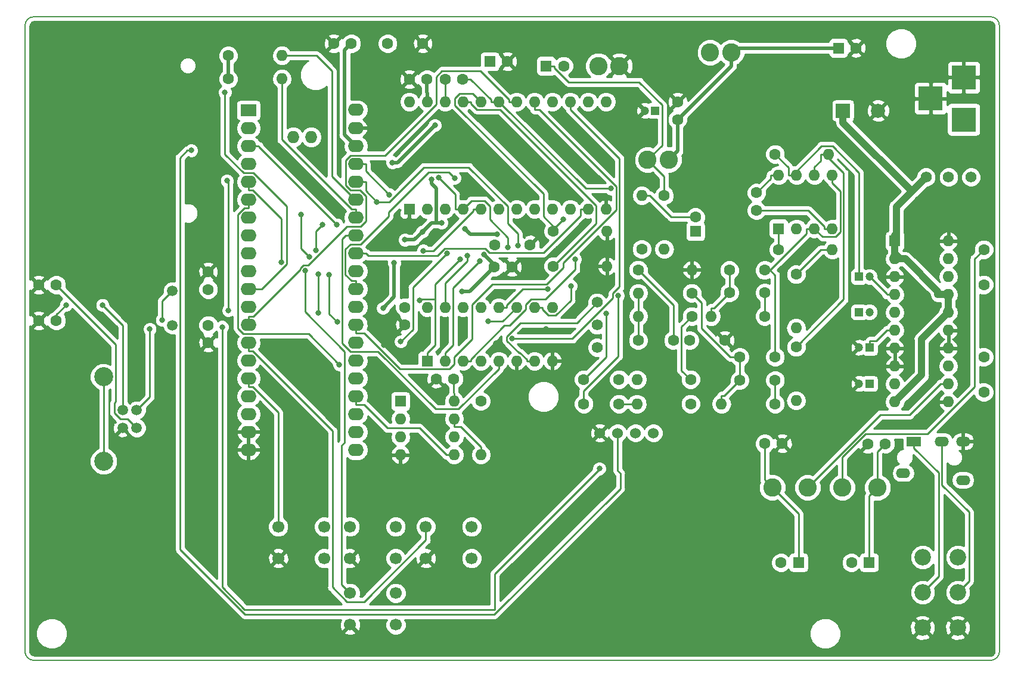
<source format=gbr>
%TF.GenerationSoftware,KiCad,Pcbnew,(5.0.2)-1*%
%TF.CreationDate,2019-10-17T20:06:12-07:00*%
%TF.ProjectId,STM32_MegaBlaster,53544d33-325f-44d6-9567-61426c617374,rev?*%
%TF.SameCoordinates,Original*%
%TF.FileFunction,Copper,L2,Bot*%
%TF.FilePolarity,Positive*%
%FSLAX46Y46*%
G04 Gerber Fmt 4.6, Leading zero omitted, Abs format (unit mm)*
G04 Created by KiCad (PCBNEW (5.0.2)-1) date 10/17/2019 8:06:12 PM*
%MOMM*%
%LPD*%
G01*
G04 APERTURE LIST*
%ADD10C,0.150000*%
%ADD11C,1.574800*%
%ADD12C,1.600000*%
%ADD13R,1.200000X1.200000*%
%ADD14C,1.200000*%
%ADD15R,2.000000X2.000000*%
%ADD16C,2.000000*%
%ADD17R,1.600000X1.600000*%
%ADD18C,1.520000*%
%ADD19C,2.700000*%
%ADD20R,3.500000X3.500000*%
%ADD21O,2.000000X1.400000*%
%ADD22R,2.000000X1.400000*%
%ADD23C,2.600000*%
%ADD24O,1.600000X1.600000*%
%ADD25C,1.700000*%
%ADD26O,1.727200X1.727200*%
%ADD27O,2.250000X1.727200*%
%ADD28R,2.250000X1.727200*%
%ADD29C,1.524000*%
%ADD30C,1.500000*%
%ADD31C,2.340000*%
%ADD32C,0.800000*%
%ADD33C,0.250000*%
%ADD34C,0.500000*%
%ADD35C,1.000000*%
%ADD36C,0.254000*%
G04 APERTURE END LIST*
D10*
X59055000Y-31115000D02*
X59055000Y-120015000D01*
X196215000Y-29845000D02*
X60325000Y-29845000D01*
X197485000Y-31115000D02*
X197485000Y-120015000D01*
X196215000Y-121285000D02*
X60325000Y-121285000D01*
X197485000Y-120015000D02*
G75*
G02X196215000Y-121285000I-1270000J0D01*
G01*
X196215000Y-29845000D02*
G75*
G02X197485000Y-31115000I0J-1270000D01*
G01*
X59055000Y-31115000D02*
G75*
G02X60325000Y-29845000I1270000J0D01*
G01*
X60325000Y-121285000D02*
G75*
G02X59055000Y-120015000I0J1270000D01*
G01*
D11*
X140335000Y-76835000D03*
X140335000Y-73634600D03*
X140335000Y-70434200D03*
D12*
X195262000Y-83185000D03*
X195262000Y-78185000D03*
X195262000Y-62928500D03*
X195262000Y-67928500D03*
X153480000Y-75819000D03*
X158480000Y-75819000D03*
X113030000Y-71120000D03*
X113030000Y-73620000D03*
X118745000Y-38735000D03*
X121245000Y-38735000D03*
X113665000Y-38735000D03*
X116165000Y-38735000D03*
X105410000Y-33655000D03*
X102910000Y-33655000D03*
X125730000Y-65405000D03*
X128230000Y-65405000D03*
X117475000Y-81280000D03*
X119975000Y-81280000D03*
X151765000Y-44450000D03*
X151765000Y-41950000D03*
X63500000Y-67945000D03*
X61000000Y-67945000D03*
X85090000Y-73660000D03*
X85090000Y-76160000D03*
X85090000Y-68580000D03*
X85090000Y-66080000D03*
X63500000Y-73025000D03*
X61000000Y-73025000D03*
X162966000Y-57353200D03*
X162966000Y-54853200D03*
X178765000Y-90525600D03*
X181265000Y-90525600D03*
X164135000Y-90474800D03*
X166635000Y-90474800D03*
D13*
X148590000Y-43180000D03*
D14*
X147090000Y-43180000D03*
D15*
X175260000Y-43180000D03*
D16*
X180260000Y-43180000D03*
D17*
X174625000Y-34290000D03*
D12*
X177125000Y-34290000D03*
X115570000Y-33655000D03*
X110570000Y-33655000D03*
X130810000Y-62230000D03*
X125810000Y-62230000D03*
D17*
X133096000Y-36830000D03*
D12*
X135596000Y-36830000D03*
D17*
X154305000Y-60325000D03*
D12*
X154305000Y-58325000D03*
X138430000Y-81381600D03*
X143430000Y-81381600D03*
X138430000Y-84836000D03*
X143430000Y-84836000D03*
X164135000Y-65836800D03*
X159135000Y-65836800D03*
X164135000Y-69037200D03*
X159135000Y-69037200D03*
X165596000Y-78181200D03*
X160596000Y-78181200D03*
X165596000Y-81483200D03*
X160596000Y-81483200D03*
D13*
X177521000Y-66776600D03*
D14*
X179021000Y-66776600D03*
D13*
X177521000Y-71805800D03*
D14*
X179021000Y-71805800D03*
D13*
X179045000Y-76835000D03*
D14*
X177545000Y-76835000D03*
D13*
X179045000Y-81965800D03*
D14*
X177545000Y-81965800D03*
D17*
X178968000Y-107391000D03*
D12*
X176468000Y-107391000D03*
D17*
X168961000Y-107391000D03*
D12*
X166461000Y-107391000D03*
D17*
X125095000Y-36195000D03*
D12*
X127595000Y-36195000D03*
D18*
X74930000Y-85725000D03*
X74930000Y-88265000D03*
X72930000Y-88265000D03*
X72930000Y-85725000D03*
D19*
X70230000Y-80995000D03*
X70230000Y-92995000D03*
D20*
X192405000Y-44450000D03*
X192405000Y-38450000D03*
X187705000Y-41450000D03*
D21*
X192318000Y-95670000D03*
X183818000Y-94670000D03*
D22*
X185318000Y-90170000D03*
D21*
X189318000Y-90170000D03*
X192318000Y-90170000D03*
D23*
X159385000Y-34925000D03*
X156385000Y-34925000D03*
X143510000Y-36830000D03*
X140510000Y-36830000D03*
X150495000Y-50165000D03*
X147495000Y-50165000D03*
X175158000Y-96723200D03*
X180158000Y-96723200D03*
X170231000Y-96723200D03*
X165231000Y-96723200D03*
D12*
X123825000Y-84455000D03*
D24*
X123825000Y-92075000D03*
D12*
X87934800Y-38658800D03*
D24*
X95554800Y-38658800D03*
D12*
X87934800Y-35356800D03*
D24*
X95554800Y-35356800D03*
D12*
X149860000Y-55245000D03*
D24*
X149860000Y-62865000D03*
D12*
X146685000Y-62865000D03*
D24*
X146685000Y-55245000D03*
D12*
X146177000Y-65786000D03*
D24*
X153797000Y-65786000D03*
D12*
X134112000Y-60325000D03*
D24*
X141732000Y-60325000D03*
D12*
X134112000Y-65278000D03*
D24*
X141732000Y-65278000D03*
D12*
X153797000Y-69088000D03*
D24*
X146177000Y-69088000D03*
D12*
X153797000Y-72390000D03*
D24*
X146177000Y-72390000D03*
D12*
X164135000Y-72390000D03*
D24*
X156515000Y-72390000D03*
D12*
X168605000Y-66446400D03*
D24*
X168605000Y-74066400D03*
D12*
X165608000Y-84836000D03*
D24*
X157988000Y-84836000D03*
D12*
X168605000Y-76758800D03*
D24*
X168605000Y-84378800D03*
D12*
X153619000Y-84836000D03*
D24*
X145999000Y-84836000D03*
D12*
X166116000Y-62941200D03*
D24*
X173736000Y-62941200D03*
D12*
X165608000Y-49377600D03*
D24*
X173228000Y-49377600D03*
D12*
X153619000Y-81381600D03*
D24*
X145999000Y-81381600D03*
D25*
X101546800Y-106786000D03*
X95046800Y-106786000D03*
X101546800Y-102286000D03*
X95046800Y-102286000D03*
X111707000Y-106786000D03*
X105207000Y-106786000D03*
X111707000Y-102286000D03*
X105207000Y-102286000D03*
X122502000Y-106786000D03*
X116002000Y-106786000D03*
X122502000Y-102286000D03*
X116002000Y-102286000D03*
X111732000Y-116235000D03*
X105232000Y-116235000D03*
X111732000Y-111735000D03*
X105232000Y-111735000D03*
D11*
X193446000Y-52628800D03*
X190245600Y-52628800D03*
X187045200Y-52628800D03*
D26*
X97165000Y-46939200D03*
X99705000Y-46939200D03*
D27*
X106045000Y-43078400D03*
X106045000Y-45669200D03*
X106045000Y-48209200D03*
X106045000Y-50749200D03*
X106045000Y-53289200D03*
X106045000Y-55829200D03*
X106045000Y-58369200D03*
X106045000Y-60909200D03*
X106045000Y-63449200D03*
X106045000Y-65989200D03*
X106045000Y-68529200D03*
X106045000Y-71069200D03*
X106045000Y-73609200D03*
X106045000Y-76149200D03*
X106045000Y-78689200D03*
X106045000Y-81229200D03*
X106045000Y-83769200D03*
X106045000Y-86309200D03*
X106045000Y-88849200D03*
X106045000Y-91389200D03*
X90805000Y-91389200D03*
X90805000Y-88849200D03*
X90805000Y-86309200D03*
X90805000Y-83769200D03*
X90805000Y-81229200D03*
X90805000Y-78689200D03*
X90805000Y-76149200D03*
X90805000Y-73609200D03*
X90805000Y-71069200D03*
X90805000Y-68529200D03*
X90805000Y-65989200D03*
X90805000Y-63449200D03*
X90805000Y-60909200D03*
X90805000Y-58369200D03*
X90805000Y-55829200D03*
X90805000Y-53289200D03*
X90805000Y-50749200D03*
X90805000Y-48209200D03*
X90805000Y-45669200D03*
D28*
X90805000Y-43129200D03*
D17*
X116205000Y-78740000D03*
D24*
X133985000Y-71120000D03*
X118745000Y-78740000D03*
X131445000Y-71120000D03*
X121285000Y-78740000D03*
X128905000Y-71120000D03*
X123825000Y-78740000D03*
X126365000Y-71120000D03*
X126365000Y-78740000D03*
X123825000Y-71120000D03*
X128905000Y-78740000D03*
X121285000Y-71120000D03*
X131445000Y-78740000D03*
X118745000Y-71120000D03*
X133985000Y-78740000D03*
X116205000Y-71120000D03*
D17*
X113665000Y-57150000D03*
D24*
X141605000Y-41910000D03*
X116205000Y-57150000D03*
X139065000Y-41910000D03*
X118745000Y-57150000D03*
X136525000Y-41910000D03*
X121285000Y-57150000D03*
X133985000Y-41910000D03*
X123825000Y-57150000D03*
X131445000Y-41910000D03*
X126365000Y-57150000D03*
X128905000Y-41910000D03*
X128905000Y-57150000D03*
X126365000Y-41910000D03*
X131445000Y-57150000D03*
X123825000Y-41910000D03*
X133985000Y-57150000D03*
X121285000Y-41910000D03*
X136525000Y-57150000D03*
X118745000Y-41910000D03*
X139065000Y-57150000D03*
X116205000Y-41910000D03*
X141605000Y-57150000D03*
X113665000Y-41910000D03*
D17*
X112395000Y-84455000D03*
D24*
X120015000Y-92075000D03*
X112395000Y-86995000D03*
X120015000Y-89535000D03*
X112395000Y-89535000D03*
X120015000Y-86995000D03*
X112395000Y-92075000D03*
X120015000Y-84455000D03*
D17*
X166116000Y-59944000D03*
D24*
X173736000Y-52324000D03*
X168656000Y-59944000D03*
X171196000Y-52324000D03*
X171196000Y-59944000D03*
X168656000Y-52324000D03*
X173736000Y-59944000D03*
X166116000Y-52324000D03*
D17*
X182601000Y-61696600D03*
D24*
X190221000Y-84556600D03*
X182601000Y-64236600D03*
X190221000Y-82016600D03*
X182601000Y-66776600D03*
X190221000Y-79476600D03*
X182601000Y-69316600D03*
X190221000Y-76936600D03*
X182601000Y-71856600D03*
X190221000Y-74396600D03*
X182601000Y-74396600D03*
X190221000Y-71856600D03*
X182601000Y-76936600D03*
X190221000Y-69316600D03*
X182601000Y-79476600D03*
X190221000Y-66776600D03*
X182601000Y-82016600D03*
X190221000Y-64236600D03*
X182601000Y-84556600D03*
X190221000Y-61696600D03*
D29*
X148323000Y-88980000D03*
X145783000Y-88980000D03*
X143243000Y-88980000D03*
X140703000Y-88980000D03*
D30*
X80010000Y-73660000D03*
X80010000Y-68780000D03*
D12*
X146177000Y-75819000D03*
X151177000Y-75819000D03*
D31*
X186567000Y-106637000D03*
X186567000Y-111637000D03*
X186567000Y-116637000D03*
X191567000Y-106637000D03*
X191567000Y-111637000D03*
X191567000Y-116637000D03*
D32*
X142326400Y-54258300D03*
X124274500Y-63605500D03*
X121098000Y-68830800D03*
X126135753Y-60749200D03*
X121539000Y-59944000D03*
X118237000Y-59118500D03*
X115506500Y-60388500D03*
X109918500Y-71247000D03*
X111506000Y-64833500D03*
X113030000Y-61531500D03*
X116776500Y-52959000D03*
X111252000Y-50546000D03*
X117284500Y-45275500D03*
X108458000Y-62484000D03*
X108521500Y-65595500D03*
X110045500Y-76454000D03*
X108331000Y-78676500D03*
X108585000Y-81851500D03*
X127825500Y-85979000D03*
X130365500Y-66675000D03*
X134747000Y-62738000D03*
X68897500Y-76136500D03*
X88773000Y-46482000D03*
X88519000Y-42545000D03*
X106045000Y-40005000D03*
X107315000Y-35560000D03*
X107950000Y-32385000D03*
X98425000Y-85725000D03*
X99060000Y-80645000D03*
X131572000Y-50292000D03*
X126492000Y-46228000D03*
X129540000Y-48768000D03*
X127000000Y-51308000D03*
X121920000Y-52832000D03*
X136652000Y-49784000D03*
X139700000Y-48260000D03*
X167640000Y-55372000D03*
X133096000Y-74168000D03*
X122428000Y-81280000D03*
X125984000Y-76200000D03*
X121412000Y-74168000D03*
X118872000Y-74168000D03*
X126492000Y-69088000D03*
X113284000Y-65532000D03*
X82677000Y-48831500D03*
X78529100Y-72941000D03*
X64896400Y-70777700D03*
X141639300Y-71985700D03*
X135493100Y-58664200D03*
X143286300Y-69467000D03*
X87753800Y-53154800D03*
X87931200Y-71580000D03*
X87473800Y-40577900D03*
X70061400Y-70805200D03*
X76779100Y-74203700D03*
X101282500Y-59372500D03*
X100363447Y-63025447D03*
X102235000Y-66484500D03*
X103396500Y-73215500D03*
X87058500Y-73914000D03*
X140652500Y-94043500D03*
X98871600Y-65868100D03*
X127673800Y-62626200D03*
X133357800Y-68554600D03*
X117792500Y-52705000D03*
X103333500Y-59372800D03*
X115627900Y-63084900D03*
X121916800Y-63799800D03*
X95471500Y-64735000D03*
X115082000Y-70129600D03*
X120837100Y-64335100D03*
X103722500Y-79248400D03*
X123629700Y-64588800D03*
X137222500Y-64297000D03*
X128270800Y-75564400D03*
X120078500Y-52768500D03*
X129089500Y-62377100D03*
X136584500Y-68090000D03*
X109057500Y-56156600D03*
X124840700Y-73126300D03*
X112427200Y-75988300D03*
X118989900Y-63472200D03*
X110833000Y-55125600D03*
X98298000Y-57975500D03*
X99441000Y-63944500D03*
X100711000Y-66421000D03*
X100711000Y-71882000D03*
D33*
X142326400Y-54258300D02*
X138713300Y-54258300D01*
X138713300Y-54258300D02*
X126365000Y-41910000D01*
X146685000Y-55245000D02*
X147810300Y-55245000D01*
X147810300Y-55245000D02*
X150890300Y-58325000D01*
X150890300Y-58325000D02*
X154305000Y-58325000D01*
X126365000Y-41910000D02*
X125239700Y-41910000D01*
X125239700Y-41910000D02*
X125239700Y-41628700D01*
X125239700Y-41628700D02*
X122346000Y-38735000D01*
X122346000Y-38735000D02*
X121245000Y-38735000D01*
X173736000Y-59944000D02*
X172610700Y-59944000D01*
X172610700Y-59944000D02*
X172610700Y-59662700D01*
X172610700Y-59662700D02*
X170301200Y-57353200D01*
X170301200Y-57353200D02*
X162966000Y-57353200D01*
X147495000Y-50165000D02*
X149557200Y-48102800D01*
X149557200Y-48102800D02*
X149557200Y-42407200D01*
X149557200Y-42407200D02*
X146298600Y-39148600D01*
X146298600Y-39148600D02*
X136258600Y-39148600D01*
X136258600Y-39148600D02*
X134221300Y-37111300D01*
X134221300Y-37111300D02*
X134221300Y-36830000D01*
X133096000Y-36830000D02*
X134221300Y-36830000D01*
X149860000Y-55245000D02*
X149860000Y-52530000D01*
X149860000Y-52530000D02*
X147495000Y-50165000D01*
X118745000Y-41910000D02*
X118745000Y-38735000D01*
X166116000Y-52324000D02*
X164990700Y-52324000D01*
X164990700Y-52324000D02*
X164990700Y-52828500D01*
X164990700Y-52828500D02*
X162966000Y-54853200D01*
D34*
X125695800Y-65405000D02*
X122270000Y-68830800D01*
X122270000Y-68830800D02*
X121098000Y-68830800D01*
X124274500Y-63605500D02*
X125695800Y-65026800D01*
X125695800Y-65026800D02*
X125695800Y-65405000D01*
X125730000Y-65405000D02*
X125695800Y-65405000D01*
X174625000Y-34290000D02*
X160020000Y-34290000D01*
X160020000Y-34290000D02*
X159385000Y-34925000D01*
X159385000Y-34925000D02*
X159385000Y-36830000D01*
X159385000Y-36830000D02*
X151765000Y-44450000D01*
X150495000Y-50165000D02*
X151765000Y-48895000D01*
X151765000Y-48895000D02*
X151765000Y-44450000D01*
X87934800Y-35356800D02*
X87934800Y-38658800D01*
X106045000Y-48209200D02*
X104458200Y-46622400D01*
X104458200Y-46622400D02*
X104458200Y-34606800D01*
X104458200Y-34606800D02*
X105410000Y-33655000D01*
X116205000Y-41910000D02*
X116205000Y-40659700D01*
X116205000Y-40659700D02*
X116165000Y-40619700D01*
X116165000Y-40619700D02*
X116165000Y-38735000D01*
X126135753Y-60749200D02*
X122344200Y-60749200D01*
X122344200Y-60749200D02*
X121539000Y-59944000D01*
X116776500Y-59118500D02*
X115506500Y-60388500D01*
X109918500Y-71247000D02*
X111506000Y-69659500D01*
X111506000Y-69659500D02*
X111506000Y-64833500D01*
X114363500Y-61531500D02*
X115506500Y-60388500D01*
X113030000Y-61531500D02*
X114363500Y-61531500D01*
X117455001Y-59074999D02*
X117455001Y-55606001D01*
X117411500Y-59118500D02*
X117455001Y-59074999D01*
X117411500Y-59118500D02*
X116776500Y-59118500D01*
X118237000Y-59118500D02*
X117411500Y-59118500D01*
X111252000Y-50546000D02*
X112014000Y-50546000D01*
X112014000Y-50546000D02*
X117284500Y-45275500D01*
X117455001Y-54203186D02*
X117455001Y-55606001D01*
X116776500Y-53524685D02*
X117455001Y-54203186D01*
X116776500Y-52959000D02*
X116776500Y-53524685D01*
D33*
X109381000Y-62484000D02*
X108458000Y-62484000D01*
X113665000Y-57150000D02*
X113665000Y-58200000D01*
X113665000Y-58200000D02*
X109381000Y-62484000D01*
X113030000Y-73620000D02*
X110196000Y-76454000D01*
X110196000Y-76454000D02*
X110045500Y-76454000D01*
X108331000Y-78676500D02*
X108331000Y-81597500D01*
X108331000Y-81597500D02*
X108585000Y-81851500D01*
X130365500Y-66675000D02*
X134302500Y-62738000D01*
X134302500Y-62738000D02*
X134747000Y-62738000D01*
X88773000Y-46482000D02*
X88773000Y-42799000D01*
X88773000Y-42799000D02*
X88519000Y-42545000D01*
X120015000Y-84455000D02*
X120015000Y-83329700D01*
X120015000Y-83329700D02*
X119975000Y-83289700D01*
X119975000Y-83289700D02*
X119975000Y-81280000D01*
X81085001Y-105533911D02*
X90295590Y-114744500D01*
X81085001Y-68263999D02*
X81085001Y-105533911D01*
X81074999Y-68253997D02*
X81085001Y-68263999D01*
X81074999Y-49867816D02*
X81074999Y-68253997D01*
X82677000Y-48831500D02*
X82111315Y-48831500D01*
X82111315Y-48831500D02*
X81074999Y-49867816D01*
X143611653Y-96864257D02*
X143611653Y-94716653D01*
X90295590Y-114744500D02*
X125731410Y-114744500D01*
X125731410Y-114744500D02*
X143611653Y-96864257D01*
X143243000Y-94348000D02*
X143243000Y-88980000D01*
X143611653Y-94716653D02*
X143243000Y-94348000D01*
X74930000Y-88265000D02*
X73660000Y-86995000D01*
X73660000Y-86995000D02*
X72656400Y-86995000D01*
X72656400Y-86995000D02*
X71805000Y-86143600D01*
X71805000Y-86143600D02*
X71805000Y-84740000D01*
X71805000Y-84740000D02*
X71973600Y-84571400D01*
X71973600Y-84571400D02*
X71973600Y-76418600D01*
X71973600Y-76418600D02*
X63500000Y-67945000D01*
X78529100Y-72941000D02*
X78529100Y-70260900D01*
X78529100Y-70260900D02*
X80010000Y-68780000D01*
X64896400Y-70777700D02*
X63500000Y-72174100D01*
X63500000Y-72174100D02*
X63500000Y-73025000D01*
D35*
X185026900Y-54647100D02*
X187045200Y-52628800D01*
X182601000Y-60946400D02*
X182823200Y-60724200D01*
X182823200Y-60724200D02*
X182823200Y-56850800D01*
X182823200Y-56850800D02*
X185026900Y-54647100D01*
X185026900Y-54647100D02*
X175260000Y-44880300D01*
X175260000Y-43180000D02*
X175260000Y-44880300D01*
X182601000Y-61696600D02*
X182601000Y-60946400D01*
X183351200Y-64236600D02*
X182601000Y-63486400D01*
X182601000Y-63486400D02*
X182601000Y-61696600D01*
X190221000Y-69316600D02*
X188720700Y-69316600D01*
X188720700Y-69316600D02*
X188720700Y-68856000D01*
X188720700Y-68856000D02*
X184101300Y-64236600D01*
X190221000Y-69316600D02*
X190221000Y-71856600D01*
X183351200Y-64236600D02*
X184101300Y-64236600D01*
X182601000Y-64236600D02*
X183351200Y-64236600D01*
X182601000Y-84556600D02*
X186411000Y-80746600D01*
X186411000Y-80746600D02*
X186411000Y-75666600D01*
X186411000Y-75666600D02*
X190221000Y-71856600D01*
D33*
X164881200Y-65836800D02*
X164135000Y-65836800D01*
X170070700Y-59944000D02*
X170070700Y-60647300D01*
X170070700Y-60647300D02*
X164881200Y-65836800D01*
X165596000Y-78181200D02*
X165596000Y-66551600D01*
X165596000Y-66551600D02*
X164881200Y-65836800D01*
X173736000Y-52324000D02*
X173736000Y-53449300D01*
X173736000Y-53449300D02*
X174892600Y-54605900D01*
X174892600Y-54605900D02*
X174892600Y-60437700D01*
X174892600Y-60437700D02*
X174252500Y-61077800D01*
X174252500Y-61077800D02*
X172329800Y-61077800D01*
X172329800Y-61077800D02*
X171196000Y-59944000D01*
X171196000Y-59944000D02*
X170070700Y-59944000D01*
X146177000Y-65786000D02*
X151177000Y-70786000D01*
X151177000Y-70786000D02*
X151177000Y-75819000D01*
X134112000Y-59626500D02*
X134530800Y-59626500D01*
X134530800Y-59626500D02*
X135493100Y-58664200D01*
X123825000Y-41910000D02*
X122668200Y-40753200D01*
X122668200Y-40753200D02*
X120813400Y-40753200D01*
X120813400Y-40753200D02*
X120114800Y-41451800D01*
X120114800Y-41451800D02*
X120114800Y-42415800D01*
X120114800Y-42415800D02*
X132715000Y-55016000D01*
X132715000Y-55016000D02*
X132715000Y-58229500D01*
X132715000Y-58229500D02*
X134112000Y-59626500D01*
X134112000Y-59626500D02*
X134112000Y-60325000D01*
X141639300Y-71985700D02*
X141639300Y-78172300D01*
X141639300Y-78172300D02*
X138430000Y-81381600D01*
X143286300Y-69467000D02*
X143286300Y-78116900D01*
X143286300Y-78116900D02*
X138430000Y-82973200D01*
X138430000Y-82973200D02*
X138430000Y-84836000D01*
X122410300Y-41910000D02*
X122410300Y-42191400D01*
X122410300Y-42191400D02*
X123254200Y-43035300D01*
X123254200Y-43035300D02*
X126544200Y-43035300D01*
X126544200Y-43035300D02*
X140195900Y-56687000D01*
X140195900Y-56687000D02*
X140195900Y-59194100D01*
X140195900Y-59194100D02*
X134112000Y-65278000D01*
X121285000Y-41910000D02*
X122410300Y-41910000D01*
X145999000Y-84836000D02*
X143430000Y-84836000D01*
X159135000Y-69037200D02*
X159135000Y-65836800D01*
X156515000Y-71264700D02*
X156907500Y-71264700D01*
X156907500Y-71264700D02*
X159135000Y-69037200D01*
X156515000Y-72390000D02*
X156515000Y-71264700D01*
X153619000Y-81381600D02*
X152328500Y-80091100D01*
X152328500Y-80091100D02*
X152328500Y-73858500D01*
X152328500Y-73858500D02*
X153797000Y-72390000D01*
X164135000Y-72390000D02*
X164135000Y-69037200D01*
X160596000Y-81483200D02*
X160596000Y-78181200D01*
X157988000Y-83710700D02*
X158368500Y-83710700D01*
X158368500Y-83710700D02*
X160596000Y-81483200D01*
X153797000Y-69088000D02*
X155156000Y-70447000D01*
X155156000Y-70447000D02*
X155156000Y-74114000D01*
X155156000Y-74114000D02*
X159223200Y-78181200D01*
X159223200Y-78181200D02*
X160596000Y-78181200D01*
X157988000Y-84836000D02*
X157988000Y-83710700D01*
X165608000Y-84836000D02*
X165596000Y-84824000D01*
X165596000Y-84824000D02*
X165596000Y-81483200D01*
X182601000Y-69316600D02*
X181475700Y-69316600D01*
X181475700Y-69316600D02*
X181475700Y-69231300D01*
X181475700Y-69231300D02*
X179021000Y-66776600D01*
X168093400Y-52324000D02*
X172174000Y-48243400D01*
X172174000Y-48243400D02*
X173759100Y-48243400D01*
X173759100Y-48243400D02*
X177521000Y-52005300D01*
X177521000Y-52005300D02*
X177521000Y-66776600D01*
X168093400Y-52324000D02*
X167530700Y-52324000D01*
X168656000Y-52324000D02*
X168093400Y-52324000D01*
X167530700Y-52324000D02*
X167530700Y-51300300D01*
X167530700Y-51300300D02*
X165608000Y-49377600D01*
X166116000Y-59944000D02*
X166116000Y-62941200D01*
X179045000Y-76835000D02*
X179045000Y-75909700D01*
X182601000Y-74396600D02*
X181475700Y-74396600D01*
X181475700Y-74396600D02*
X179962600Y-75909700D01*
X179962600Y-75909700D02*
X179045000Y-75909700D01*
X175158000Y-96723200D02*
X175158000Y-92433100D01*
X175158000Y-92433100D02*
X178446500Y-89144600D01*
X178446500Y-89144600D02*
X187283300Y-89144600D01*
X187283300Y-89144600D02*
X193984400Y-82443500D01*
X193984400Y-82443500D02*
X193984400Y-64206100D01*
X193984400Y-64206100D02*
X195262000Y-62928500D01*
X190221000Y-82016600D02*
X189095700Y-82016600D01*
X170231000Y-96723200D02*
X180595400Y-86358800D01*
X180595400Y-86358800D02*
X184753500Y-86358800D01*
X184753500Y-86358800D02*
X189095700Y-82016600D01*
X178968000Y-107391000D02*
X178968000Y-97913200D01*
X178968000Y-97913200D02*
X180158000Y-96723200D01*
X180158000Y-96723200D02*
X180158000Y-91632600D01*
X180158000Y-91632600D02*
X181265000Y-90525600D01*
X87931200Y-71580000D02*
X87931200Y-53332200D01*
X87931200Y-53332200D02*
X87753800Y-53154800D01*
X90805000Y-68529200D02*
X92705100Y-68529200D01*
X92705100Y-68529200D02*
X96227500Y-65006800D01*
X96227500Y-65006800D02*
X96227500Y-56745200D01*
X96227500Y-56745200D02*
X91501500Y-52019200D01*
X91501500Y-52019200D02*
X90108800Y-52019200D01*
X90108800Y-52019200D02*
X87473800Y-49384200D01*
X87473800Y-49384200D02*
X87473800Y-40577900D01*
X70230000Y-92995000D02*
X70230000Y-80995000D01*
X70061400Y-70805200D02*
X72930000Y-73673800D01*
X72930000Y-73673800D02*
X72930000Y-85725000D01*
X76779100Y-74203700D02*
X76779100Y-83875900D01*
X76779100Y-83875900D02*
X74930000Y-85725000D01*
X123825000Y-92075000D02*
X123825000Y-90949700D01*
X120015000Y-86995000D02*
X120015000Y-88120300D01*
X120015000Y-88120300D02*
X120995600Y-88120300D01*
X120995600Y-88120300D02*
X123825000Y-90949700D01*
X106045000Y-58369200D02*
X106045000Y-57180300D01*
X106045000Y-57180300D02*
X105450600Y-57180300D01*
X105450600Y-57180300D02*
X95554800Y-47284500D01*
X95554800Y-47284500D02*
X95554800Y-38658800D01*
X101282500Y-59372500D02*
X100363447Y-60291553D01*
X100363447Y-60291553D02*
X100363447Y-63025447D01*
X102235000Y-66484500D02*
X102235000Y-72054000D01*
X102235000Y-72054000D02*
X103396500Y-73215500D01*
X87058500Y-73914000D02*
X87058500Y-110871000D01*
X90233500Y-114046000D02*
X125793500Y-114046000D01*
X87058500Y-110871000D02*
X90233500Y-114046000D01*
X125793500Y-114046000D02*
X125793500Y-108969500D01*
X125793500Y-108969500D02*
X125793500Y-108966000D01*
X125793500Y-108966000D02*
X140652500Y-94107000D01*
X140652500Y-94107000D02*
X140652500Y-94043500D01*
X173736000Y-62941200D02*
X172110200Y-62941200D01*
X172110200Y-62941200D02*
X168605000Y-66446400D01*
X172665400Y-49377600D02*
X175350600Y-52062800D01*
X175350600Y-52062800D02*
X175350600Y-70013200D01*
X175350600Y-70013200D02*
X168605000Y-76758800D01*
X172665400Y-49377600D02*
X172102700Y-49377600D01*
X173228000Y-49377600D02*
X172665400Y-49377600D01*
X171196000Y-52324000D02*
X171196000Y-51198700D01*
X171196000Y-51198700D02*
X172102700Y-50292000D01*
X172102700Y-50292000D02*
X172102700Y-49377600D01*
X90805000Y-81229200D02*
X90805000Y-82418100D01*
X90805000Y-82418100D02*
X91399400Y-82418100D01*
X91399400Y-82418100D02*
X95046800Y-86065500D01*
X95046800Y-86065500D02*
X95046800Y-102286000D01*
X90805000Y-76149200D02*
X90805000Y-77338100D01*
X90805000Y-77338100D02*
X91399400Y-77338100D01*
X91399400Y-77338100D02*
X102722200Y-88660900D01*
X102722200Y-88660900D02*
X102722200Y-110890400D01*
X102722200Y-110890400D02*
X104792700Y-112960900D01*
X104792700Y-112960900D02*
X107230800Y-112960900D01*
X107230800Y-112960900D02*
X116002000Y-104189700D01*
X116002000Y-104189700D02*
X116002000Y-102286000D01*
X98871600Y-65868100D02*
X98871600Y-71779000D01*
X98871600Y-71779000D02*
X104479500Y-77386900D01*
X104479500Y-77386900D02*
X104479500Y-90331700D01*
X104479500Y-90331700D02*
X103997200Y-90814000D01*
X103997200Y-90814000D02*
X103997200Y-110500200D01*
X103997200Y-110500200D02*
X105232000Y-111735000D01*
X131445000Y-78740000D02*
X130319700Y-78740000D01*
X130319700Y-78740000D02*
X130319700Y-78554300D01*
X130319700Y-78554300D02*
X129380100Y-77614700D01*
X129380100Y-77614700D02*
X129245700Y-77614700D01*
X129245700Y-77614700D02*
X127503900Y-75872900D01*
X127503900Y-75872900D02*
X127503900Y-75267000D01*
X127503900Y-75267000D02*
X129432000Y-73338900D01*
X129432000Y-73338900D02*
X137430300Y-73338900D01*
X137430300Y-73338900D02*
X140335000Y-70434200D01*
X133357800Y-68554600D02*
X129774400Y-68554600D01*
X129774400Y-68554600D02*
X127490300Y-70838700D01*
X127490300Y-70838700D02*
X127490300Y-71120000D01*
X126365000Y-71120000D02*
X127490300Y-71120000D01*
X127673800Y-62626200D02*
X127673800Y-61227100D01*
X127673800Y-61227100D02*
X125095000Y-58648300D01*
X125095000Y-58648300D02*
X125095000Y-56753700D01*
X125095000Y-56753700D02*
X124314200Y-55972900D01*
X124314200Y-55972900D02*
X122462100Y-55972900D01*
X122462100Y-55972900D02*
X121285000Y-57150000D01*
X120159700Y-57150000D02*
X121285000Y-57150000D01*
X117792500Y-52705000D02*
X120159700Y-55072200D01*
X120159700Y-55072200D02*
X120159700Y-57150000D01*
X115627900Y-63084900D02*
X117046100Y-63084900D01*
X117046100Y-63084900D02*
X122699700Y-57431300D01*
X122699700Y-57431300D02*
X122699700Y-57150000D01*
X90805000Y-48209200D02*
X92255300Y-48209200D01*
X103333500Y-59372800D02*
X92255300Y-48294600D01*
X92255300Y-48294600D02*
X92255300Y-48209200D01*
X123825000Y-57150000D02*
X122699700Y-57150000D01*
X121916800Y-63799800D02*
X121916800Y-64553200D01*
X121916800Y-64553200D02*
X118745000Y-67725000D01*
X118745000Y-67725000D02*
X118745000Y-71120000D01*
X117330300Y-69992300D02*
X117330300Y-76489400D01*
X117330300Y-76489400D02*
X116205000Y-77614700D01*
X120837100Y-64335100D02*
X117330300Y-67841900D01*
X117330300Y-67841900D02*
X117330300Y-69992300D01*
X117330300Y-69992300D02*
X115219300Y-69992300D01*
X115219300Y-69992300D02*
X115082000Y-70129600D01*
X90805000Y-53289200D02*
X90805000Y-54478100D01*
X95471500Y-64735000D02*
X95471500Y-58550200D01*
X95471500Y-58550200D02*
X91399400Y-54478100D01*
X91399400Y-54478100D02*
X90805000Y-54478100D01*
X116205000Y-78740000D02*
X116205000Y-77614700D01*
X90805000Y-55829200D02*
X90805000Y-57018100D01*
X103722500Y-79248400D02*
X99353300Y-74879200D01*
X99353300Y-74879200D02*
X90099500Y-74879200D01*
X90099500Y-74879200D02*
X89306000Y-74085700D01*
X89306000Y-74085700D02*
X89306000Y-57922700D01*
X89306000Y-57922700D02*
X90210600Y-57018100D01*
X90210600Y-57018100D02*
X90805000Y-57018100D01*
X118745000Y-78740000D02*
X118745000Y-77614700D01*
X123629700Y-64588800D02*
X119870300Y-68348200D01*
X119870300Y-68348200D02*
X119870300Y-76489400D01*
X119870300Y-76489400D02*
X118745000Y-77614700D01*
X137222500Y-64297000D02*
X137222500Y-65756500D01*
X137222500Y-65756500D02*
X133005400Y-69973600D01*
X133005400Y-69973600D02*
X130924400Y-69973600D01*
X130924400Y-69973600D02*
X130175000Y-70723000D01*
X130175000Y-70723000D02*
X130175000Y-71447500D01*
X130175000Y-71447500D02*
X127889900Y-73732600D01*
X127889900Y-73732600D02*
X127182800Y-73732600D01*
X127182800Y-73732600D02*
X122410400Y-78505000D01*
X122410400Y-78505000D02*
X122410400Y-78740000D01*
X122410400Y-78740000D02*
X122410300Y-78740000D01*
X121285000Y-78740000D02*
X122410300Y-78740000D01*
X127779700Y-41910000D02*
X127779700Y-41628700D01*
X127779700Y-41628700D02*
X123734800Y-37583800D01*
X123734800Y-37583800D02*
X118253800Y-37583800D01*
X118253800Y-37583800D02*
X117475000Y-38362600D01*
X117475000Y-38362600D02*
X117475000Y-42317800D01*
X117475000Y-42317800D02*
X110232500Y-49560300D01*
X110232500Y-49560300D02*
X105291100Y-49560300D01*
X105291100Y-49560300D02*
X104594700Y-50256700D01*
X104594700Y-50256700D02*
X104594700Y-53781700D01*
X104594700Y-53781700D02*
X105291100Y-54478100D01*
X105291100Y-54478100D02*
X106645400Y-54478100D01*
X106645400Y-54478100D02*
X107502800Y-55335500D01*
X107502800Y-55335500D02*
X107502800Y-58890200D01*
X107502800Y-58890200D02*
X106753800Y-59639200D01*
X106753800Y-59639200D02*
X104775000Y-59639200D01*
X104775000Y-59639200D02*
X99271400Y-65142800D01*
X99271400Y-65142800D02*
X98571200Y-65142800D01*
X98571200Y-65142800D02*
X98146300Y-65567700D01*
X98146300Y-65567700D02*
X98146300Y-65742700D01*
X98146300Y-65742700D02*
X91468700Y-72420300D01*
X91468700Y-72420300D02*
X90805000Y-72420300D01*
X90805000Y-73609200D02*
X90805000Y-72420300D01*
X128905000Y-41910000D02*
X127779700Y-41910000D01*
X106045000Y-83769200D02*
X106045000Y-84958100D01*
X120015000Y-92075000D02*
X118889700Y-92075000D01*
X118889700Y-92075000D02*
X115079700Y-88265000D01*
X115079700Y-88265000D02*
X110540800Y-88265000D01*
X110540800Y-88265000D02*
X107233900Y-84958100D01*
X107233900Y-84958100D02*
X106045000Y-84958100D01*
X106045000Y-74798100D02*
X107233900Y-74798100D01*
X107233900Y-74798100D02*
X112301200Y-79865400D01*
X112301200Y-79865400D02*
X119327600Y-79865400D01*
X119327600Y-79865400D02*
X120015000Y-79178000D01*
X120015000Y-79178000D02*
X120015000Y-78209800D01*
X120015000Y-78209800D02*
X122555000Y-75669800D01*
X122555000Y-75669800D02*
X122555000Y-70754700D01*
X122555000Y-70754700D02*
X125480400Y-67829300D01*
X125480400Y-67829300D02*
X133157800Y-67829300D01*
X133157800Y-67829300D02*
X135513200Y-65473900D01*
X135513200Y-65473900D02*
X135513200Y-64839900D01*
X135513200Y-64839900D02*
X143051700Y-57301400D01*
X143051700Y-57301400D02*
X143051700Y-53957800D01*
X143051700Y-53957800D02*
X132129200Y-43035300D01*
X132129200Y-43035300D02*
X131445000Y-43035300D01*
X106045000Y-73609200D02*
X106045000Y-74798100D01*
X131445000Y-41910000D02*
X131445000Y-43035300D01*
X128270800Y-75564400D02*
X136802900Y-75564400D01*
X136802900Y-75564400D02*
X142561000Y-69806300D01*
X142561000Y-69806300D02*
X142561000Y-69166600D01*
X142561000Y-69166600D02*
X143502000Y-68225600D01*
X143502000Y-68225600D02*
X143502000Y-50012300D01*
X143502000Y-50012300D02*
X136525000Y-43035300D01*
X136525000Y-41910000D02*
X136525000Y-43035300D01*
X116365700Y-51970000D02*
X110718000Y-57617700D01*
X110718000Y-57617700D02*
X110718000Y-58216400D01*
X110718000Y-58216400D02*
X106755200Y-62179200D01*
X106755200Y-62179200D02*
X105296200Y-62179200D01*
X105296200Y-62179200D02*
X104574500Y-62900900D01*
X104574500Y-62900900D02*
X104574500Y-66464200D01*
X104574500Y-66464200D02*
X105450600Y-67340300D01*
X105450600Y-67340300D02*
X106045000Y-67340300D01*
X106045000Y-68529200D02*
X106045000Y-67340300D01*
X119678501Y-52368501D02*
X120078500Y-52768500D01*
X119289999Y-51979999D02*
X119678501Y-52368501D01*
X116375699Y-51979999D02*
X119289999Y-51979999D01*
X116365700Y-51970000D02*
X116375699Y-51979999D01*
X137939700Y-57150000D02*
X137939700Y-58134600D01*
X137939700Y-58134600D02*
X132718800Y-63355500D01*
X132718800Y-63355500D02*
X125050300Y-63355500D01*
X125050300Y-63355500D02*
X124441700Y-62746900D01*
X124441700Y-62746900D02*
X118689500Y-62746900D01*
X118689500Y-62746900D02*
X117626200Y-63810200D01*
X117626200Y-63810200D02*
X107856300Y-63810200D01*
X107856300Y-63810200D02*
X107495300Y-63449200D01*
X106045000Y-63449200D02*
X107495300Y-63449200D01*
X139065000Y-57150000D02*
X137939700Y-57150000D01*
X106045000Y-60909200D02*
X104594700Y-60909200D01*
X126365000Y-78740000D02*
X126365000Y-79865300D01*
X126365000Y-79865300D02*
X120638100Y-85592200D01*
X120638100Y-85592200D02*
X117391100Y-85592200D01*
X117391100Y-85592200D02*
X109218100Y-77419200D01*
X109218100Y-77419200D02*
X105317000Y-77419200D01*
X105317000Y-77419200D02*
X104121500Y-76223700D01*
X104121500Y-76223700D02*
X104121500Y-61382400D01*
X104121500Y-61382400D02*
X104594700Y-60909200D01*
X131445000Y-71120000D02*
X132570300Y-71120000D01*
X129089500Y-62377100D02*
X129089500Y-60691300D01*
X129089500Y-60691300D02*
X127610600Y-59212400D01*
X127610600Y-59212400D02*
X127610600Y-56753200D01*
X127610600Y-56753200D02*
X122100100Y-51242700D01*
X122100100Y-51242700D02*
X115741800Y-51242700D01*
X115741800Y-51242700D02*
X110827900Y-56156600D01*
X110827900Y-56156600D02*
X109057500Y-56156600D01*
X132570300Y-71120000D02*
X132570300Y-71401300D01*
X132570300Y-71401300D02*
X133414400Y-72245400D01*
X133414400Y-72245400D02*
X134462900Y-72245400D01*
X134462900Y-72245400D02*
X136584500Y-70123800D01*
X136584500Y-70123800D02*
X136584500Y-68090000D01*
X106045000Y-53289200D02*
X107495300Y-53289200D01*
X109057500Y-56156600D02*
X107495300Y-54594400D01*
X107495300Y-54594400D02*
X107495300Y-53289200D01*
X124840700Y-73126300D02*
X126898700Y-73126300D01*
X126898700Y-73126300D02*
X128905000Y-71120000D01*
X118989900Y-63472200D02*
X114155400Y-68306700D01*
X114155400Y-68306700D02*
X114155400Y-74260100D01*
X114155400Y-74260100D02*
X112427200Y-75988300D01*
X106045000Y-50749200D02*
X107495300Y-50749200D01*
X110833000Y-55125600D02*
X107495300Y-51787900D01*
X107495300Y-51787900D02*
X107495300Y-50749200D01*
X193167000Y-110037000D02*
X193167000Y-100203000D01*
X191567000Y-111637000D02*
X193167000Y-110037000D01*
X189318000Y-96354000D02*
X189318000Y-90170000D01*
X193167000Y-100203000D02*
X189318000Y-96354000D01*
X187736999Y-110467001D02*
X187736999Y-110459001D01*
X186567000Y-111637000D02*
X187736999Y-110467001D01*
X187736999Y-110459001D02*
X188849000Y-109347000D01*
X185318000Y-91120000D02*
X185318000Y-90170000D01*
X188849000Y-94651000D02*
X185318000Y-91120000D01*
X188849000Y-109347000D02*
X188849000Y-94651000D01*
X98298000Y-57975500D02*
X98298000Y-62801500D01*
X98298000Y-62801500D02*
X99441000Y-63944500D01*
X100711000Y-66421000D02*
X100711000Y-71882000D01*
X100711000Y-71882000D02*
X100711000Y-72009000D01*
X96686170Y-35356800D02*
X95554800Y-35356800D01*
X100435802Y-35356800D02*
X96686170Y-35356800D01*
X102637600Y-37558598D02*
X100435802Y-35356800D01*
X102637600Y-52495300D02*
X102637600Y-37558598D01*
X105971500Y-55829200D02*
X102637600Y-52495300D01*
X106045000Y-55829200D02*
X105971500Y-55829200D01*
X168961000Y-107391000D02*
X168961000Y-100453200D01*
X168961000Y-100453200D02*
X165231000Y-96723200D01*
X165231000Y-96723200D02*
X164135000Y-95627200D01*
X164135000Y-95627200D02*
X164135000Y-90474800D01*
X146177000Y-72390000D02*
X146177000Y-75819000D01*
X146177000Y-69088000D02*
X146177000Y-72390000D01*
D36*
G36*
X196402787Y-30599065D02*
X196567920Y-30694405D01*
X196690488Y-30840477D01*
X196766555Y-31049465D01*
X196775000Y-31145996D01*
X196775001Y-119952875D01*
X196730935Y-120202787D01*
X196635596Y-120367919D01*
X196489524Y-120490488D01*
X196280532Y-120566555D01*
X196184004Y-120575000D01*
X60387119Y-120575000D01*
X60137213Y-120530935D01*
X59972081Y-120435596D01*
X59849512Y-120289524D01*
X59773445Y-120080532D01*
X59765000Y-119984004D01*
X59765000Y-117030431D01*
X60630000Y-117030431D01*
X60630000Y-117919569D01*
X60970259Y-118741026D01*
X61598974Y-119369741D01*
X62420431Y-119710000D01*
X63309569Y-119710000D01*
X64131026Y-119369741D01*
X64759741Y-118741026D01*
X65100000Y-117919569D01*
X65100000Y-117278958D01*
X104367647Y-117278958D01*
X104447920Y-117530259D01*
X105003279Y-117731718D01*
X105593458Y-117705315D01*
X106016080Y-117530259D01*
X106096353Y-117278958D01*
X105232000Y-116414605D01*
X104367647Y-117278958D01*
X65100000Y-117278958D01*
X65100000Y-117030431D01*
X64759741Y-116208974D01*
X64131026Y-115580259D01*
X63309569Y-115240000D01*
X62420431Y-115240000D01*
X61598974Y-115580259D01*
X60970259Y-116208974D01*
X60630000Y-117030431D01*
X59765000Y-117030431D01*
X59765000Y-74032745D01*
X60171861Y-74032745D01*
X60245995Y-74278864D01*
X60783223Y-74471965D01*
X61353454Y-74444778D01*
X61754005Y-74278864D01*
X61828139Y-74032745D01*
X61000000Y-73204605D01*
X60171861Y-74032745D01*
X59765000Y-74032745D01*
X59765000Y-73784687D01*
X59992255Y-73853139D01*
X60820395Y-73025000D01*
X59992255Y-72196861D01*
X59765000Y-72265313D01*
X59765000Y-72017255D01*
X60171861Y-72017255D01*
X61000000Y-72845395D01*
X61828139Y-72017255D01*
X61754005Y-71771136D01*
X61216777Y-71578035D01*
X60646546Y-71605222D01*
X60245995Y-71771136D01*
X60171861Y-72017255D01*
X59765000Y-72017255D01*
X59765000Y-68952745D01*
X60171861Y-68952745D01*
X60245995Y-69198864D01*
X60783223Y-69391965D01*
X61353454Y-69364778D01*
X61754005Y-69198864D01*
X61828139Y-68952745D01*
X61000000Y-68124605D01*
X60171861Y-68952745D01*
X59765000Y-68952745D01*
X59765000Y-68704687D01*
X59992255Y-68773139D01*
X60820395Y-67945000D01*
X61179605Y-67945000D01*
X62007745Y-68773139D01*
X62253864Y-68699005D01*
X62256290Y-68692254D01*
X62283466Y-68757862D01*
X62687138Y-69161534D01*
X63214561Y-69380000D01*
X63785439Y-69380000D01*
X63838302Y-69358103D01*
X64359863Y-69879665D01*
X64310120Y-69900269D01*
X64018969Y-70191420D01*
X63861400Y-70571826D01*
X63861400Y-70737898D01*
X63015530Y-71583769D01*
X62952071Y-71626171D01*
X62885038Y-71726493D01*
X62687138Y-71808466D01*
X62283466Y-72212138D01*
X62256475Y-72277299D01*
X62253864Y-72270995D01*
X62007745Y-72196861D01*
X61179605Y-73025000D01*
X62007745Y-73853139D01*
X62253864Y-73779005D01*
X62256290Y-73772254D01*
X62283466Y-73837862D01*
X62687138Y-74241534D01*
X63214561Y-74460000D01*
X63785439Y-74460000D01*
X64312862Y-74241534D01*
X64716534Y-73837862D01*
X64935000Y-73310439D01*
X64935000Y-72739561D01*
X64716534Y-72212138D01*
X64626649Y-72122253D01*
X64936202Y-71812700D01*
X65102274Y-71812700D01*
X65482680Y-71655131D01*
X65773831Y-71363980D01*
X65794435Y-71314237D01*
X71213601Y-76733403D01*
X71213601Y-79253873D01*
X70624841Y-79010000D01*
X69835159Y-79010000D01*
X69105588Y-79312199D01*
X68547199Y-79870588D01*
X68245000Y-80600159D01*
X68245000Y-81389841D01*
X68547199Y-82119412D01*
X69105588Y-82677801D01*
X69470001Y-82828746D01*
X69470000Y-91161254D01*
X69105588Y-91312199D01*
X68547199Y-91870588D01*
X68245000Y-92600159D01*
X68245000Y-93389841D01*
X68547199Y-94119412D01*
X69105588Y-94677801D01*
X69835159Y-94980000D01*
X70624841Y-94980000D01*
X71354412Y-94677801D01*
X71912801Y-94119412D01*
X72215000Y-93389841D01*
X72215000Y-92600159D01*
X71912801Y-91870588D01*
X71354412Y-91312199D01*
X70990000Y-91161254D01*
X70990000Y-89243764D01*
X72130841Y-89243764D01*
X72200059Y-89485742D01*
X72722780Y-89672155D01*
X73277049Y-89644341D01*
X73659941Y-89485742D01*
X73729159Y-89243764D01*
X72930000Y-88444605D01*
X72130841Y-89243764D01*
X70990000Y-89243764D01*
X70990000Y-82828746D01*
X71213600Y-82736127D01*
X71213600Y-84257131D01*
X71089097Y-84443463D01*
X71030112Y-84740000D01*
X71045001Y-84814851D01*
X71045000Y-86068753D01*
X71030112Y-86143600D01*
X71045000Y-86218447D01*
X71045000Y-86218451D01*
X71089096Y-86440136D01*
X71257071Y-86691529D01*
X71320529Y-86733931D01*
X71886819Y-87300221D01*
X71836216Y-87350824D01*
X71951234Y-87465842D01*
X71709258Y-87535059D01*
X71522845Y-88057780D01*
X71550659Y-88612049D01*
X71709258Y-88994941D01*
X71951236Y-89064159D01*
X72750395Y-88265000D01*
X72736253Y-88250858D01*
X72915858Y-88071253D01*
X72930000Y-88085395D01*
X72944143Y-88071253D01*
X73123748Y-88250858D01*
X73109605Y-88265000D01*
X73639590Y-88794985D01*
X73747376Y-89055204D01*
X74139796Y-89447624D01*
X74652517Y-89660000D01*
X75207483Y-89660000D01*
X75720204Y-89447624D01*
X76112624Y-89055204D01*
X76325000Y-88542483D01*
X76325000Y-87987517D01*
X76112624Y-87474796D01*
X75720204Y-87082376D01*
X75509260Y-86995000D01*
X75720204Y-86907624D01*
X76112624Y-86515204D01*
X76325000Y-86002483D01*
X76325000Y-85447517D01*
X76312489Y-85417313D01*
X77263576Y-84466227D01*
X77327029Y-84423829D01*
X77369427Y-84360376D01*
X77369429Y-84360374D01*
X77471535Y-84207561D01*
X77495004Y-84172437D01*
X77539100Y-83950752D01*
X77539100Y-83950748D01*
X77553988Y-83875901D01*
X77539100Y-83801054D01*
X77539100Y-74907411D01*
X77656531Y-74789980D01*
X77814100Y-74409574D01*
X77814100Y-73997826D01*
X77656531Y-73617420D01*
X77365380Y-73326269D01*
X76984974Y-73168700D01*
X76573226Y-73168700D01*
X76192820Y-73326269D01*
X75901669Y-73617420D01*
X75744100Y-73997826D01*
X75744100Y-74409574D01*
X75901669Y-74789980D01*
X76019100Y-74907411D01*
X76019101Y-83561096D01*
X75237687Y-84342511D01*
X75207483Y-84330000D01*
X74652517Y-84330000D01*
X74139796Y-84542376D01*
X73930000Y-84752172D01*
X73720204Y-84542376D01*
X73690000Y-84529865D01*
X73690000Y-73748646D01*
X73704888Y-73673799D01*
X73690000Y-73598952D01*
X73690000Y-73598948D01*
X73645904Y-73377263D01*
X73477929Y-73125871D01*
X73414473Y-73083471D01*
X73066128Y-72735126D01*
X77494100Y-72735126D01*
X77494100Y-73146874D01*
X77651669Y-73527280D01*
X77942820Y-73818431D01*
X78323226Y-73976000D01*
X78641778Y-73976000D01*
X78835853Y-74444540D01*
X79225460Y-74834147D01*
X79734506Y-75045000D01*
X80285494Y-75045000D01*
X80325001Y-75028636D01*
X80325002Y-105459059D01*
X80310113Y-105533911D01*
X80369098Y-105830448D01*
X80445516Y-105944815D01*
X80537073Y-106081840D01*
X80600529Y-106124240D01*
X89705261Y-115228973D01*
X89747661Y-115292429D01*
X89999053Y-115460404D01*
X90220738Y-115504500D01*
X90220743Y-115504500D01*
X90295590Y-115519388D01*
X90370437Y-115504500D01*
X103917305Y-115504500D01*
X103735282Y-116006279D01*
X103761685Y-116596458D01*
X103936741Y-117019080D01*
X104188042Y-117099353D01*
X105052395Y-116235000D01*
X105038253Y-116220858D01*
X105217858Y-116041253D01*
X105232000Y-116055395D01*
X105246143Y-116041253D01*
X105425748Y-116220858D01*
X105411605Y-116235000D01*
X106275958Y-117099353D01*
X106527259Y-117019080D01*
X106728718Y-116463721D01*
X106702315Y-115873542D01*
X106549453Y-115504500D01*
X110427231Y-115504500D01*
X110247000Y-115939615D01*
X110247000Y-116530385D01*
X110473078Y-117076185D01*
X110890815Y-117493922D01*
X111436615Y-117720000D01*
X112027385Y-117720000D01*
X112573185Y-117493922D01*
X112990922Y-117076185D01*
X113009873Y-117030431D01*
X170485000Y-117030431D01*
X170485000Y-117919569D01*
X170825259Y-118741026D01*
X171453974Y-119369741D01*
X172275431Y-119710000D01*
X173164569Y-119710000D01*
X173986026Y-119369741D01*
X174614741Y-118741026D01*
X174955000Y-117919569D01*
X174955000Y-117912486D01*
X185471120Y-117912486D01*
X185590586Y-118196984D01*
X186261890Y-118451894D01*
X186979646Y-118430504D01*
X187543414Y-118196984D01*
X187662880Y-117912486D01*
X190471120Y-117912486D01*
X190590586Y-118196984D01*
X191261890Y-118451894D01*
X191979646Y-118430504D01*
X192543414Y-118196984D01*
X192662880Y-117912486D01*
X191567000Y-116816605D01*
X190471120Y-117912486D01*
X187662880Y-117912486D01*
X186567000Y-116816605D01*
X185471120Y-117912486D01*
X174955000Y-117912486D01*
X174955000Y-117030431D01*
X174665655Y-116331890D01*
X184752106Y-116331890D01*
X184773496Y-117049646D01*
X185007016Y-117613414D01*
X185291514Y-117732880D01*
X186387395Y-116637000D01*
X186746605Y-116637000D01*
X187842486Y-117732880D01*
X188126984Y-117613414D01*
X188381894Y-116942110D01*
X188363709Y-116331890D01*
X189752106Y-116331890D01*
X189773496Y-117049646D01*
X190007016Y-117613414D01*
X190291514Y-117732880D01*
X191387395Y-116637000D01*
X191746605Y-116637000D01*
X192842486Y-117732880D01*
X193126984Y-117613414D01*
X193381894Y-116942110D01*
X193360504Y-116224354D01*
X193126984Y-115660586D01*
X192842486Y-115541120D01*
X191746605Y-116637000D01*
X191387395Y-116637000D01*
X190291514Y-115541120D01*
X190007016Y-115660586D01*
X189752106Y-116331890D01*
X188363709Y-116331890D01*
X188360504Y-116224354D01*
X188126984Y-115660586D01*
X187842486Y-115541120D01*
X186746605Y-116637000D01*
X186387395Y-116637000D01*
X185291514Y-115541120D01*
X185007016Y-115660586D01*
X184752106Y-116331890D01*
X174665655Y-116331890D01*
X174614741Y-116208974D01*
X173986026Y-115580259D01*
X173457930Y-115361514D01*
X185471120Y-115361514D01*
X186567000Y-116457395D01*
X187662880Y-115361514D01*
X190471120Y-115361514D01*
X191567000Y-116457395D01*
X192662880Y-115361514D01*
X192543414Y-115077016D01*
X191872110Y-114822106D01*
X191154354Y-114843496D01*
X190590586Y-115077016D01*
X190471120Y-115361514D01*
X187662880Y-115361514D01*
X187543414Y-115077016D01*
X186872110Y-114822106D01*
X186154354Y-114843496D01*
X185590586Y-115077016D01*
X185471120Y-115361514D01*
X173457930Y-115361514D01*
X173164569Y-115240000D01*
X172275431Y-115240000D01*
X171453974Y-115580259D01*
X170825259Y-116208974D01*
X170485000Y-117030431D01*
X113009873Y-117030431D01*
X113217000Y-116530385D01*
X113217000Y-115939615D01*
X113036769Y-115504500D01*
X125656563Y-115504500D01*
X125731410Y-115519388D01*
X125806257Y-115504500D01*
X125806262Y-115504500D01*
X126027947Y-115460404D01*
X126279339Y-115292429D01*
X126321741Y-115228970D01*
X144096126Y-97454586D01*
X144159582Y-97412186D01*
X144327557Y-97160794D01*
X144371653Y-96939109D01*
X144371653Y-96939105D01*
X144386541Y-96864258D01*
X144371653Y-96789411D01*
X144371653Y-94791499D01*
X144386541Y-94716652D01*
X144371653Y-94641805D01*
X144371653Y-94641801D01*
X144327557Y-94420116D01*
X144159582Y-94168724D01*
X144096123Y-94126322D01*
X144003000Y-94033199D01*
X144003000Y-90177300D01*
X144034337Y-90164320D01*
X144427320Y-89771337D01*
X144513000Y-89564487D01*
X144598680Y-89771337D01*
X144991663Y-90164320D01*
X145505119Y-90377000D01*
X146060881Y-90377000D01*
X146574337Y-90164320D01*
X146967320Y-89771337D01*
X147053000Y-89564487D01*
X147138680Y-89771337D01*
X147531663Y-90164320D01*
X148045119Y-90377000D01*
X148600881Y-90377000D01*
X149053882Y-90189361D01*
X162700000Y-90189361D01*
X162700000Y-90760239D01*
X162918466Y-91287662D01*
X163322138Y-91691334D01*
X163375001Y-91713230D01*
X163375000Y-95552353D01*
X163360112Y-95627200D01*
X163375000Y-95702047D01*
X163375000Y-95702051D01*
X163419096Y-95923736D01*
X163449112Y-95968659D01*
X163296000Y-96338305D01*
X163296000Y-97108095D01*
X163590586Y-97819290D01*
X164134910Y-98363614D01*
X164846105Y-98658200D01*
X165615895Y-98658200D01*
X165951986Y-98518987D01*
X168201001Y-100768003D01*
X168201000Y-105943560D01*
X168161000Y-105943560D01*
X167913235Y-105992843D01*
X167703191Y-106133191D01*
X167562843Y-106343235D01*
X167542899Y-106443503D01*
X167273862Y-106174466D01*
X166746439Y-105956000D01*
X166175561Y-105956000D01*
X165648138Y-106174466D01*
X165244466Y-106578138D01*
X165026000Y-107105561D01*
X165026000Y-107676439D01*
X165244466Y-108203862D01*
X165648138Y-108607534D01*
X166175561Y-108826000D01*
X166746439Y-108826000D01*
X167273862Y-108607534D01*
X167542899Y-108338497D01*
X167562843Y-108438765D01*
X167703191Y-108648809D01*
X167913235Y-108789157D01*
X168161000Y-108838440D01*
X169761000Y-108838440D01*
X170008765Y-108789157D01*
X170218809Y-108648809D01*
X170359157Y-108438765D01*
X170408440Y-108191000D01*
X170408440Y-106591000D01*
X170359157Y-106343235D01*
X170218809Y-106133191D01*
X170008765Y-105992843D01*
X169761000Y-105943560D01*
X169721000Y-105943560D01*
X169721000Y-100528048D01*
X169735888Y-100453200D01*
X169721000Y-100378352D01*
X169721000Y-100378348D01*
X169676904Y-100156663D01*
X169508929Y-99905271D01*
X169445473Y-99862871D01*
X167026787Y-97444186D01*
X167166000Y-97108095D01*
X167166000Y-96338305D01*
X168296000Y-96338305D01*
X168296000Y-97108095D01*
X168590586Y-97819290D01*
X169134910Y-98363614D01*
X169846105Y-98658200D01*
X170615895Y-98658200D01*
X171327090Y-98363614D01*
X171871414Y-97819290D01*
X172166000Y-97108095D01*
X172166000Y-96338305D01*
X172026787Y-96002214D01*
X174398001Y-93631001D01*
X174398000Y-94943573D01*
X174061910Y-95082786D01*
X173517586Y-95627110D01*
X173223000Y-96338305D01*
X173223000Y-97108095D01*
X173517586Y-97819290D01*
X174061910Y-98363614D01*
X174773105Y-98658200D01*
X175542895Y-98658200D01*
X176254090Y-98363614D01*
X176798414Y-97819290D01*
X177093000Y-97108095D01*
X177093000Y-96338305D01*
X176798414Y-95627110D01*
X176254090Y-95082786D01*
X175918000Y-94943573D01*
X175918000Y-92747901D01*
X177474571Y-91191331D01*
X177511136Y-91279605D01*
X177757255Y-91353739D01*
X178585395Y-90525600D01*
X178571253Y-90511458D01*
X178750858Y-90331853D01*
X178765000Y-90345995D01*
X178779142Y-90331852D01*
X178958748Y-90511458D01*
X178944605Y-90525600D01*
X178958748Y-90539742D01*
X178779142Y-90719348D01*
X178765000Y-90705205D01*
X177936861Y-91533345D01*
X178010995Y-91779464D01*
X178548223Y-91972565D01*
X179118454Y-91945378D01*
X179398001Y-91829586D01*
X179398000Y-94943573D01*
X179061910Y-95082786D01*
X178517586Y-95627110D01*
X178223000Y-96338305D01*
X178223000Y-97108095D01*
X178364176Y-97448925D01*
X178252097Y-97616663D01*
X178193112Y-97913200D01*
X178208001Y-97988052D01*
X178208000Y-105943560D01*
X178168000Y-105943560D01*
X177920235Y-105992843D01*
X177710191Y-106133191D01*
X177569843Y-106343235D01*
X177549899Y-106443503D01*
X177280862Y-106174466D01*
X176753439Y-105956000D01*
X176182561Y-105956000D01*
X175655138Y-106174466D01*
X175251466Y-106578138D01*
X175033000Y-107105561D01*
X175033000Y-107676439D01*
X175251466Y-108203862D01*
X175655138Y-108607534D01*
X176182561Y-108826000D01*
X176753439Y-108826000D01*
X177280862Y-108607534D01*
X177549899Y-108338497D01*
X177569843Y-108438765D01*
X177710191Y-108648809D01*
X177920235Y-108789157D01*
X178168000Y-108838440D01*
X179768000Y-108838440D01*
X180015765Y-108789157D01*
X180225809Y-108648809D01*
X180366157Y-108438765D01*
X180415440Y-108191000D01*
X180415440Y-106591000D01*
X180366157Y-106343235D01*
X180225809Y-106133191D01*
X180015765Y-105992843D01*
X179768000Y-105943560D01*
X179728000Y-105943560D01*
X179728000Y-98639517D01*
X179773105Y-98658200D01*
X180542895Y-98658200D01*
X181254090Y-98363614D01*
X181798414Y-97819290D01*
X182093000Y-97108095D01*
X182093000Y-96338305D01*
X181798414Y-95627110D01*
X181254090Y-95082786D01*
X180918000Y-94943573D01*
X180918000Y-91947401D01*
X180926698Y-91938703D01*
X180979561Y-91960600D01*
X181550439Y-91960600D01*
X182077862Y-91742134D01*
X182481534Y-91338462D01*
X182700000Y-90811039D01*
X182700000Y-90240161D01*
X182561006Y-89904600D01*
X183670560Y-89904600D01*
X183670560Y-90870000D01*
X183719843Y-91117765D01*
X183798178Y-91235000D01*
X183772343Y-91235000D01*
X183318429Y-91423018D01*
X182971018Y-91770429D01*
X182783000Y-92224343D01*
X182783000Y-92715657D01*
X182971018Y-93169571D01*
X183177936Y-93376489D01*
X182997109Y-93412458D01*
X182555519Y-93707519D01*
X182260458Y-94149109D01*
X182156846Y-94670000D01*
X182260458Y-95190891D01*
X182555519Y-95632481D01*
X182997109Y-95927542D01*
X183386515Y-96005000D01*
X184249485Y-96005000D01*
X184638891Y-95927542D01*
X185080481Y-95632481D01*
X185375542Y-95190891D01*
X185479154Y-94670000D01*
X185375542Y-94149109D01*
X185080481Y-93707519D01*
X184748714Y-93485839D01*
X185064982Y-93169571D01*
X185253000Y-92715657D01*
X185253000Y-92224343D01*
X185186148Y-92062950D01*
X188089001Y-94965803D01*
X188089000Y-105606345D01*
X187589450Y-105106795D01*
X186926037Y-104832000D01*
X186207963Y-104832000D01*
X185544550Y-105106795D01*
X185036795Y-105614550D01*
X184762000Y-106277963D01*
X184762000Y-106996037D01*
X185036795Y-107659450D01*
X185544550Y-108167205D01*
X186207963Y-108442000D01*
X186926037Y-108442000D01*
X187589450Y-108167205D01*
X188089000Y-107667655D01*
X188089000Y-109032198D01*
X187252528Y-109868671D01*
X187189070Y-109911072D01*
X187173433Y-109934475D01*
X186926037Y-109832000D01*
X186207963Y-109832000D01*
X185544550Y-110106795D01*
X185036795Y-110614550D01*
X184762000Y-111277963D01*
X184762000Y-111996037D01*
X185036795Y-112659450D01*
X185544550Y-113167205D01*
X186207963Y-113442000D01*
X186926037Y-113442000D01*
X187589450Y-113167205D01*
X188097205Y-112659450D01*
X188372000Y-111996037D01*
X188372000Y-111277963D01*
X188267791Y-111026381D01*
X188284928Y-111014930D01*
X188327326Y-110951477D01*
X188327328Y-110951475D01*
X188343441Y-110927360D01*
X189333473Y-109937329D01*
X189396929Y-109894929D01*
X189564904Y-109643537D01*
X189609000Y-109421852D01*
X189609000Y-109421847D01*
X189623888Y-109347000D01*
X189609000Y-109272153D01*
X189609000Y-97719801D01*
X192407001Y-100517803D01*
X192407001Y-105031222D01*
X191926037Y-104832000D01*
X191207963Y-104832000D01*
X190544550Y-105106795D01*
X190036795Y-105614550D01*
X189762000Y-106277963D01*
X189762000Y-106996037D01*
X190036795Y-107659450D01*
X190544550Y-108167205D01*
X191207963Y-108442000D01*
X191926037Y-108442000D01*
X192407000Y-108242778D01*
X192407000Y-109722198D01*
X192188488Y-109940711D01*
X191926037Y-109832000D01*
X191207963Y-109832000D01*
X190544550Y-110106795D01*
X190036795Y-110614550D01*
X189762000Y-111277963D01*
X189762000Y-111996037D01*
X190036795Y-112659450D01*
X190544550Y-113167205D01*
X191207963Y-113442000D01*
X191926037Y-113442000D01*
X192589450Y-113167205D01*
X193097205Y-112659450D01*
X193372000Y-111996037D01*
X193372000Y-111277963D01*
X193263289Y-111015512D01*
X193651473Y-110627329D01*
X193714929Y-110584929D01*
X193787661Y-110476078D01*
X193882904Y-110333538D01*
X193893420Y-110280671D01*
X193927000Y-110111852D01*
X193927000Y-110111848D01*
X193941888Y-110037000D01*
X193927000Y-109962152D01*
X193927000Y-100277846D01*
X193941888Y-100202999D01*
X193927000Y-100128152D01*
X193927000Y-100128148D01*
X193882904Y-99906463D01*
X193714929Y-99655071D01*
X193651473Y-99612671D01*
X190078000Y-96039199D01*
X190078000Y-95670000D01*
X190656846Y-95670000D01*
X190760458Y-96190891D01*
X191055519Y-96632481D01*
X191497109Y-96927542D01*
X191886515Y-97005000D01*
X192749485Y-97005000D01*
X193138891Y-96927542D01*
X193580481Y-96632481D01*
X193875542Y-96190891D01*
X193979154Y-95670000D01*
X193875542Y-95149109D01*
X193580481Y-94707519D01*
X193138891Y-94412458D01*
X192749485Y-94335000D01*
X191886515Y-94335000D01*
X191497109Y-94412458D01*
X191055519Y-94707519D01*
X190760458Y-95149109D01*
X190656846Y-95670000D01*
X190078000Y-95670000D01*
X190078000Y-93276553D01*
X190318429Y-93516982D01*
X190772343Y-93705000D01*
X191263657Y-93705000D01*
X191717571Y-93516982D01*
X192064982Y-93169571D01*
X192253000Y-92715657D01*
X192253000Y-92224343D01*
X192064982Y-91770429D01*
X191760414Y-91465861D01*
X191891000Y-91505000D01*
X192191000Y-91505000D01*
X192191000Y-90297000D01*
X192445000Y-90297000D01*
X192445000Y-91505000D01*
X192745000Y-91505000D01*
X193246215Y-91354778D01*
X193651790Y-91024185D01*
X193899980Y-90563550D01*
X193910716Y-90503329D01*
X193787374Y-90297000D01*
X192445000Y-90297000D01*
X192191000Y-90297000D01*
X192171000Y-90297000D01*
X192171000Y-90043000D01*
X192191000Y-90043000D01*
X192191000Y-88835000D01*
X192445000Y-88835000D01*
X192445000Y-90043000D01*
X193787374Y-90043000D01*
X193910716Y-89836671D01*
X193899980Y-89776450D01*
X193651790Y-89315815D01*
X193246215Y-88985222D01*
X192745000Y-88835000D01*
X192445000Y-88835000D01*
X192191000Y-88835000D01*
X191891000Y-88835000D01*
X191389785Y-88985222D01*
X190984210Y-89315815D01*
X190836286Y-89590358D01*
X190580481Y-89207519D01*
X190138891Y-88912458D01*
X189749485Y-88835000D01*
X188886515Y-88835000D01*
X188613369Y-88889332D01*
X193887120Y-83615582D01*
X194045466Y-83997862D01*
X194449138Y-84401534D01*
X194976561Y-84620000D01*
X195547439Y-84620000D01*
X196074862Y-84401534D01*
X196478534Y-83997862D01*
X196697000Y-83470439D01*
X196697000Y-82899561D01*
X196478534Y-82372138D01*
X196074862Y-81968466D01*
X195547439Y-81750000D01*
X194976561Y-81750000D01*
X194744400Y-81846164D01*
X194744400Y-79523836D01*
X194976561Y-79620000D01*
X195547439Y-79620000D01*
X196074862Y-79401534D01*
X196478534Y-78997862D01*
X196697000Y-78470439D01*
X196697000Y-77899561D01*
X196478534Y-77372138D01*
X196074862Y-76968466D01*
X195547439Y-76750000D01*
X194976561Y-76750000D01*
X194744400Y-76846164D01*
X194744400Y-69267336D01*
X194976561Y-69363500D01*
X195547439Y-69363500D01*
X196074862Y-69145034D01*
X196478534Y-68741362D01*
X196697000Y-68213939D01*
X196697000Y-67643061D01*
X196478534Y-67115638D01*
X196074862Y-66711966D01*
X195547439Y-66493500D01*
X194976561Y-66493500D01*
X194744400Y-66589664D01*
X194744400Y-64520901D01*
X194923698Y-64341603D01*
X194976561Y-64363500D01*
X195547439Y-64363500D01*
X196074862Y-64145034D01*
X196478534Y-63741362D01*
X196697000Y-63213939D01*
X196697000Y-62643061D01*
X196478534Y-62115638D01*
X196074862Y-61711966D01*
X195547439Y-61493500D01*
X194976561Y-61493500D01*
X194449138Y-61711966D01*
X194045466Y-62115638D01*
X193827000Y-62643061D01*
X193827000Y-63213939D01*
X193848897Y-63266802D01*
X193499928Y-63615771D01*
X193436472Y-63658171D01*
X193394072Y-63721627D01*
X193394071Y-63721628D01*
X193334890Y-63810199D01*
X193268497Y-63909563D01*
X193238876Y-64058480D01*
X193209512Y-64206100D01*
X193224401Y-64280952D01*
X193224400Y-82128698D01*
X191476022Y-83877076D01*
X191452041Y-83819177D01*
X191076134Y-83404211D01*
X190871892Y-83307547D01*
X191255577Y-83051177D01*
X191572740Y-82576509D01*
X191684113Y-82016600D01*
X191572740Y-81456691D01*
X191255577Y-80982023D01*
X190903242Y-80746600D01*
X191255577Y-80511177D01*
X191572740Y-80036509D01*
X191684113Y-79476600D01*
X191572740Y-78916691D01*
X191255577Y-78442023D01*
X190871892Y-78185653D01*
X191076134Y-78088989D01*
X191452041Y-77674023D01*
X191612904Y-77285639D01*
X191490915Y-77063600D01*
X190348000Y-77063600D01*
X190348000Y-77083600D01*
X190094000Y-77083600D01*
X190094000Y-77063600D01*
X188951085Y-77063600D01*
X188829096Y-77285639D01*
X188989959Y-77674023D01*
X189365866Y-78088989D01*
X189570108Y-78185653D01*
X189186423Y-78442023D01*
X188869260Y-78916691D01*
X188757887Y-79476600D01*
X188869260Y-80036509D01*
X189186423Y-80511177D01*
X189538758Y-80746600D01*
X189186423Y-80982023D01*
X189000214Y-81260704D01*
X188799163Y-81300696D01*
X188547771Y-81468671D01*
X188505371Y-81532127D01*
X184438699Y-85598800D01*
X183624168Y-85598800D01*
X183635577Y-85591177D01*
X183952740Y-85116509D01*
X184028849Y-84733882D01*
X187134522Y-81628210D01*
X187229289Y-81564889D01*
X187480146Y-81189455D01*
X187546000Y-80858383D01*
X187546000Y-80858382D01*
X187568235Y-80746600D01*
X187546000Y-80634817D01*
X187546000Y-76136731D01*
X188860726Y-74822006D01*
X188989959Y-75134023D01*
X189365866Y-75548989D01*
X189614367Y-75666600D01*
X189365866Y-75784211D01*
X188989959Y-76199177D01*
X188829096Y-76587561D01*
X188951085Y-76809600D01*
X190094000Y-76809600D01*
X190094000Y-74523600D01*
X190348000Y-74523600D01*
X190348000Y-76809600D01*
X191490915Y-76809600D01*
X191612904Y-76587561D01*
X191452041Y-76199177D01*
X191076134Y-75784211D01*
X190827633Y-75666600D01*
X191076134Y-75548989D01*
X191452041Y-75134023D01*
X191612904Y-74745639D01*
X191490915Y-74523600D01*
X190348000Y-74523600D01*
X190094000Y-74523600D01*
X190074000Y-74523600D01*
X190074000Y-74269600D01*
X190094000Y-74269600D01*
X190094000Y-74249600D01*
X190348000Y-74249600D01*
X190348000Y-74269600D01*
X191490915Y-74269600D01*
X191612904Y-74047561D01*
X191452041Y-73659177D01*
X191076134Y-73244211D01*
X190871892Y-73147547D01*
X191255577Y-72891177D01*
X191572740Y-72416509D01*
X191684113Y-71856600D01*
X191572740Y-71296691D01*
X191356000Y-70972317D01*
X191356000Y-70200883D01*
X191572740Y-69876509D01*
X191684113Y-69316600D01*
X191572740Y-68756691D01*
X191255577Y-68282023D01*
X190903242Y-68046600D01*
X191255577Y-67811177D01*
X191572740Y-67336509D01*
X191684113Y-66776600D01*
X191572740Y-66216691D01*
X191255577Y-65742023D01*
X190903242Y-65506600D01*
X191255577Y-65271177D01*
X191572740Y-64796509D01*
X191684113Y-64236600D01*
X191572740Y-63676691D01*
X191255577Y-63202023D01*
X190871892Y-62945653D01*
X191076134Y-62848989D01*
X191452041Y-62434023D01*
X191612904Y-62045639D01*
X191490915Y-61823600D01*
X190348000Y-61823600D01*
X190348000Y-61843600D01*
X190094000Y-61843600D01*
X190094000Y-61823600D01*
X188951085Y-61823600D01*
X188829096Y-62045639D01*
X188989959Y-62434023D01*
X189365866Y-62848989D01*
X189570108Y-62945653D01*
X189186423Y-63202023D01*
X188869260Y-63676691D01*
X188757887Y-64236600D01*
X188869260Y-64796509D01*
X189186423Y-65271177D01*
X189538758Y-65506600D01*
X189186423Y-65742023D01*
X188869260Y-66216691D01*
X188757887Y-66776600D01*
X188869260Y-67336509D01*
X188995958Y-67526126D01*
X184982913Y-63513082D01*
X184919589Y-63418311D01*
X184544155Y-63167454D01*
X184213083Y-63101600D01*
X184101300Y-63079365D01*
X183989517Y-63101600D01*
X183821332Y-63101600D01*
X183748109Y-63028377D01*
X183858809Y-62954409D01*
X183999157Y-62744365D01*
X184048440Y-62496600D01*
X184048440Y-61347561D01*
X188829096Y-61347561D01*
X188951085Y-61569600D01*
X190094000Y-61569600D01*
X190094000Y-60425971D01*
X190348000Y-60425971D01*
X190348000Y-61569600D01*
X191490915Y-61569600D01*
X191612904Y-61347561D01*
X191452041Y-60959177D01*
X191076134Y-60544211D01*
X190570041Y-60304686D01*
X190348000Y-60425971D01*
X190094000Y-60425971D01*
X189871959Y-60304686D01*
X189365866Y-60544211D01*
X188989959Y-60959177D01*
X188829096Y-61347561D01*
X184048440Y-61347561D01*
X184048440Y-60896600D01*
X183999157Y-60648835D01*
X183958200Y-60587539D01*
X183958200Y-57320931D01*
X185750425Y-55528707D01*
X185845193Y-55465384D01*
X185908513Y-55370618D01*
X187227932Y-54051200D01*
X187328133Y-54051200D01*
X187850925Y-53834652D01*
X188251052Y-53434525D01*
X188467600Y-52911733D01*
X188467600Y-52345867D01*
X188823200Y-52345867D01*
X188823200Y-52911733D01*
X189039748Y-53434525D01*
X189439875Y-53834652D01*
X189962667Y-54051200D01*
X190528533Y-54051200D01*
X191051325Y-53834652D01*
X191451452Y-53434525D01*
X191668000Y-52911733D01*
X191668000Y-52345867D01*
X192023600Y-52345867D01*
X192023600Y-52911733D01*
X192240148Y-53434525D01*
X192640275Y-53834652D01*
X193163067Y-54051200D01*
X193728933Y-54051200D01*
X194251725Y-53834652D01*
X194651852Y-53434525D01*
X194868400Y-52911733D01*
X194868400Y-52345867D01*
X194651852Y-51823075D01*
X194251725Y-51422948D01*
X193728933Y-51206400D01*
X193163067Y-51206400D01*
X192640275Y-51422948D01*
X192240148Y-51823075D01*
X192023600Y-52345867D01*
X191668000Y-52345867D01*
X191451452Y-51823075D01*
X191051325Y-51422948D01*
X190528533Y-51206400D01*
X189962667Y-51206400D01*
X189439875Y-51422948D01*
X189039748Y-51823075D01*
X188823200Y-52345867D01*
X188467600Y-52345867D01*
X188251052Y-51823075D01*
X187850925Y-51422948D01*
X187328133Y-51206400D01*
X186762267Y-51206400D01*
X186239475Y-51422948D01*
X185839348Y-51823075D01*
X185622800Y-52345867D01*
X185622800Y-52446068D01*
X185026897Y-53041972D01*
X176660764Y-44675926D01*
X176717809Y-44637809D01*
X176858157Y-44427765D01*
X176877099Y-44332532D01*
X179287073Y-44332532D01*
X179385736Y-44599387D01*
X179995461Y-44825908D01*
X180645460Y-44801856D01*
X181134264Y-44599387D01*
X181232927Y-44332532D01*
X180260000Y-43359605D01*
X179287073Y-44332532D01*
X176877099Y-44332532D01*
X176907440Y-44180000D01*
X176907440Y-42915461D01*
X178614092Y-42915461D01*
X178638144Y-43565460D01*
X178840613Y-44054264D01*
X179107468Y-44152927D01*
X180080395Y-43180000D01*
X180439605Y-43180000D01*
X181412532Y-44152927D01*
X181679387Y-44054264D01*
X181905908Y-43444539D01*
X181881856Y-42794540D01*
X181679387Y-42305736D01*
X181412532Y-42207073D01*
X180439605Y-43180000D01*
X180080395Y-43180000D01*
X179107468Y-42207073D01*
X178840613Y-42305736D01*
X178614092Y-42915461D01*
X176907440Y-42915461D01*
X176907440Y-42180000D01*
X176877100Y-42027468D01*
X179287073Y-42027468D01*
X180260000Y-43000395D01*
X181232927Y-42027468D01*
X181134264Y-41760613D01*
X181067341Y-41735750D01*
X185320000Y-41735750D01*
X185320000Y-43326309D01*
X185416673Y-43559698D01*
X185595301Y-43738327D01*
X185828690Y-43835000D01*
X187419250Y-43835000D01*
X187578000Y-43676250D01*
X187578000Y-41577000D01*
X187832000Y-41577000D01*
X187832000Y-43676250D01*
X187990750Y-43835000D01*
X189581310Y-43835000D01*
X189814699Y-43738327D01*
X189993327Y-43559698D01*
X190007560Y-43525337D01*
X190007560Y-46200000D01*
X190056843Y-46447765D01*
X190197191Y-46657809D01*
X190407235Y-46798157D01*
X190655000Y-46847440D01*
X194155000Y-46847440D01*
X194402765Y-46798157D01*
X194612809Y-46657809D01*
X194753157Y-46447765D01*
X194802440Y-46200000D01*
X194802440Y-42700000D01*
X194753157Y-42452235D01*
X194612809Y-42242191D01*
X194402765Y-42101843D01*
X194155000Y-42052560D01*
X190655000Y-42052560D01*
X190407235Y-42101843D01*
X190197191Y-42242191D01*
X190090000Y-42402612D01*
X190090000Y-41735750D01*
X189931250Y-41577000D01*
X187832000Y-41577000D01*
X187578000Y-41577000D01*
X185478750Y-41577000D01*
X185320000Y-41735750D01*
X181067341Y-41735750D01*
X180524539Y-41534092D01*
X179874540Y-41558144D01*
X179385736Y-41760613D01*
X179287073Y-42027468D01*
X176877100Y-42027468D01*
X176858157Y-41932235D01*
X176717809Y-41722191D01*
X176507765Y-41581843D01*
X176260000Y-41532560D01*
X174260000Y-41532560D01*
X174012235Y-41581843D01*
X173802191Y-41722191D01*
X173661843Y-41932235D01*
X173612560Y-42180000D01*
X173612560Y-44180000D01*
X173661843Y-44427765D01*
X173802191Y-44637809D01*
X174012235Y-44778157D01*
X174118864Y-44799367D01*
X174102765Y-44880305D01*
X174125000Y-44992083D01*
X174190855Y-45323155D01*
X174190856Y-45323157D01*
X174190857Y-45323160D01*
X174327427Y-45527550D01*
X174441712Y-45698589D01*
X174536479Y-45761910D01*
X183421764Y-54647104D01*
X182099680Y-55969189D01*
X182004912Y-56032511D01*
X181839828Y-56279577D01*
X181754054Y-56407946D01*
X181665965Y-56850800D01*
X181688201Y-56962588D01*
X181688200Y-60269557D01*
X181686628Y-60271910D01*
X181553235Y-60298443D01*
X181343191Y-60438791D01*
X181202843Y-60648835D01*
X181153560Y-60896600D01*
X181153560Y-62496600D01*
X181202843Y-62744365D01*
X181343191Y-62954409D01*
X181466000Y-63036468D01*
X181466000Y-63352316D01*
X181249260Y-63676691D01*
X181137887Y-64236600D01*
X181249260Y-64796509D01*
X181566423Y-65271177D01*
X181950108Y-65527547D01*
X181745866Y-65624211D01*
X181369959Y-66039177D01*
X181209096Y-66427561D01*
X181331085Y-66649600D01*
X182474000Y-66649600D01*
X182474000Y-66629600D01*
X182728000Y-66629600D01*
X182728000Y-66649600D01*
X183870915Y-66649600D01*
X183992904Y-66427561D01*
X183832041Y-66039177D01*
X183456134Y-65624211D01*
X183251892Y-65527547D01*
X183485283Y-65371600D01*
X183631169Y-65371600D01*
X187565573Y-69306004D01*
X187563465Y-69316600D01*
X187651554Y-69759455D01*
X187832535Y-70030312D01*
X187902411Y-70134889D01*
X188277845Y-70385746D01*
X188720700Y-70473835D01*
X188832483Y-70451600D01*
X189086000Y-70451600D01*
X189086001Y-70972316D01*
X188869260Y-71296691D01*
X188793151Y-71679317D01*
X185687480Y-74784989D01*
X185592712Y-74848311D01*
X185437147Y-75081131D01*
X185341854Y-75223746D01*
X185253765Y-75666600D01*
X185276001Y-75778388D01*
X185276000Y-80276468D01*
X183976471Y-81575997D01*
X183952740Y-81456691D01*
X183635577Y-80982023D01*
X183251892Y-80725653D01*
X183456134Y-80628989D01*
X183832041Y-80214023D01*
X183992904Y-79825639D01*
X183870915Y-79603600D01*
X182728000Y-79603600D01*
X182728000Y-79623600D01*
X182474000Y-79623600D01*
X182474000Y-79603600D01*
X181331085Y-79603600D01*
X181209096Y-79825639D01*
X181369959Y-80214023D01*
X181745866Y-80628989D01*
X181950108Y-80725653D01*
X181566423Y-80982023D01*
X181249260Y-81456691D01*
X181137887Y-82016600D01*
X181249260Y-82576509D01*
X181566423Y-83051177D01*
X181918758Y-83286600D01*
X181566423Y-83522023D01*
X181249260Y-83996691D01*
X181137887Y-84556600D01*
X181249260Y-85116509D01*
X181566423Y-85591177D01*
X181577832Y-85598800D01*
X180670246Y-85598800D01*
X180595399Y-85583912D01*
X180520552Y-85598800D01*
X180520548Y-85598800D01*
X180298863Y-85642896D01*
X180047471Y-85810871D01*
X180005071Y-85874327D01*
X170951986Y-94927413D01*
X170615895Y-94788200D01*
X169846105Y-94788200D01*
X169134910Y-95082786D01*
X168590586Y-95627110D01*
X168296000Y-96338305D01*
X167166000Y-96338305D01*
X166871414Y-95627110D01*
X166327090Y-95082786D01*
X165615895Y-94788200D01*
X164895000Y-94788200D01*
X164895000Y-91713230D01*
X164947862Y-91691334D01*
X165156651Y-91482545D01*
X165806861Y-91482545D01*
X165880995Y-91728664D01*
X166418223Y-91921765D01*
X166988454Y-91894578D01*
X167389005Y-91728664D01*
X167463139Y-91482545D01*
X166635000Y-90654405D01*
X165806861Y-91482545D01*
X165156651Y-91482545D01*
X165351534Y-91287662D01*
X165378525Y-91222501D01*
X165381136Y-91228805D01*
X165627255Y-91302939D01*
X166455395Y-90474800D01*
X166814605Y-90474800D01*
X167642745Y-91302939D01*
X167888864Y-91228805D01*
X168081965Y-90691577D01*
X168054778Y-90121346D01*
X167888864Y-89720795D01*
X167642745Y-89646661D01*
X166814605Y-90474800D01*
X166455395Y-90474800D01*
X165627255Y-89646661D01*
X165381136Y-89720795D01*
X165378710Y-89727546D01*
X165351534Y-89661938D01*
X165156651Y-89467055D01*
X165806861Y-89467055D01*
X166635000Y-90295195D01*
X167463139Y-89467055D01*
X167389005Y-89220936D01*
X166851777Y-89027835D01*
X166281546Y-89055022D01*
X165880995Y-89220936D01*
X165806861Y-89467055D01*
X165156651Y-89467055D01*
X164947862Y-89258266D01*
X164420439Y-89039800D01*
X163849561Y-89039800D01*
X163322138Y-89258266D01*
X162918466Y-89661938D01*
X162700000Y-90189361D01*
X149053882Y-90189361D01*
X149114337Y-90164320D01*
X149507320Y-89771337D01*
X149720000Y-89257881D01*
X149720000Y-88702119D01*
X149507320Y-88188663D01*
X149114337Y-87795680D01*
X148600881Y-87583000D01*
X148045119Y-87583000D01*
X147531663Y-87795680D01*
X147138680Y-88188663D01*
X147053000Y-88395513D01*
X146967320Y-88188663D01*
X146574337Y-87795680D01*
X146060881Y-87583000D01*
X145505119Y-87583000D01*
X144991663Y-87795680D01*
X144598680Y-88188663D01*
X144513000Y-88395513D01*
X144427320Y-88188663D01*
X144034337Y-87795680D01*
X143520881Y-87583000D01*
X142965119Y-87583000D01*
X142451663Y-87795680D01*
X142058680Y-88188663D01*
X141979572Y-88379647D01*
X141925397Y-88248857D01*
X141683213Y-88179392D01*
X140882605Y-88980000D01*
X141683213Y-89780608D01*
X141925397Y-89711143D01*
X141975535Y-89570607D01*
X142058680Y-89771337D01*
X142451663Y-90164320D01*
X142483001Y-90177301D01*
X142483000Y-94273153D01*
X142468112Y-94348000D01*
X142483000Y-94422847D01*
X142483000Y-94422851D01*
X142527096Y-94644536D01*
X142695071Y-94895929D01*
X142758530Y-94938331D01*
X142851654Y-95031455D01*
X142851653Y-96549455D01*
X126553500Y-112847609D01*
X126553500Y-109280801D01*
X140755803Y-95078500D01*
X140858374Y-95078500D01*
X141238780Y-94920931D01*
X141529931Y-94629780D01*
X141687500Y-94249374D01*
X141687500Y-93837626D01*
X141529931Y-93457220D01*
X141238780Y-93166069D01*
X140858374Y-93008500D01*
X140446626Y-93008500D01*
X140066220Y-93166069D01*
X139775069Y-93457220D01*
X139617500Y-93837626D01*
X139617500Y-94067197D01*
X125309029Y-108375670D01*
X125245571Y-108418071D01*
X125077596Y-108669463D01*
X125033500Y-108891148D01*
X125033500Y-108891153D01*
X125018612Y-108966000D01*
X125033500Y-109040847D01*
X125033500Y-109044351D01*
X125033501Y-109044356D01*
X125033500Y-113286000D01*
X107980501Y-113286000D01*
X109826886Y-111439615D01*
X110247000Y-111439615D01*
X110247000Y-112030385D01*
X110473078Y-112576185D01*
X110890815Y-112993922D01*
X111436615Y-113220000D01*
X112027385Y-113220000D01*
X112573185Y-112993922D01*
X112990922Y-112576185D01*
X113217000Y-112030385D01*
X113217000Y-111439615D01*
X112990922Y-110893815D01*
X112573185Y-110476078D01*
X112027385Y-110250000D01*
X111436615Y-110250000D01*
X110890815Y-110476078D01*
X110473078Y-110893815D01*
X110247000Y-111439615D01*
X109826886Y-111439615D01*
X113436543Y-107829958D01*
X115137647Y-107829958D01*
X115217920Y-108081259D01*
X115773279Y-108282718D01*
X116363458Y-108256315D01*
X116786080Y-108081259D01*
X116866353Y-107829958D01*
X116002000Y-106965605D01*
X115137647Y-107829958D01*
X113436543Y-107829958D01*
X114514015Y-106752487D01*
X114531685Y-107147458D01*
X114706741Y-107570080D01*
X114958042Y-107650353D01*
X115822395Y-106786000D01*
X116181605Y-106786000D01*
X117045958Y-107650353D01*
X117297259Y-107570080D01*
X117498718Y-107014721D01*
X117475271Y-106490615D01*
X121017000Y-106490615D01*
X121017000Y-107081385D01*
X121243078Y-107627185D01*
X121660815Y-108044922D01*
X122206615Y-108271000D01*
X122797385Y-108271000D01*
X123343185Y-108044922D01*
X123760922Y-107627185D01*
X123987000Y-107081385D01*
X123987000Y-106490615D01*
X123760922Y-105944815D01*
X123343185Y-105527078D01*
X122797385Y-105301000D01*
X122206615Y-105301000D01*
X121660815Y-105527078D01*
X121243078Y-105944815D01*
X121017000Y-106490615D01*
X117475271Y-106490615D01*
X117472315Y-106424542D01*
X117297259Y-106001920D01*
X117045958Y-105921647D01*
X116181605Y-106786000D01*
X115822395Y-106786000D01*
X115808253Y-106771858D01*
X115987858Y-106592253D01*
X116002000Y-106606395D01*
X116866353Y-105742042D01*
X116786080Y-105490741D01*
X116230721Y-105289282D01*
X115965348Y-105301154D01*
X116486473Y-104780029D01*
X116549929Y-104737629D01*
X116717904Y-104486237D01*
X116762000Y-104264552D01*
X116762000Y-104264547D01*
X116776888Y-104189700D01*
X116762000Y-104114853D01*
X116762000Y-103578550D01*
X116843185Y-103544922D01*
X117260922Y-103127185D01*
X117487000Y-102581385D01*
X117487000Y-101990615D01*
X121017000Y-101990615D01*
X121017000Y-102581385D01*
X121243078Y-103127185D01*
X121660815Y-103544922D01*
X122206615Y-103771000D01*
X122797385Y-103771000D01*
X123343185Y-103544922D01*
X123760922Y-103127185D01*
X123987000Y-102581385D01*
X123987000Y-101990615D01*
X123760922Y-101444815D01*
X123343185Y-101027078D01*
X122797385Y-100801000D01*
X122206615Y-100801000D01*
X121660815Y-101027078D01*
X121243078Y-101444815D01*
X121017000Y-101990615D01*
X117487000Y-101990615D01*
X117260922Y-101444815D01*
X116843185Y-101027078D01*
X116297385Y-100801000D01*
X115706615Y-100801000D01*
X115160815Y-101027078D01*
X114743078Y-101444815D01*
X114517000Y-101990615D01*
X114517000Y-102581385D01*
X114743078Y-103127185D01*
X115160815Y-103544922D01*
X115242000Y-103578550D01*
X115242000Y-103874898D01*
X113026305Y-106090593D01*
X112965922Y-105944815D01*
X112548185Y-105527078D01*
X112002385Y-105301000D01*
X111411615Y-105301000D01*
X110865815Y-105527078D01*
X110448078Y-105944815D01*
X110222000Y-106490615D01*
X110222000Y-107081385D01*
X110448078Y-107627185D01*
X110865815Y-108044922D01*
X111011593Y-108105305D01*
X106915999Y-112200900D01*
X106646370Y-112200900D01*
X106717000Y-112030385D01*
X106717000Y-111439615D01*
X106490922Y-110893815D01*
X106073185Y-110476078D01*
X105527385Y-110250000D01*
X104936615Y-110250000D01*
X104855429Y-110283628D01*
X104757200Y-110185399D01*
X104757200Y-108202521D01*
X104978279Y-108282718D01*
X105568458Y-108256315D01*
X105991080Y-108081259D01*
X106071353Y-107829958D01*
X105207000Y-106965605D01*
X105192858Y-106979748D01*
X105013253Y-106800143D01*
X105027395Y-106786000D01*
X105386605Y-106786000D01*
X106250958Y-107650353D01*
X106502259Y-107570080D01*
X106703718Y-107014721D01*
X106677315Y-106424542D01*
X106502259Y-106001920D01*
X106250958Y-105921647D01*
X105386605Y-106786000D01*
X105027395Y-106786000D01*
X105013253Y-106771858D01*
X105192858Y-106592253D01*
X105207000Y-106606395D01*
X106071353Y-105742042D01*
X105991080Y-105490741D01*
X105435721Y-105289282D01*
X104845542Y-105315685D01*
X104757200Y-105352278D01*
X104757200Y-103707039D01*
X104911615Y-103771000D01*
X105502385Y-103771000D01*
X106048185Y-103544922D01*
X106465922Y-103127185D01*
X106692000Y-102581385D01*
X106692000Y-101990615D01*
X110222000Y-101990615D01*
X110222000Y-102581385D01*
X110448078Y-103127185D01*
X110865815Y-103544922D01*
X111411615Y-103771000D01*
X112002385Y-103771000D01*
X112548185Y-103544922D01*
X112965922Y-103127185D01*
X113192000Y-102581385D01*
X113192000Y-101990615D01*
X112965922Y-101444815D01*
X112548185Y-101027078D01*
X112002385Y-100801000D01*
X111411615Y-100801000D01*
X110865815Y-101027078D01*
X110448078Y-101444815D01*
X110222000Y-101990615D01*
X106692000Y-101990615D01*
X106465922Y-101444815D01*
X106048185Y-101027078D01*
X105502385Y-100801000D01*
X104911615Y-100801000D01*
X104757200Y-100864961D01*
X104757200Y-92505732D01*
X105198875Y-92800850D01*
X105636002Y-92887800D01*
X106453998Y-92887800D01*
X106891125Y-92800850D01*
X107386830Y-92469630D01*
X107417292Y-92424039D01*
X111003096Y-92424039D01*
X111163959Y-92812423D01*
X111539866Y-93227389D01*
X112045959Y-93466914D01*
X112268000Y-93345629D01*
X112268000Y-92202000D01*
X112522000Y-92202000D01*
X112522000Y-93345629D01*
X112744041Y-93466914D01*
X113250134Y-93227389D01*
X113626041Y-92812423D01*
X113786904Y-92424039D01*
X113664915Y-92202000D01*
X112522000Y-92202000D01*
X112268000Y-92202000D01*
X111125085Y-92202000D01*
X111003096Y-92424039D01*
X107417292Y-92424039D01*
X107718050Y-91973925D01*
X107834359Y-91389200D01*
X107718050Y-90804475D01*
X107386830Y-90308770D01*
X107103119Y-90119200D01*
X107386830Y-89929630D01*
X107718050Y-89433925D01*
X107834359Y-88849200D01*
X107718050Y-88264475D01*
X107386830Y-87768770D01*
X107103119Y-87579200D01*
X107386830Y-87389630D01*
X107718050Y-86893925D01*
X107780577Y-86579579D01*
X109950470Y-88749472D01*
X109992871Y-88812929D01*
X110056327Y-88855329D01*
X110244262Y-88980904D01*
X110292405Y-88990480D01*
X110465948Y-89025000D01*
X110465952Y-89025000D01*
X110540800Y-89039888D01*
X110615648Y-89025000D01*
X111033332Y-89025000D01*
X110931887Y-89535000D01*
X111043260Y-90094909D01*
X111360423Y-90569577D01*
X111744108Y-90825947D01*
X111539866Y-90922611D01*
X111163959Y-91337577D01*
X111003096Y-91725961D01*
X111125085Y-91948000D01*
X112268000Y-91948000D01*
X112268000Y-91928000D01*
X112522000Y-91928000D01*
X112522000Y-91948000D01*
X113664915Y-91948000D01*
X113786904Y-91725961D01*
X113626041Y-91337577D01*
X113250134Y-90922611D01*
X113045892Y-90825947D01*
X113429577Y-90569577D01*
X113746740Y-90094909D01*
X113858113Y-89535000D01*
X113756668Y-89025000D01*
X114764899Y-89025000D01*
X118299371Y-92559473D01*
X118341771Y-92622929D01*
X118405227Y-92665329D01*
X118593162Y-92790904D01*
X118641305Y-92800480D01*
X118794214Y-92830896D01*
X118980423Y-93109577D01*
X119455091Y-93426740D01*
X119873667Y-93510000D01*
X120156333Y-93510000D01*
X120574909Y-93426740D01*
X121049577Y-93109577D01*
X121366740Y-92634909D01*
X121478113Y-92075000D01*
X121366740Y-91515091D01*
X121049577Y-91040423D01*
X120697242Y-90805000D01*
X121049577Y-90569577D01*
X121366740Y-90094909D01*
X121454452Y-89653953D01*
X122820694Y-91020196D01*
X122790423Y-91040423D01*
X122473260Y-91515091D01*
X122361887Y-92075000D01*
X122473260Y-92634909D01*
X122790423Y-93109577D01*
X123265091Y-93426740D01*
X123683667Y-93510000D01*
X123966333Y-93510000D01*
X124384909Y-93426740D01*
X124859577Y-93109577D01*
X125176740Y-92634909D01*
X125288113Y-92075000D01*
X125176740Y-91515091D01*
X124859577Y-91040423D01*
X124580896Y-90854214D01*
X124540904Y-90653163D01*
X124540904Y-90653162D01*
X124415329Y-90465227D01*
X124372929Y-90401771D01*
X124309473Y-90359371D01*
X123910315Y-89960213D01*
X139902392Y-89960213D01*
X139971857Y-90202397D01*
X140495302Y-90389144D01*
X141050368Y-90361362D01*
X141434143Y-90202397D01*
X141503608Y-89960213D01*
X140703000Y-89159605D01*
X139902392Y-89960213D01*
X123910315Y-89960213D01*
X122722404Y-88772302D01*
X139293856Y-88772302D01*
X139321638Y-89327368D01*
X139480603Y-89711143D01*
X139722787Y-89780608D01*
X140523395Y-88980000D01*
X139722787Y-88179392D01*
X139480603Y-88248857D01*
X139293856Y-88772302D01*
X122722404Y-88772302D01*
X121949889Y-87999787D01*
X139902392Y-87999787D01*
X140703000Y-88800395D01*
X141503608Y-87999787D01*
X141434143Y-87757603D01*
X140910698Y-87570856D01*
X140355632Y-87598638D01*
X139971857Y-87757603D01*
X139902392Y-87999787D01*
X121949889Y-87999787D01*
X121585931Y-87635830D01*
X121543529Y-87572371D01*
X121384414Y-87466054D01*
X121478113Y-86995000D01*
X121366740Y-86435091D01*
X121174707Y-86147694D01*
X121186029Y-86140129D01*
X121228431Y-86076670D01*
X122441157Y-84863944D01*
X122608466Y-85267862D01*
X123012138Y-85671534D01*
X123539561Y-85890000D01*
X124110439Y-85890000D01*
X124637862Y-85671534D01*
X125041534Y-85267862D01*
X125260000Y-84740439D01*
X125260000Y-84169561D01*
X125041534Y-83642138D01*
X124774827Y-83375431D01*
X130480000Y-83375431D01*
X130480000Y-84264569D01*
X130820259Y-85086026D01*
X131448974Y-85714741D01*
X132270431Y-86055000D01*
X133159569Y-86055000D01*
X133981026Y-85714741D01*
X134609741Y-85086026D01*
X134950000Y-84264569D01*
X134950000Y-83375431D01*
X134609741Y-82553974D01*
X133981026Y-81925259D01*
X133159569Y-81585000D01*
X132270431Y-81585000D01*
X131448974Y-81925259D01*
X130820259Y-82553974D01*
X130480000Y-83375431D01*
X124774827Y-83375431D01*
X124637862Y-83238466D01*
X124233944Y-83071158D01*
X126849473Y-80455629D01*
X126912929Y-80413229D01*
X126955924Y-80348882D01*
X127080904Y-80161838D01*
X127107156Y-80029860D01*
X127120896Y-79960786D01*
X127399577Y-79774577D01*
X127655947Y-79390892D01*
X127752611Y-79595134D01*
X128167577Y-79971041D01*
X128555961Y-80131904D01*
X128778000Y-80009915D01*
X128778000Y-78867000D01*
X128758000Y-78867000D01*
X128758000Y-78613000D01*
X128778000Y-78613000D01*
X128778000Y-78593000D01*
X129032000Y-78593000D01*
X129032000Y-78613000D01*
X129052000Y-78613000D01*
X129052000Y-78867000D01*
X129032000Y-78867000D01*
X129032000Y-80009915D01*
X129254039Y-80131904D01*
X129642423Y-79971041D01*
X130057389Y-79595134D01*
X130114670Y-79474106D01*
X130224214Y-79495896D01*
X130410423Y-79774577D01*
X130885091Y-80091740D01*
X131303667Y-80175000D01*
X131586333Y-80175000D01*
X132004909Y-80091740D01*
X132479577Y-79774577D01*
X132735947Y-79390892D01*
X132832611Y-79595134D01*
X133247577Y-79971041D01*
X133635961Y-80131904D01*
X133858000Y-80009915D01*
X133858000Y-78867000D01*
X134112000Y-78867000D01*
X134112000Y-80009915D01*
X134334039Y-80131904D01*
X134722423Y-79971041D01*
X135137389Y-79595134D01*
X135376914Y-79089041D01*
X135255629Y-78867000D01*
X134112000Y-78867000D01*
X133858000Y-78867000D01*
X133838000Y-78867000D01*
X133838000Y-78613000D01*
X133858000Y-78613000D01*
X133858000Y-77470085D01*
X134112000Y-77470085D01*
X134112000Y-78613000D01*
X135255629Y-78613000D01*
X135376914Y-78390959D01*
X135137389Y-77884866D01*
X134722423Y-77508959D01*
X134334039Y-77348096D01*
X134112000Y-77470085D01*
X133858000Y-77470085D01*
X133635961Y-77348096D01*
X133247577Y-77508959D01*
X132832611Y-77884866D01*
X132735947Y-78089108D01*
X132479577Y-77705423D01*
X132004909Y-77388260D01*
X131586333Y-77305000D01*
X131303667Y-77305000D01*
X130885091Y-77388260D01*
X130491470Y-77651269D01*
X129970431Y-77130230D01*
X129928029Y-77066771D01*
X129676637Y-76898796D01*
X129586710Y-76880908D01*
X129030202Y-76324400D01*
X136728053Y-76324400D01*
X136802900Y-76339288D01*
X136877747Y-76324400D01*
X136877752Y-76324400D01*
X137099437Y-76280304D01*
X137350829Y-76112329D01*
X137393231Y-76048870D01*
X139091842Y-74350260D01*
X139129148Y-74440325D01*
X139529275Y-74840452D01*
X140052067Y-75057000D01*
X140617933Y-75057000D01*
X140879300Y-74948738D01*
X140879301Y-75520862D01*
X140617933Y-75412600D01*
X140052067Y-75412600D01*
X139529275Y-75629148D01*
X139129148Y-76029275D01*
X138912600Y-76552067D01*
X138912600Y-77117933D01*
X139129148Y-77640725D01*
X139529275Y-78040852D01*
X140052067Y-78257400D01*
X140479398Y-78257400D01*
X138768302Y-79968497D01*
X138715439Y-79946600D01*
X138144561Y-79946600D01*
X137617138Y-80165066D01*
X137213466Y-80568738D01*
X136995000Y-81096161D01*
X136995000Y-81667039D01*
X137213466Y-82194462D01*
X137617138Y-82598134D01*
X137734176Y-82646613D01*
X137714096Y-82676664D01*
X137670000Y-82898349D01*
X137670000Y-82898353D01*
X137655112Y-82973200D01*
X137670000Y-83048047D01*
X137670000Y-83597570D01*
X137617138Y-83619466D01*
X137213466Y-84023138D01*
X136995000Y-84550561D01*
X136995000Y-85121439D01*
X137213466Y-85648862D01*
X137617138Y-86052534D01*
X138144561Y-86271000D01*
X138715439Y-86271000D01*
X139242862Y-86052534D01*
X139646534Y-85648862D01*
X139865000Y-85121439D01*
X139865000Y-84550561D01*
X141995000Y-84550561D01*
X141995000Y-85121439D01*
X142213466Y-85648862D01*
X142617138Y-86052534D01*
X143144561Y-86271000D01*
X143715439Y-86271000D01*
X144242862Y-86052534D01*
X144646534Y-85648862D01*
X144668430Y-85596000D01*
X144780957Y-85596000D01*
X144964423Y-85870577D01*
X145439091Y-86187740D01*
X145857667Y-86271000D01*
X146140333Y-86271000D01*
X146558909Y-86187740D01*
X147033577Y-85870577D01*
X147350740Y-85395909D01*
X147462113Y-84836000D01*
X147405336Y-84550561D01*
X152184000Y-84550561D01*
X152184000Y-85121439D01*
X152402466Y-85648862D01*
X152806138Y-86052534D01*
X153333561Y-86271000D01*
X153904439Y-86271000D01*
X154431862Y-86052534D01*
X154835534Y-85648862D01*
X155054000Y-85121439D01*
X155054000Y-84550561D01*
X154835534Y-84023138D01*
X154431862Y-83619466D01*
X153904439Y-83401000D01*
X153333561Y-83401000D01*
X152806138Y-83619466D01*
X152402466Y-84023138D01*
X152184000Y-84550561D01*
X147405336Y-84550561D01*
X147350740Y-84276091D01*
X147033577Y-83801423D01*
X146558909Y-83484260D01*
X146140333Y-83401000D01*
X145857667Y-83401000D01*
X145439091Y-83484260D01*
X144964423Y-83801423D01*
X144780957Y-84076000D01*
X144668430Y-84076000D01*
X144646534Y-84023138D01*
X144242862Y-83619466D01*
X143715439Y-83401000D01*
X143144561Y-83401000D01*
X142617138Y-83619466D01*
X142213466Y-84023138D01*
X141995000Y-84550561D01*
X139865000Y-84550561D01*
X139646534Y-84023138D01*
X139242862Y-83619466D01*
X139190000Y-83597570D01*
X139190000Y-83288001D01*
X141381840Y-81096161D01*
X141995000Y-81096161D01*
X141995000Y-81667039D01*
X142213466Y-82194462D01*
X142617138Y-82598134D01*
X143144561Y-82816600D01*
X143715439Y-82816600D01*
X144242862Y-82598134D01*
X144646534Y-82194462D01*
X144711492Y-82037639D01*
X144964423Y-82416177D01*
X145439091Y-82733340D01*
X145857667Y-82816600D01*
X146140333Y-82816600D01*
X146558909Y-82733340D01*
X147033577Y-82416177D01*
X147350740Y-81941509D01*
X147462113Y-81381600D01*
X147350740Y-80821691D01*
X147033577Y-80347023D01*
X146558909Y-80029860D01*
X146140333Y-79946600D01*
X145857667Y-79946600D01*
X145439091Y-80029860D01*
X144964423Y-80347023D01*
X144711492Y-80725561D01*
X144646534Y-80568738D01*
X144242862Y-80165066D01*
X143715439Y-79946600D01*
X143144561Y-79946600D01*
X142617138Y-80165066D01*
X142213466Y-80568738D01*
X141995000Y-81096161D01*
X141381840Y-81096161D01*
X143770776Y-78707227D01*
X143834229Y-78664829D01*
X143876627Y-78601376D01*
X143876629Y-78601374D01*
X143965187Y-78468837D01*
X144002204Y-78413437D01*
X144046300Y-78191752D01*
X144046300Y-78191748D01*
X144061188Y-78116901D01*
X144046300Y-78042054D01*
X144046300Y-70170711D01*
X144163731Y-70053280D01*
X144321300Y-69672874D01*
X144321300Y-69261126D01*
X144249590Y-69088000D01*
X144713887Y-69088000D01*
X144825260Y-69647909D01*
X145142423Y-70122577D01*
X145417000Y-70306044D01*
X145417001Y-71171956D01*
X145142423Y-71355423D01*
X144825260Y-71830091D01*
X144713887Y-72390000D01*
X144825260Y-72949909D01*
X145142423Y-73424577D01*
X145417000Y-73608044D01*
X145417001Y-74580570D01*
X145364138Y-74602466D01*
X144960466Y-75006138D01*
X144742000Y-75533561D01*
X144742000Y-76104439D01*
X144960466Y-76631862D01*
X145364138Y-77035534D01*
X145891561Y-77254000D01*
X146462439Y-77254000D01*
X146989862Y-77035534D01*
X147393534Y-76631862D01*
X147612000Y-76104439D01*
X147612000Y-75533561D01*
X147393534Y-75006138D01*
X146989862Y-74602466D01*
X146937000Y-74580570D01*
X146937000Y-73608043D01*
X147211577Y-73424577D01*
X147528740Y-72949909D01*
X147640113Y-72390000D01*
X147528740Y-71830091D01*
X147211577Y-71355423D01*
X146937000Y-71171957D01*
X146937000Y-70306043D01*
X147211577Y-70122577D01*
X147528740Y-69647909D01*
X147640113Y-69088000D01*
X147528740Y-68528091D01*
X147211577Y-68053423D01*
X146736909Y-67736260D01*
X146318333Y-67653000D01*
X146035667Y-67653000D01*
X145617091Y-67736260D01*
X145142423Y-68053423D01*
X144825260Y-68528091D01*
X144713887Y-69088000D01*
X144249590Y-69088000D01*
X144163731Y-68880720D01*
X144052577Y-68769566D01*
X144217904Y-68522137D01*
X144262000Y-68300452D01*
X144262000Y-68300447D01*
X144276888Y-68225600D01*
X144262000Y-68150753D01*
X144262000Y-65500561D01*
X144742000Y-65500561D01*
X144742000Y-66071439D01*
X144960466Y-66598862D01*
X145364138Y-67002534D01*
X145891561Y-67221000D01*
X146462439Y-67221000D01*
X146515302Y-67199103D01*
X150417000Y-71100802D01*
X150417001Y-74580570D01*
X150364138Y-74602466D01*
X149960466Y-75006138D01*
X149742000Y-75533561D01*
X149742000Y-76104439D01*
X149960466Y-76631862D01*
X150364138Y-77035534D01*
X150891561Y-77254000D01*
X151462439Y-77254000D01*
X151568500Y-77210068D01*
X151568500Y-80016253D01*
X151553612Y-80091100D01*
X151568500Y-80165947D01*
X151568500Y-80165951D01*
X151612596Y-80387636D01*
X151780571Y-80639029D01*
X151844030Y-80681431D01*
X152205897Y-81043298D01*
X152184000Y-81096161D01*
X152184000Y-81667039D01*
X152402466Y-82194462D01*
X152806138Y-82598134D01*
X153333561Y-82816600D01*
X153904439Y-82816600D01*
X154431862Y-82598134D01*
X154835534Y-82194462D01*
X155054000Y-81667039D01*
X155054000Y-81096161D01*
X154835534Y-80568738D01*
X154431862Y-80165066D01*
X153904439Y-79946600D01*
X153333561Y-79946600D01*
X153280698Y-79968497D01*
X153088500Y-79776299D01*
X153088500Y-77210068D01*
X153194561Y-77254000D01*
X153765439Y-77254000D01*
X154292862Y-77035534D01*
X154696534Y-76631862D01*
X154915000Y-76104439D01*
X154915000Y-75533561D01*
X154696534Y-75006138D01*
X154292862Y-74602466D01*
X153765439Y-74384000D01*
X153194561Y-74384000D01*
X153088500Y-74427932D01*
X153088500Y-74173301D01*
X153458698Y-73803103D01*
X153511561Y-73825000D01*
X154082439Y-73825000D01*
X154396001Y-73695118D01*
X154396001Y-74039148D01*
X154381112Y-74114000D01*
X154440097Y-74410537D01*
X154537719Y-74556638D01*
X154608072Y-74661929D01*
X154671528Y-74704329D01*
X158632873Y-78665676D01*
X158675271Y-78729129D01*
X158738724Y-78771527D01*
X158738726Y-78771529D01*
X158803564Y-78814852D01*
X158926663Y-78897104D01*
X159148348Y-78941200D01*
X159148352Y-78941200D01*
X159223199Y-78956088D01*
X159298046Y-78941200D01*
X159357570Y-78941200D01*
X159379466Y-78994062D01*
X159783138Y-79397734D01*
X159836001Y-79419630D01*
X159836000Y-80244770D01*
X159783138Y-80266666D01*
X159379466Y-80670338D01*
X159161000Y-81197761D01*
X159161000Y-81768639D01*
X159182897Y-81821502D01*
X158055217Y-82949181D01*
X157988000Y-82935811D01*
X157913148Y-82950700D01*
X157691463Y-82994796D01*
X157440071Y-83162771D01*
X157272096Y-83414163D01*
X157232104Y-83615214D01*
X156953423Y-83801423D01*
X156636260Y-84276091D01*
X156524887Y-84836000D01*
X156636260Y-85395909D01*
X156953423Y-85870577D01*
X157428091Y-86187740D01*
X157846667Y-86271000D01*
X158129333Y-86271000D01*
X158547909Y-86187740D01*
X159022577Y-85870577D01*
X159339740Y-85395909D01*
X159451113Y-84836000D01*
X159339740Y-84276091D01*
X159154757Y-83999244D01*
X160257698Y-82896303D01*
X160310561Y-82918200D01*
X160881439Y-82918200D01*
X161408862Y-82699734D01*
X161812534Y-82296062D01*
X162031000Y-81768639D01*
X162031000Y-81197761D01*
X164161000Y-81197761D01*
X164161000Y-81768639D01*
X164379466Y-82296062D01*
X164783138Y-82699734D01*
X164836001Y-82721630D01*
X164836000Y-83602540D01*
X164795138Y-83619466D01*
X164391466Y-84023138D01*
X164173000Y-84550561D01*
X164173000Y-85121439D01*
X164391466Y-85648862D01*
X164795138Y-86052534D01*
X165322561Y-86271000D01*
X165893439Y-86271000D01*
X166420862Y-86052534D01*
X166824534Y-85648862D01*
X167043000Y-85121439D01*
X167043000Y-84550561D01*
X166971855Y-84378800D01*
X167141887Y-84378800D01*
X167253260Y-84938709D01*
X167570423Y-85413377D01*
X168045091Y-85730540D01*
X168463667Y-85813800D01*
X168746333Y-85813800D01*
X169164909Y-85730540D01*
X169639577Y-85413377D01*
X169956740Y-84938709D01*
X170068113Y-84378800D01*
X169956740Y-83818891D01*
X169639577Y-83344223D01*
X169164909Y-83027060D01*
X168746333Y-82943800D01*
X168463667Y-82943800D01*
X168045091Y-83027060D01*
X167570423Y-83344223D01*
X167253260Y-83818891D01*
X167141887Y-84378800D01*
X166971855Y-84378800D01*
X166824534Y-84023138D01*
X166420862Y-83619466D01*
X166356000Y-83592599D01*
X166356000Y-82721630D01*
X166408862Y-82699734D01*
X166812534Y-82296062D01*
X167019320Y-81796836D01*
X176297193Y-81796836D01*
X176327518Y-82287213D01*
X176456836Y-82599417D01*
X176682265Y-82648930D01*
X177365395Y-81965800D01*
X176682265Y-81282670D01*
X176456836Y-81332183D01*
X176297193Y-81796836D01*
X167019320Y-81796836D01*
X167031000Y-81768639D01*
X167031000Y-81197761D01*
X166991776Y-81103065D01*
X176861870Y-81103065D01*
X177545000Y-81786195D01*
X177559143Y-81772053D01*
X177738748Y-81951658D01*
X177724605Y-81965800D01*
X177738748Y-81979943D01*
X177559143Y-82159548D01*
X177545000Y-82145405D01*
X176861870Y-82828535D01*
X176911383Y-83053964D01*
X177376036Y-83213607D01*
X177866413Y-83183282D01*
X178088490Y-83091295D01*
X178197235Y-83163957D01*
X178445000Y-83213240D01*
X179645000Y-83213240D01*
X179892765Y-83163957D01*
X180102809Y-83023609D01*
X180243157Y-82813565D01*
X180292440Y-82565800D01*
X180292440Y-81365800D01*
X180243157Y-81118035D01*
X180102809Y-80907991D01*
X179892765Y-80767643D01*
X179645000Y-80718360D01*
X178445000Y-80718360D01*
X178197235Y-80767643D01*
X178082198Y-80844509D01*
X177713964Y-80717993D01*
X177223587Y-80748318D01*
X176911383Y-80877636D01*
X176861870Y-81103065D01*
X166991776Y-81103065D01*
X166812534Y-80670338D01*
X166408862Y-80266666D01*
X165881439Y-80048200D01*
X165310561Y-80048200D01*
X164783138Y-80266666D01*
X164379466Y-80670338D01*
X164161000Y-81197761D01*
X162031000Y-81197761D01*
X161812534Y-80670338D01*
X161408862Y-80266666D01*
X161356000Y-80244770D01*
X161356000Y-79419630D01*
X161408862Y-79397734D01*
X161812534Y-78994062D01*
X162031000Y-78466639D01*
X162031000Y-77895761D01*
X161812534Y-77368338D01*
X161408862Y-76964666D01*
X160881439Y-76746200D01*
X160310561Y-76746200D01*
X159783138Y-76964666D01*
X159432303Y-77315501D01*
X159202653Y-77085850D01*
X159234005Y-77072864D01*
X159308139Y-76826745D01*
X158480000Y-75998605D01*
X158465858Y-76012748D01*
X158286252Y-75833142D01*
X158300395Y-75819000D01*
X158659605Y-75819000D01*
X159487745Y-76647139D01*
X159733864Y-76573005D01*
X159926965Y-76035777D01*
X159899778Y-75465546D01*
X159733864Y-75064995D01*
X159487745Y-74990861D01*
X158659605Y-75819000D01*
X158300395Y-75819000D01*
X157472255Y-74990861D01*
X157226136Y-75064995D01*
X157214413Y-75097611D01*
X156928057Y-74811255D01*
X157651861Y-74811255D01*
X158480000Y-75639395D01*
X159308139Y-74811255D01*
X159234005Y-74565136D01*
X158696777Y-74372035D01*
X158126546Y-74399222D01*
X157725995Y-74565136D01*
X157651861Y-74811255D01*
X156928057Y-74811255D01*
X155916000Y-73799199D01*
X155916000Y-73715620D01*
X155955091Y-73741740D01*
X156373667Y-73825000D01*
X156656333Y-73825000D01*
X157074909Y-73741740D01*
X157549577Y-73424577D01*
X157866740Y-72949909D01*
X157978113Y-72390000D01*
X157866740Y-71830091D01*
X157686563Y-71560438D01*
X158796698Y-70450303D01*
X158849561Y-70472200D01*
X159420439Y-70472200D01*
X159947862Y-70253734D01*
X160351534Y-69850062D01*
X160570000Y-69322639D01*
X160570000Y-68751761D01*
X160351534Y-68224338D01*
X159947862Y-67820666D01*
X159895000Y-67798770D01*
X159895000Y-67075230D01*
X159947862Y-67053334D01*
X160351534Y-66649662D01*
X160570000Y-66122239D01*
X160570000Y-65551361D01*
X160351534Y-65023938D01*
X159947862Y-64620266D01*
X159420439Y-64401800D01*
X158849561Y-64401800D01*
X158322138Y-64620266D01*
X157918466Y-65023938D01*
X157700000Y-65551361D01*
X157700000Y-66122239D01*
X157918466Y-66649662D01*
X158322138Y-67053334D01*
X158375001Y-67075230D01*
X158375000Y-67798770D01*
X158322138Y-67820666D01*
X157918466Y-68224338D01*
X157700000Y-68751761D01*
X157700000Y-69322639D01*
X157721897Y-69375502D01*
X156592699Y-70504700D01*
X156589852Y-70504700D01*
X156515000Y-70489811D01*
X156440148Y-70504700D01*
X156218463Y-70548796D01*
X155967071Y-70716771D01*
X155916000Y-70793204D01*
X155916000Y-70521846D01*
X155930888Y-70446999D01*
X155916000Y-70372152D01*
X155916000Y-70372148D01*
X155871904Y-70150463D01*
X155703929Y-69899071D01*
X155640473Y-69856671D01*
X155210103Y-69426302D01*
X155232000Y-69373439D01*
X155232000Y-68802561D01*
X155013534Y-68275138D01*
X154609862Y-67871466D01*
X154082439Y-67653000D01*
X153511561Y-67653000D01*
X152984138Y-67871466D01*
X152580466Y-68275138D01*
X152362000Y-68802561D01*
X152362000Y-69373439D01*
X152580466Y-69900862D01*
X152984138Y-70304534D01*
X153511561Y-70523000D01*
X154082439Y-70523000D01*
X154135302Y-70501103D01*
X154396000Y-70761802D01*
X154396000Y-71084881D01*
X154082439Y-70955000D01*
X153511561Y-70955000D01*
X152984138Y-71173466D01*
X152580466Y-71577138D01*
X152362000Y-72104561D01*
X152362000Y-72675439D01*
X152383897Y-72728302D01*
X151937000Y-73175199D01*
X151937000Y-70860848D01*
X151951888Y-70786000D01*
X151937000Y-70711152D01*
X151937000Y-70711148D01*
X151892904Y-70489463D01*
X151892904Y-70489462D01*
X151767329Y-70301527D01*
X151724929Y-70238071D01*
X151661473Y-70195671D01*
X147600841Y-66135039D01*
X152405096Y-66135039D01*
X152565959Y-66523423D01*
X152941866Y-66938389D01*
X153447959Y-67177914D01*
X153670000Y-67056629D01*
X153670000Y-65913000D01*
X153924000Y-65913000D01*
X153924000Y-67056629D01*
X154146041Y-67177914D01*
X154652134Y-66938389D01*
X155028041Y-66523423D01*
X155188904Y-66135039D01*
X155066915Y-65913000D01*
X153924000Y-65913000D01*
X153670000Y-65913000D01*
X152527085Y-65913000D01*
X152405096Y-66135039D01*
X147600841Y-66135039D01*
X147590103Y-66124302D01*
X147612000Y-66071439D01*
X147612000Y-65500561D01*
X147585656Y-65436961D01*
X152405096Y-65436961D01*
X152527085Y-65659000D01*
X153670000Y-65659000D01*
X153670000Y-64515371D01*
X153924000Y-64515371D01*
X153924000Y-65659000D01*
X155066915Y-65659000D01*
X155188904Y-65436961D01*
X155028041Y-65048577D01*
X154652134Y-64633611D01*
X154146041Y-64394086D01*
X153924000Y-64515371D01*
X153670000Y-64515371D01*
X153447959Y-64394086D01*
X152941866Y-64633611D01*
X152565959Y-65048577D01*
X152405096Y-65436961D01*
X147585656Y-65436961D01*
X147393534Y-64973138D01*
X146989862Y-64569466D01*
X146462439Y-64351000D01*
X145891561Y-64351000D01*
X145364138Y-64569466D01*
X144960466Y-64973138D01*
X144742000Y-65500561D01*
X144262000Y-65500561D01*
X144262000Y-62579561D01*
X145250000Y-62579561D01*
X145250000Y-63150439D01*
X145468466Y-63677862D01*
X145872138Y-64081534D01*
X146399561Y-64300000D01*
X146970439Y-64300000D01*
X147497862Y-64081534D01*
X147901534Y-63677862D01*
X148120000Y-63150439D01*
X148120000Y-62865000D01*
X148396887Y-62865000D01*
X148508260Y-63424909D01*
X148825423Y-63899577D01*
X149300091Y-64216740D01*
X149718667Y-64300000D01*
X150001333Y-64300000D01*
X150419909Y-64216740D01*
X150894577Y-63899577D01*
X151211740Y-63424909D01*
X151323113Y-62865000D01*
X151211740Y-62305091D01*
X150894577Y-61830423D01*
X150419909Y-61513260D01*
X150001333Y-61430000D01*
X149718667Y-61430000D01*
X149300091Y-61513260D01*
X148825423Y-61830423D01*
X148508260Y-62305091D01*
X148396887Y-62865000D01*
X148120000Y-62865000D01*
X148120000Y-62579561D01*
X147901534Y-62052138D01*
X147497862Y-61648466D01*
X146970439Y-61430000D01*
X146399561Y-61430000D01*
X145872138Y-61648466D01*
X145468466Y-62052138D01*
X145250000Y-62579561D01*
X144262000Y-62579561D01*
X144262000Y-50087146D01*
X144276888Y-50012299D01*
X144262000Y-49937452D01*
X144262000Y-49937448D01*
X144217904Y-49715763D01*
X144049929Y-49464371D01*
X143986473Y-49421971D01*
X137529305Y-42964804D01*
X137559577Y-42944577D01*
X137795000Y-42592242D01*
X138030423Y-42944577D01*
X138505091Y-43261740D01*
X138923667Y-43345000D01*
X139206333Y-43345000D01*
X139624909Y-43261740D01*
X140099577Y-42944577D01*
X140335000Y-42592242D01*
X140570423Y-42944577D01*
X141045091Y-43261740D01*
X141463667Y-43345000D01*
X141746333Y-43345000D01*
X142164909Y-43261740D01*
X142540114Y-43011036D01*
X145842193Y-43011036D01*
X145872518Y-43501413D01*
X146001836Y-43813617D01*
X146227265Y-43863130D01*
X146910395Y-43180000D01*
X146227265Y-42496870D01*
X146001836Y-42546383D01*
X145842193Y-43011036D01*
X142540114Y-43011036D01*
X142639577Y-42944577D01*
X142956740Y-42469909D01*
X143068113Y-41910000D01*
X142956740Y-41350091D01*
X142639577Y-40875423D01*
X142164909Y-40558260D01*
X141746333Y-40475000D01*
X141463667Y-40475000D01*
X141045091Y-40558260D01*
X140570423Y-40875423D01*
X140335000Y-41227758D01*
X140099577Y-40875423D01*
X139624909Y-40558260D01*
X139206333Y-40475000D01*
X138923667Y-40475000D01*
X138505091Y-40558260D01*
X138030423Y-40875423D01*
X137795000Y-41227758D01*
X137559577Y-40875423D01*
X137084909Y-40558260D01*
X136666333Y-40475000D01*
X136383667Y-40475000D01*
X135965091Y-40558260D01*
X135490423Y-40875423D01*
X135255000Y-41227758D01*
X135019577Y-40875423D01*
X134544909Y-40558260D01*
X134126333Y-40475000D01*
X133843667Y-40475000D01*
X133425091Y-40558260D01*
X132950423Y-40875423D01*
X132715000Y-41227758D01*
X132479577Y-40875423D01*
X132004909Y-40558260D01*
X131586333Y-40475000D01*
X131303667Y-40475000D01*
X130885091Y-40558260D01*
X130410423Y-40875423D01*
X130175000Y-41227758D01*
X129939577Y-40875423D01*
X129464909Y-40558260D01*
X129046333Y-40475000D01*
X128763667Y-40475000D01*
X128345091Y-40558260D01*
X128008779Y-40782976D01*
X124868241Y-37642440D01*
X125895000Y-37642440D01*
X126142765Y-37593157D01*
X126352809Y-37452809D01*
X126493157Y-37242765D01*
X126501117Y-37202745D01*
X126766861Y-37202745D01*
X126840995Y-37448864D01*
X127378223Y-37641965D01*
X127948454Y-37614778D01*
X128349005Y-37448864D01*
X128423139Y-37202745D01*
X127595000Y-36374605D01*
X126766861Y-37202745D01*
X126501117Y-37202745D01*
X126539693Y-37008813D01*
X126587255Y-37023139D01*
X127415395Y-36195000D01*
X127774605Y-36195000D01*
X128602745Y-37023139D01*
X128848864Y-36949005D01*
X129041965Y-36411777D01*
X129023763Y-36030000D01*
X131648560Y-36030000D01*
X131648560Y-37630000D01*
X131697843Y-37877765D01*
X131838191Y-38087809D01*
X132048235Y-38228157D01*
X132296000Y-38277440D01*
X133896000Y-38277440D01*
X134143765Y-38228157D01*
X134215454Y-38180256D01*
X135668273Y-39633076D01*
X135710671Y-39696529D01*
X135774124Y-39738927D01*
X135774126Y-39738929D01*
X135844645Y-39786048D01*
X135962063Y-39864504D01*
X136183748Y-39908600D01*
X136183752Y-39908600D01*
X136258599Y-39923488D01*
X136333446Y-39908600D01*
X145983799Y-39908600D01*
X148007758Y-41932560D01*
X147990000Y-41932560D01*
X147742235Y-41981843D01*
X147627198Y-42058709D01*
X147258964Y-41932193D01*
X146768587Y-41962518D01*
X146456383Y-42091836D01*
X146406870Y-42317265D01*
X147090000Y-43000395D01*
X147104143Y-42986253D01*
X147283748Y-43165858D01*
X147269605Y-43180000D01*
X147283748Y-43194143D01*
X147104143Y-43373748D01*
X147090000Y-43359605D01*
X146406870Y-44042735D01*
X146456383Y-44268164D01*
X146921036Y-44427807D01*
X147411413Y-44397482D01*
X147633490Y-44305495D01*
X147742235Y-44378157D01*
X147990000Y-44427440D01*
X148797201Y-44427440D01*
X148797200Y-47787998D01*
X148215985Y-48369213D01*
X147879895Y-48230000D01*
X147110105Y-48230000D01*
X146398910Y-48524586D01*
X145854586Y-49068910D01*
X145560000Y-49780105D01*
X145560000Y-50549895D01*
X145854586Y-51261090D01*
X146398910Y-51805414D01*
X147110105Y-52100000D01*
X147879895Y-52100000D01*
X148215986Y-51960787D01*
X149100001Y-52844803D01*
X149100000Y-54006570D01*
X149047138Y-54028466D01*
X148643466Y-54432138D01*
X148476157Y-54836056D01*
X148400631Y-54760530D01*
X148358229Y-54697071D01*
X148106837Y-54529096D01*
X147905786Y-54489104D01*
X147719577Y-54210423D01*
X147244909Y-53893260D01*
X146826333Y-53810000D01*
X146543667Y-53810000D01*
X146125091Y-53893260D01*
X145650423Y-54210423D01*
X145333260Y-54685091D01*
X145221887Y-55245000D01*
X145333260Y-55804909D01*
X145650423Y-56279577D01*
X146125091Y-56596740D01*
X146543667Y-56680000D01*
X146826333Y-56680000D01*
X147244909Y-56596740D01*
X147719577Y-56279577D01*
X147739804Y-56249305D01*
X150299971Y-58809473D01*
X150342371Y-58872929D01*
X150405827Y-58915329D01*
X150593762Y-59040904D01*
X150633816Y-59048871D01*
X150815448Y-59085000D01*
X150815452Y-59085000D01*
X150890300Y-59099888D01*
X150965148Y-59085000D01*
X153035291Y-59085000D01*
X152906843Y-59277235D01*
X152857560Y-59525000D01*
X152857560Y-61125000D01*
X152906843Y-61372765D01*
X153047191Y-61582809D01*
X153257235Y-61723157D01*
X153505000Y-61772440D01*
X155105000Y-61772440D01*
X155352765Y-61723157D01*
X155562809Y-61582809D01*
X155703157Y-61372765D01*
X155752440Y-61125000D01*
X155752440Y-59525000D01*
X155703157Y-59277235D01*
X155562809Y-59067191D01*
X155553409Y-59060910D01*
X155740000Y-58610439D01*
X155740000Y-58039561D01*
X155521534Y-57512138D01*
X155117862Y-57108466D01*
X154590439Y-56890000D01*
X154019561Y-56890000D01*
X153492138Y-57108466D01*
X153088466Y-57512138D01*
X153066570Y-57565000D01*
X151205102Y-57565000D01*
X150268944Y-56628842D01*
X150672862Y-56461534D01*
X151076534Y-56057862D01*
X151295000Y-55530439D01*
X151295000Y-54959561D01*
X151132711Y-54567761D01*
X161531000Y-54567761D01*
X161531000Y-55138639D01*
X161749466Y-55666062D01*
X162153138Y-56069734D01*
X162233932Y-56103200D01*
X162153138Y-56136666D01*
X161749466Y-56540338D01*
X161531000Y-57067761D01*
X161531000Y-57638639D01*
X161749466Y-58166062D01*
X162153138Y-58569734D01*
X162680561Y-58788200D01*
X163251439Y-58788200D01*
X163778862Y-58569734D01*
X164182534Y-58166062D01*
X164204430Y-58113200D01*
X169986399Y-58113200D01*
X170533804Y-58660606D01*
X170161423Y-58909423D01*
X169975214Y-59188104D01*
X169888333Y-59205386D01*
X169690577Y-58909423D01*
X169215909Y-58592260D01*
X168797333Y-58509000D01*
X168514667Y-58509000D01*
X168096091Y-58592260D01*
X167621423Y-58909423D01*
X167540785Y-59030106D01*
X167514157Y-58896235D01*
X167373809Y-58686191D01*
X167163765Y-58545843D01*
X166916000Y-58496560D01*
X165316000Y-58496560D01*
X165068235Y-58545843D01*
X164858191Y-58686191D01*
X164717843Y-58896235D01*
X164668560Y-59144000D01*
X164668560Y-60744000D01*
X164717843Y-60991765D01*
X164858191Y-61201809D01*
X165068235Y-61342157D01*
X165316000Y-61391440D01*
X165356000Y-61391440D01*
X165356001Y-61702770D01*
X165303138Y-61724666D01*
X164899466Y-62128338D01*
X164681000Y-62655761D01*
X164681000Y-63226639D01*
X164899466Y-63754062D01*
X165303138Y-64157734D01*
X165432062Y-64211136D01*
X164985397Y-64657801D01*
X164947862Y-64620266D01*
X164420439Y-64401800D01*
X163849561Y-64401800D01*
X163322138Y-64620266D01*
X162918466Y-65023938D01*
X162700000Y-65551361D01*
X162700000Y-66122239D01*
X162918466Y-66649662D01*
X163322138Y-67053334D01*
X163849561Y-67271800D01*
X164420439Y-67271800D01*
X164836001Y-67099668D01*
X164836001Y-67774332D01*
X164420439Y-67602200D01*
X163849561Y-67602200D01*
X163322138Y-67820666D01*
X162918466Y-68224338D01*
X162700000Y-68751761D01*
X162700000Y-69322639D01*
X162918466Y-69850062D01*
X163322138Y-70253734D01*
X163375001Y-70275630D01*
X163375000Y-71151570D01*
X163322138Y-71173466D01*
X162918466Y-71577138D01*
X162700000Y-72104561D01*
X162700000Y-72675439D01*
X162918466Y-73202862D01*
X163322138Y-73606534D01*
X163849561Y-73825000D01*
X164420439Y-73825000D01*
X164836000Y-73652869D01*
X164836000Y-76942770D01*
X164783138Y-76964666D01*
X164379466Y-77368338D01*
X164161000Y-77895761D01*
X164161000Y-78466639D01*
X164379466Y-78994062D01*
X164783138Y-79397734D01*
X165310561Y-79616200D01*
X165881439Y-79616200D01*
X166408862Y-79397734D01*
X166812534Y-78994062D01*
X167031000Y-78466639D01*
X167031000Y-77895761D01*
X166812534Y-77368338D01*
X166408862Y-76964666D01*
X166356000Y-76942770D01*
X166356000Y-66626447D01*
X166370888Y-66551600D01*
X166356000Y-66476753D01*
X166356000Y-66476748D01*
X166311904Y-66255063D01*
X166143929Y-66003671D01*
X166080473Y-65961271D01*
X165956001Y-65836800D01*
X170552749Y-61240053D01*
X170636091Y-61295740D01*
X171054667Y-61379000D01*
X171337333Y-61379000D01*
X171519886Y-61342688D01*
X171739473Y-61562275D01*
X171781871Y-61625729D01*
X171845324Y-61668127D01*
X171845326Y-61668129D01*
X171927682Y-61723157D01*
X172033263Y-61793704D01*
X172254948Y-61837800D01*
X172254952Y-61837800D01*
X172329799Y-61852688D01*
X172404646Y-61837800D01*
X172804424Y-61837800D01*
X172701423Y-61906623D01*
X172517957Y-62181200D01*
X172185046Y-62181200D01*
X172110199Y-62166312D01*
X172035352Y-62181200D01*
X172035348Y-62181200D01*
X171813663Y-62225296D01*
X171813661Y-62225297D01*
X171813662Y-62225297D01*
X171625726Y-62350871D01*
X171625724Y-62350873D01*
X171562271Y-62393271D01*
X171519873Y-62456724D01*
X168943302Y-65033297D01*
X168890439Y-65011400D01*
X168319561Y-65011400D01*
X167792138Y-65229866D01*
X167388466Y-65633538D01*
X167170000Y-66160961D01*
X167170000Y-66731839D01*
X167388466Y-67259262D01*
X167792138Y-67662934D01*
X168319561Y-67881400D01*
X168890439Y-67881400D01*
X169417862Y-67662934D01*
X169821534Y-67259262D01*
X170040000Y-66731839D01*
X170040000Y-66160961D01*
X170018103Y-66108098D01*
X172425003Y-63701200D01*
X172517957Y-63701200D01*
X172701423Y-63975777D01*
X173176091Y-64292940D01*
X173594667Y-64376200D01*
X173877333Y-64376200D01*
X174295909Y-64292940D01*
X174590601Y-64096033D01*
X174590601Y-69698397D01*
X170029754Y-74259245D01*
X170068113Y-74066400D01*
X169956740Y-73506491D01*
X169639577Y-73031823D01*
X169164909Y-72714660D01*
X168746333Y-72631400D01*
X168463667Y-72631400D01*
X168045091Y-72714660D01*
X167570423Y-73031823D01*
X167253260Y-73506491D01*
X167141887Y-74066400D01*
X167253260Y-74626309D01*
X167570423Y-75100977D01*
X168045091Y-75418140D01*
X168076649Y-75424417D01*
X167792138Y-75542266D01*
X167388466Y-75945938D01*
X167170000Y-76473361D01*
X167170000Y-77044239D01*
X167388466Y-77571662D01*
X167792138Y-77975334D01*
X168319561Y-78193800D01*
X168890439Y-78193800D01*
X169417862Y-77975334D01*
X169821534Y-77571662D01*
X170040000Y-77044239D01*
X170040000Y-76666036D01*
X176297193Y-76666036D01*
X176327518Y-77156413D01*
X176456836Y-77468617D01*
X176682265Y-77518130D01*
X177365395Y-76835000D01*
X176682265Y-76151870D01*
X176456836Y-76201383D01*
X176297193Y-76666036D01*
X170040000Y-76666036D01*
X170040000Y-76473361D01*
X170018103Y-76420498D01*
X175232801Y-71205800D01*
X176273560Y-71205800D01*
X176273560Y-72405800D01*
X176322843Y-72653565D01*
X176463191Y-72863609D01*
X176673235Y-73003957D01*
X176921000Y-73053240D01*
X178121000Y-73053240D01*
X178368765Y-73003957D01*
X178490317Y-72922738D01*
X178775343Y-73040800D01*
X179266657Y-73040800D01*
X179720571Y-72852782D01*
X180067982Y-72505371D01*
X180256000Y-72051457D01*
X180256000Y-71560143D01*
X180067982Y-71106229D01*
X179720571Y-70758818D01*
X179266657Y-70570800D01*
X178775343Y-70570800D01*
X178490317Y-70688862D01*
X178368765Y-70607643D01*
X178121000Y-70558360D01*
X176921000Y-70558360D01*
X176673235Y-70607643D01*
X176463191Y-70747991D01*
X176322843Y-70958035D01*
X176273560Y-71205800D01*
X175232801Y-71205800D01*
X175835073Y-70603529D01*
X175898529Y-70561129D01*
X176066504Y-70309737D01*
X176110600Y-70088052D01*
X176110600Y-70088048D01*
X176125488Y-70013201D01*
X176110600Y-69938354D01*
X176110600Y-52137646D01*
X176125488Y-52062799D01*
X176110600Y-51987952D01*
X176110600Y-51987948D01*
X176066504Y-51766263D01*
X175898529Y-51514871D01*
X175835073Y-51472471D01*
X174467736Y-50105135D01*
X174499098Y-50058199D01*
X176761000Y-52320102D01*
X176761001Y-65560985D01*
X176673235Y-65578443D01*
X176463191Y-65718791D01*
X176322843Y-65928835D01*
X176273560Y-66176600D01*
X176273560Y-67376600D01*
X176322843Y-67624365D01*
X176463191Y-67834409D01*
X176673235Y-67974757D01*
X176921000Y-68024040D01*
X178121000Y-68024040D01*
X178368765Y-67974757D01*
X178490317Y-67893538D01*
X178775343Y-68011600D01*
X179181199Y-68011600D01*
X180754100Y-69584502D01*
X180759796Y-69613137D01*
X180927771Y-69864529D01*
X181179163Y-70032504D01*
X181326424Y-70061796D01*
X181380214Y-70072496D01*
X181566423Y-70351177D01*
X181918758Y-70586600D01*
X181566423Y-70822023D01*
X181249260Y-71296691D01*
X181137887Y-71856600D01*
X181249260Y-72416509D01*
X181566423Y-72891177D01*
X181918758Y-73126600D01*
X181566423Y-73362023D01*
X181380214Y-73640704D01*
X181179163Y-73680696D01*
X180927771Y-73848671D01*
X180885371Y-73912127D01*
X179647799Y-75149700D01*
X179119852Y-75149700D01*
X179045000Y-75134811D01*
X178970148Y-75149700D01*
X178748463Y-75193796D01*
X178497071Y-75361771D01*
X178331060Y-75610224D01*
X178197235Y-75636843D01*
X178082198Y-75713709D01*
X177713964Y-75587193D01*
X177223587Y-75617518D01*
X176911383Y-75746836D01*
X176861870Y-75972265D01*
X177545000Y-76655395D01*
X177559143Y-76641253D01*
X177738748Y-76820858D01*
X177724605Y-76835000D01*
X177738748Y-76849143D01*
X177559143Y-77028748D01*
X177545000Y-77014605D01*
X176861870Y-77697735D01*
X176911383Y-77923164D01*
X177376036Y-78082807D01*
X177866413Y-78052482D01*
X178088490Y-77960495D01*
X178197235Y-78033157D01*
X178445000Y-78082440D01*
X179645000Y-78082440D01*
X179892765Y-78033157D01*
X180102809Y-77892809D01*
X180243157Y-77682765D01*
X180292440Y-77435000D01*
X180292440Y-77285639D01*
X181209096Y-77285639D01*
X181369959Y-77674023D01*
X181745866Y-78088989D01*
X181994367Y-78206600D01*
X181745866Y-78324211D01*
X181369959Y-78739177D01*
X181209096Y-79127561D01*
X181331085Y-79349600D01*
X182474000Y-79349600D01*
X182474000Y-77063600D01*
X182728000Y-77063600D01*
X182728000Y-79349600D01*
X183870915Y-79349600D01*
X183992904Y-79127561D01*
X183832041Y-78739177D01*
X183456134Y-78324211D01*
X183207633Y-78206600D01*
X183456134Y-78088989D01*
X183832041Y-77674023D01*
X183992904Y-77285639D01*
X183870915Y-77063600D01*
X182728000Y-77063600D01*
X182474000Y-77063600D01*
X181331085Y-77063600D01*
X181209096Y-77285639D01*
X180292440Y-77285639D01*
X180292440Y-76603352D01*
X180510529Y-76457629D01*
X180552931Y-76394170D01*
X181546196Y-75400905D01*
X181566423Y-75431177D01*
X181950108Y-75687547D01*
X181745866Y-75784211D01*
X181369959Y-76199177D01*
X181209096Y-76587561D01*
X181331085Y-76809600D01*
X182474000Y-76809600D01*
X182474000Y-76789600D01*
X182728000Y-76789600D01*
X182728000Y-76809600D01*
X183870915Y-76809600D01*
X183992904Y-76587561D01*
X183832041Y-76199177D01*
X183456134Y-75784211D01*
X183251892Y-75687547D01*
X183635577Y-75431177D01*
X183952740Y-74956509D01*
X184064113Y-74396600D01*
X183952740Y-73836691D01*
X183635577Y-73362023D01*
X183283242Y-73126600D01*
X183635577Y-72891177D01*
X183952740Y-72416509D01*
X184064113Y-71856600D01*
X183952740Y-71296691D01*
X183635577Y-70822023D01*
X183283242Y-70586600D01*
X183635577Y-70351177D01*
X183952740Y-69876509D01*
X184064113Y-69316600D01*
X183952740Y-68756691D01*
X183635577Y-68282023D01*
X183251892Y-68025653D01*
X183456134Y-67928989D01*
X183832041Y-67514023D01*
X183992904Y-67125639D01*
X183870915Y-66903600D01*
X182728000Y-66903600D01*
X182728000Y-66923600D01*
X182474000Y-66923600D01*
X182474000Y-66903600D01*
X181331085Y-66903600D01*
X181209096Y-67125639D01*
X181369959Y-67514023D01*
X181745866Y-67928989D01*
X181950108Y-68025653D01*
X181587285Y-68268083D01*
X180256000Y-66936799D01*
X180256000Y-66530943D01*
X180067982Y-66077029D01*
X179720571Y-65729618D01*
X179266657Y-65541600D01*
X178775343Y-65541600D01*
X178490317Y-65659662D01*
X178368765Y-65578443D01*
X178281000Y-65560986D01*
X178281000Y-52080146D01*
X178295888Y-52005299D01*
X178281000Y-51930452D01*
X178281000Y-51930448D01*
X178236904Y-51708763D01*
X178068929Y-51457371D01*
X178005473Y-51414971D01*
X174349431Y-47758930D01*
X174307029Y-47695471D01*
X174055637Y-47527496D01*
X173833952Y-47483400D01*
X173833947Y-47483400D01*
X173759100Y-47468512D01*
X173684253Y-47483400D01*
X172248847Y-47483400D01*
X172174000Y-47468512D01*
X172099153Y-47483400D01*
X172099148Y-47483400D01*
X171877463Y-47527496D01*
X171626071Y-47695471D01*
X171583671Y-47758927D01*
X168438435Y-50904163D01*
X168210366Y-50949529D01*
X168169922Y-50889000D01*
X168121029Y-50815826D01*
X168121027Y-50815824D01*
X168078629Y-50752371D01*
X168015176Y-50709973D01*
X167021104Y-49715902D01*
X167043000Y-49663039D01*
X167043000Y-49092161D01*
X166824534Y-48564738D01*
X166420862Y-48161066D01*
X165893439Y-47942600D01*
X165322561Y-47942600D01*
X164795138Y-48161066D01*
X164391466Y-48564738D01*
X164173000Y-49092161D01*
X164173000Y-49663039D01*
X164391466Y-50190462D01*
X164795138Y-50594134D01*
X165322561Y-50812600D01*
X165893439Y-50812600D01*
X165946302Y-50790704D01*
X166044598Y-50889000D01*
X165974667Y-50889000D01*
X165556091Y-50972260D01*
X165081423Y-51289423D01*
X164895214Y-51568104D01*
X164694163Y-51608096D01*
X164442771Y-51776071D01*
X164274796Y-52027463D01*
X164215811Y-52324000D01*
X164230700Y-52398851D01*
X164230700Y-52513698D01*
X163304302Y-53440097D01*
X163251439Y-53418200D01*
X162680561Y-53418200D01*
X162153138Y-53636666D01*
X161749466Y-54040338D01*
X161531000Y-54567761D01*
X151132711Y-54567761D01*
X151076534Y-54432138D01*
X150672862Y-54028466D01*
X150620000Y-54006570D01*
X150620000Y-52604846D01*
X150634888Y-52529999D01*
X150620000Y-52455152D01*
X150620000Y-52455148D01*
X150575904Y-52233463D01*
X150486727Y-52100000D01*
X150879895Y-52100000D01*
X151591090Y-51805414D01*
X152135414Y-51261090D01*
X152430000Y-50549895D01*
X152430000Y-49780105D01*
X152344007Y-49572500D01*
X152403049Y-49533049D01*
X152452493Y-49459052D01*
X152598651Y-49240311D01*
X152598652Y-49240310D01*
X152650000Y-48982165D01*
X152650000Y-48982161D01*
X152667337Y-48895001D01*
X152650000Y-48807841D01*
X152650000Y-45594396D01*
X152981534Y-45262862D01*
X153200000Y-44735439D01*
X153200000Y-44266578D01*
X157892887Y-39573691D01*
X185320000Y-39573691D01*
X185320000Y-41164250D01*
X185478750Y-41323000D01*
X187578000Y-41323000D01*
X187578000Y-39223750D01*
X187832000Y-39223750D01*
X187832000Y-41323000D01*
X189931250Y-41323000D01*
X190090000Y-41164250D01*
X190090000Y-40495304D01*
X190116673Y-40559698D01*
X190295301Y-40738327D01*
X190528690Y-40835000D01*
X192119250Y-40835000D01*
X192278000Y-40676250D01*
X192278000Y-38577000D01*
X192532000Y-38577000D01*
X192532000Y-40676250D01*
X192690750Y-40835000D01*
X194281310Y-40835000D01*
X194514699Y-40738327D01*
X194693327Y-40559698D01*
X194790000Y-40326309D01*
X194790000Y-38735750D01*
X194631250Y-38577000D01*
X192532000Y-38577000D01*
X192278000Y-38577000D01*
X190178750Y-38577000D01*
X190020000Y-38735750D01*
X190020000Y-39404696D01*
X189993327Y-39340302D01*
X189814699Y-39161673D01*
X189581310Y-39065000D01*
X187990750Y-39065000D01*
X187832000Y-39223750D01*
X187578000Y-39223750D01*
X187419250Y-39065000D01*
X185828690Y-39065000D01*
X185595301Y-39161673D01*
X185416673Y-39340302D01*
X185320000Y-39573691D01*
X157892887Y-39573691D01*
X159949156Y-37517423D01*
X160023049Y-37468049D01*
X160218652Y-37175310D01*
X160270000Y-36917165D01*
X160270000Y-36917161D01*
X160287337Y-36830001D01*
X160270000Y-36742841D01*
X160270000Y-36652850D01*
X160461107Y-36573691D01*
X190020000Y-36573691D01*
X190020000Y-38164250D01*
X190178750Y-38323000D01*
X192278000Y-38323000D01*
X192278000Y-36223750D01*
X192532000Y-36223750D01*
X192532000Y-38323000D01*
X194631250Y-38323000D01*
X194790000Y-38164250D01*
X194790000Y-36573691D01*
X194693327Y-36340302D01*
X194514699Y-36161673D01*
X194281310Y-36065000D01*
X192690750Y-36065000D01*
X192532000Y-36223750D01*
X192278000Y-36223750D01*
X192119250Y-36065000D01*
X190528690Y-36065000D01*
X190295301Y-36161673D01*
X190116673Y-36340302D01*
X190020000Y-36573691D01*
X160461107Y-36573691D01*
X160481090Y-36565414D01*
X161025414Y-36021090D01*
X161320000Y-35309895D01*
X161320000Y-35175000D01*
X173194467Y-35175000D01*
X173226843Y-35337765D01*
X173367191Y-35547809D01*
X173577235Y-35688157D01*
X173825000Y-35737440D01*
X175425000Y-35737440D01*
X175672765Y-35688157D01*
X175882809Y-35547809D01*
X176023157Y-35337765D01*
X176031117Y-35297745D01*
X176296861Y-35297745D01*
X176370995Y-35543864D01*
X176908223Y-35736965D01*
X177478454Y-35709778D01*
X177879005Y-35543864D01*
X177953139Y-35297745D01*
X177125000Y-34469605D01*
X176296861Y-35297745D01*
X176031117Y-35297745D01*
X176069693Y-35103813D01*
X176117255Y-35118139D01*
X176945395Y-34290000D01*
X177304605Y-34290000D01*
X178132745Y-35118139D01*
X178378864Y-35044005D01*
X178571965Y-34506777D01*
X178544778Y-33936546D01*
X178378864Y-33535995D01*
X178132745Y-33461861D01*
X177304605Y-34290000D01*
X176945395Y-34290000D01*
X176117255Y-33461861D01*
X176069693Y-33476187D01*
X176031118Y-33282255D01*
X176296861Y-33282255D01*
X177125000Y-34110395D01*
X177953139Y-33282255D01*
X177931505Y-33210431D01*
X181280000Y-33210431D01*
X181280000Y-34099569D01*
X181620259Y-34921026D01*
X182248974Y-35549741D01*
X183070431Y-35890000D01*
X183959569Y-35890000D01*
X184781026Y-35549741D01*
X185409741Y-34921026D01*
X185750000Y-34099569D01*
X185750000Y-33210431D01*
X185409741Y-32388974D01*
X184781026Y-31760259D01*
X183959569Y-31420000D01*
X183070431Y-31420000D01*
X182248974Y-31760259D01*
X181620259Y-32388974D01*
X181280000Y-33210431D01*
X177931505Y-33210431D01*
X177879005Y-33036136D01*
X177341777Y-32843035D01*
X176771546Y-32870222D01*
X176370995Y-33036136D01*
X176296861Y-33282255D01*
X176031118Y-33282255D01*
X176023157Y-33242235D01*
X175882809Y-33032191D01*
X175672765Y-32891843D01*
X175425000Y-32842560D01*
X173825000Y-32842560D01*
X173577235Y-32891843D01*
X173367191Y-33032191D01*
X173226843Y-33242235D01*
X173194467Y-33405000D01*
X160601504Y-33405000D01*
X160481090Y-33284586D01*
X159769895Y-32990000D01*
X159000105Y-32990000D01*
X158288910Y-33284586D01*
X157885000Y-33688496D01*
X157481090Y-33284586D01*
X156769895Y-32990000D01*
X156000105Y-32990000D01*
X155288910Y-33284586D01*
X154744586Y-33828910D01*
X154450000Y-34540105D01*
X154450000Y-35309895D01*
X154744586Y-36021090D01*
X155288910Y-36565414D01*
X156000105Y-36860000D01*
X156769895Y-36860000D01*
X157481090Y-36565414D01*
X157885000Y-36161504D01*
X158288910Y-36565414D01*
X158366053Y-36597368D01*
X153193065Y-41770357D01*
X153184778Y-41596546D01*
X153018864Y-41195995D01*
X152772745Y-41121861D01*
X151944605Y-41950000D01*
X151958748Y-41964142D01*
X151779142Y-42143748D01*
X151765000Y-42129605D01*
X150936861Y-42957745D01*
X151010995Y-43203864D01*
X151017746Y-43206290D01*
X150952138Y-43233466D01*
X150548466Y-43637138D01*
X150330000Y-44164561D01*
X150330000Y-44735439D01*
X150548466Y-45262862D01*
X150880001Y-45594397D01*
X150880000Y-48230044D01*
X150879895Y-48230000D01*
X150306787Y-48230000D01*
X150317200Y-48177652D01*
X150317200Y-48177648D01*
X150332088Y-48102801D01*
X150317200Y-48027954D01*
X150317200Y-42482046D01*
X150332088Y-42407199D01*
X150317200Y-42332352D01*
X150317200Y-42332348D01*
X150273104Y-42110663D01*
X150197267Y-41997165D01*
X150147529Y-41922726D01*
X150147527Y-41922724D01*
X150105129Y-41859271D01*
X150041676Y-41816873D01*
X149958026Y-41733223D01*
X150318035Y-41733223D01*
X150345222Y-42303454D01*
X150511136Y-42704005D01*
X150757255Y-42778139D01*
X151585395Y-41950000D01*
X150757255Y-41121861D01*
X150511136Y-41195995D01*
X150318035Y-41733223D01*
X149958026Y-41733223D01*
X149167058Y-40942255D01*
X150936861Y-40942255D01*
X151765000Y-41770395D01*
X152593139Y-40942255D01*
X152519005Y-40696136D01*
X151981777Y-40503035D01*
X151411546Y-40530222D01*
X151010995Y-40696136D01*
X150936861Y-40942255D01*
X149167058Y-40942255D01*
X146888931Y-38664130D01*
X146846529Y-38600671D01*
X146595137Y-38432696D01*
X146373452Y-38388600D01*
X146373447Y-38388600D01*
X146298600Y-38373712D01*
X146223753Y-38388600D01*
X144613941Y-38388600D01*
X144699854Y-38199459D01*
X143510000Y-37009605D01*
X142320146Y-38199459D01*
X142406059Y-38388600D01*
X141687904Y-38388600D01*
X142082853Y-37993651D01*
X142140541Y-38019854D01*
X143330395Y-36830000D01*
X143689605Y-36830000D01*
X144879459Y-38019854D01*
X145177455Y-37884496D01*
X145454066Y-37166120D01*
X145434710Y-36396573D01*
X145177455Y-35775504D01*
X144879459Y-35640146D01*
X143689605Y-36830000D01*
X143330395Y-36830000D01*
X142140541Y-35640146D01*
X142082853Y-35666349D01*
X141877045Y-35460541D01*
X142320146Y-35460541D01*
X143510000Y-36650395D01*
X144699854Y-35460541D01*
X144564496Y-35162545D01*
X143846120Y-34885934D01*
X143076573Y-34905290D01*
X142455504Y-35162545D01*
X142320146Y-35460541D01*
X141877045Y-35460541D01*
X141606090Y-35189586D01*
X140894895Y-34895000D01*
X140125105Y-34895000D01*
X139413910Y-35189586D01*
X138869586Y-35733910D01*
X138575000Y-36445105D01*
X138575000Y-37214895D01*
X138869586Y-37926090D01*
X139332096Y-38388600D01*
X136573403Y-38388600D01*
X136283333Y-38098530D01*
X136408862Y-38046534D01*
X136812534Y-37642862D01*
X137031000Y-37115439D01*
X137031000Y-36544561D01*
X136812534Y-36017138D01*
X136408862Y-35613466D01*
X135881439Y-35395000D01*
X135310561Y-35395000D01*
X134783138Y-35613466D01*
X134514101Y-35882503D01*
X134494157Y-35782235D01*
X134353809Y-35572191D01*
X134143765Y-35431843D01*
X133896000Y-35382560D01*
X132296000Y-35382560D01*
X132048235Y-35431843D01*
X131838191Y-35572191D01*
X131697843Y-35782235D01*
X131648560Y-36030000D01*
X129023763Y-36030000D01*
X129014778Y-35841546D01*
X128848864Y-35440995D01*
X128602745Y-35366861D01*
X127774605Y-36195000D01*
X127415395Y-36195000D01*
X126587255Y-35366861D01*
X126539693Y-35381187D01*
X126501118Y-35187255D01*
X126766861Y-35187255D01*
X127595000Y-36015395D01*
X128423139Y-35187255D01*
X128349005Y-34941136D01*
X127811777Y-34748035D01*
X127241546Y-34775222D01*
X126840995Y-34941136D01*
X126766861Y-35187255D01*
X126501118Y-35187255D01*
X126493157Y-35147235D01*
X126352809Y-34937191D01*
X126142765Y-34796843D01*
X125895000Y-34747560D01*
X124295000Y-34747560D01*
X124047235Y-34796843D01*
X123837191Y-34937191D01*
X123696843Y-35147235D01*
X123647560Y-35395000D01*
X123647560Y-36823800D01*
X118328648Y-36823800D01*
X118253800Y-36808912D01*
X118178952Y-36823800D01*
X118178948Y-36823800D01*
X117957263Y-36867896D01*
X117705871Y-37035871D01*
X117663471Y-37099327D01*
X117111097Y-37651701D01*
X116977862Y-37518466D01*
X116450439Y-37300000D01*
X115879561Y-37300000D01*
X115352138Y-37518466D01*
X114948466Y-37922138D01*
X114921475Y-37987299D01*
X114918864Y-37980995D01*
X114672745Y-37906861D01*
X113844605Y-38735000D01*
X114672745Y-39563139D01*
X114918864Y-39489005D01*
X114921290Y-39482254D01*
X114948466Y-39547862D01*
X115280000Y-39879396D01*
X115280000Y-40532539D01*
X115262663Y-40619700D01*
X115280000Y-40706861D01*
X115280000Y-40706864D01*
X115296740Y-40791021D01*
X115170423Y-40875423D01*
X114935000Y-41227758D01*
X114699577Y-40875423D01*
X114224909Y-40558260D01*
X113806333Y-40475000D01*
X113523667Y-40475000D01*
X113105091Y-40558260D01*
X112630423Y-40875423D01*
X112313260Y-41350091D01*
X112201887Y-41910000D01*
X112313260Y-42469909D01*
X112630423Y-42944577D01*
X113105091Y-43261740D01*
X113523667Y-43345000D01*
X113806333Y-43345000D01*
X114224909Y-43261740D01*
X114699577Y-42944577D01*
X114935000Y-42592242D01*
X115170423Y-42944577D01*
X115531894Y-43186104D01*
X109917699Y-48800300D01*
X107713790Y-48800300D01*
X107718050Y-48793925D01*
X107834359Y-48209200D01*
X107718050Y-47624475D01*
X107386830Y-47128770D01*
X107090439Y-46930727D01*
X107455873Y-46639068D01*
X107739527Y-46125357D01*
X107761358Y-46028226D01*
X107640217Y-45796200D01*
X106172000Y-45796200D01*
X106172000Y-45816200D01*
X105918000Y-45816200D01*
X105918000Y-45796200D01*
X105898000Y-45796200D01*
X105898000Y-45542200D01*
X105918000Y-45542200D01*
X105918000Y-45522200D01*
X106172000Y-45522200D01*
X106172000Y-45542200D01*
X107640217Y-45542200D01*
X107761358Y-45310174D01*
X107739527Y-45213043D01*
X107455873Y-44699332D01*
X107055793Y-44380022D01*
X107386830Y-44158830D01*
X107718050Y-43663125D01*
X107834359Y-43078400D01*
X107718050Y-42493675D01*
X107386830Y-41997970D01*
X106891125Y-41666750D01*
X106453998Y-41579800D01*
X105636002Y-41579800D01*
X105343200Y-41638042D01*
X105343200Y-39742745D01*
X112836861Y-39742745D01*
X112910995Y-39988864D01*
X113448223Y-40181965D01*
X114018454Y-40154778D01*
X114419005Y-39988864D01*
X114493139Y-39742745D01*
X113665000Y-38914605D01*
X112836861Y-39742745D01*
X105343200Y-39742745D01*
X105343200Y-38518223D01*
X112218035Y-38518223D01*
X112245222Y-39088454D01*
X112411136Y-39489005D01*
X112657255Y-39563139D01*
X113485395Y-38735000D01*
X112657255Y-37906861D01*
X112411136Y-37980995D01*
X112218035Y-38518223D01*
X105343200Y-38518223D01*
X105343200Y-37727255D01*
X112836861Y-37727255D01*
X113665000Y-38555395D01*
X114493139Y-37727255D01*
X114419005Y-37481136D01*
X113881777Y-37288035D01*
X113311546Y-37315222D01*
X112910995Y-37481136D01*
X112836861Y-37727255D01*
X105343200Y-37727255D01*
X105343200Y-35090000D01*
X105695439Y-35090000D01*
X106222862Y-34871534D01*
X106626534Y-34467862D01*
X106845000Y-33940439D01*
X106845000Y-33369561D01*
X109135000Y-33369561D01*
X109135000Y-33940439D01*
X109353466Y-34467862D01*
X109757138Y-34871534D01*
X110284561Y-35090000D01*
X110855439Y-35090000D01*
X111382862Y-34871534D01*
X111591651Y-34662745D01*
X114741861Y-34662745D01*
X114815995Y-34908864D01*
X115353223Y-35101965D01*
X115923454Y-35074778D01*
X116324005Y-34908864D01*
X116398139Y-34662745D01*
X115570000Y-33834605D01*
X114741861Y-34662745D01*
X111591651Y-34662745D01*
X111786534Y-34467862D01*
X112005000Y-33940439D01*
X112005000Y-33438223D01*
X114123035Y-33438223D01*
X114150222Y-34008454D01*
X114316136Y-34409005D01*
X114562255Y-34483139D01*
X115390395Y-33655000D01*
X115749605Y-33655000D01*
X116577745Y-34483139D01*
X116823864Y-34409005D01*
X117016965Y-33871777D01*
X116989778Y-33301546D01*
X116823864Y-32900995D01*
X116577745Y-32826861D01*
X115749605Y-33655000D01*
X115390395Y-33655000D01*
X114562255Y-32826861D01*
X114316136Y-32900995D01*
X114123035Y-33438223D01*
X112005000Y-33438223D01*
X112005000Y-33369561D01*
X111786534Y-32842138D01*
X111591651Y-32647255D01*
X114741861Y-32647255D01*
X115570000Y-33475395D01*
X116398139Y-32647255D01*
X116324005Y-32401136D01*
X115786777Y-32208035D01*
X115216546Y-32235222D01*
X114815995Y-32401136D01*
X114741861Y-32647255D01*
X111591651Y-32647255D01*
X111382862Y-32438466D01*
X110855439Y-32220000D01*
X110284561Y-32220000D01*
X109757138Y-32438466D01*
X109353466Y-32842138D01*
X109135000Y-33369561D01*
X106845000Y-33369561D01*
X106626534Y-32842138D01*
X106222862Y-32438466D01*
X105695439Y-32220000D01*
X105124561Y-32220000D01*
X104597138Y-32438466D01*
X104193466Y-32842138D01*
X104166475Y-32907299D01*
X104163864Y-32900995D01*
X103917745Y-32826861D01*
X103089605Y-33655000D01*
X103103748Y-33669143D01*
X102924142Y-33848748D01*
X102910000Y-33834605D01*
X102081861Y-34662745D01*
X102155995Y-34908864D01*
X102693223Y-35101965D01*
X103263454Y-35074778D01*
X103573201Y-34946476D01*
X103573200Y-46535239D01*
X103555863Y-46622400D01*
X103573200Y-46709561D01*
X103573200Y-46709564D01*
X103624548Y-46967709D01*
X103820151Y-47260449D01*
X103894047Y-47309825D01*
X104344865Y-47760643D01*
X104255641Y-48209200D01*
X104371950Y-48793925D01*
X104616571Y-49160026D01*
X104110229Y-49666370D01*
X104046771Y-49708771D01*
X103878796Y-49960164D01*
X103834700Y-50181849D01*
X103834700Y-50181853D01*
X103819812Y-50256700D01*
X103834700Y-50331547D01*
X103834701Y-52617599D01*
X103397600Y-52180499D01*
X103397600Y-37633446D01*
X103412488Y-37558598D01*
X103397600Y-37483750D01*
X103397600Y-37483746D01*
X103353504Y-37262061D01*
X103185529Y-37010669D01*
X103122073Y-36968269D01*
X101026133Y-34872330D01*
X100983731Y-34808871D01*
X100732339Y-34640896D01*
X100510654Y-34596800D01*
X100510649Y-34596800D01*
X100435802Y-34581912D01*
X100360955Y-34596800D01*
X96772843Y-34596800D01*
X96589377Y-34322223D01*
X96114709Y-34005060D01*
X95696133Y-33921800D01*
X95413467Y-33921800D01*
X94994891Y-34005060D01*
X94520223Y-34322223D01*
X94203060Y-34796891D01*
X94091687Y-35356800D01*
X94203060Y-35916709D01*
X94520223Y-36391377D01*
X94994891Y-36708540D01*
X95413467Y-36791800D01*
X95696133Y-36791800D01*
X96114709Y-36708540D01*
X96589377Y-36391377D01*
X96772843Y-36116800D01*
X99277533Y-36116800D01*
X99063974Y-36205259D01*
X98435259Y-36833974D01*
X98095000Y-37655431D01*
X98095000Y-38544569D01*
X98435259Y-39366026D01*
X99063974Y-39994741D01*
X99885431Y-40335000D01*
X100774569Y-40335000D01*
X101596026Y-39994741D01*
X101877601Y-39713166D01*
X101877600Y-52420453D01*
X101862712Y-52495300D01*
X101868252Y-52523150D01*
X97704873Y-48359772D01*
X97749725Y-48350850D01*
X98245430Y-48019630D01*
X98435000Y-47735919D01*
X98624570Y-48019630D01*
X99120275Y-48350850D01*
X99557402Y-48437800D01*
X99852598Y-48437800D01*
X100289725Y-48350850D01*
X100785430Y-48019630D01*
X101116650Y-47523925D01*
X101232959Y-46939200D01*
X101116650Y-46354475D01*
X100785430Y-45858770D01*
X100289725Y-45527550D01*
X99852598Y-45440600D01*
X99557402Y-45440600D01*
X99120275Y-45527550D01*
X98624570Y-45858770D01*
X98435000Y-46142481D01*
X98245430Y-45858770D01*
X97749725Y-45527550D01*
X97312598Y-45440600D01*
X97017402Y-45440600D01*
X96580275Y-45527550D01*
X96314800Y-45704935D01*
X96314800Y-39876843D01*
X96589377Y-39693377D01*
X96906540Y-39218709D01*
X97017913Y-38658800D01*
X96906540Y-38098891D01*
X96589377Y-37624223D01*
X96114709Y-37307060D01*
X95696133Y-37223800D01*
X95413467Y-37223800D01*
X94994891Y-37307060D01*
X94520223Y-37624223D01*
X94203060Y-38098891D01*
X94091687Y-38658800D01*
X94203060Y-39218709D01*
X94520223Y-39693377D01*
X94794801Y-39876844D01*
X94794800Y-47209653D01*
X94779912Y-47284500D01*
X94794800Y-47359347D01*
X94794800Y-47359351D01*
X94838896Y-47581036D01*
X95006871Y-47832429D01*
X95070330Y-47874831D01*
X104615490Y-57419992D01*
X104371950Y-57784475D01*
X104255641Y-58369200D01*
X104371950Y-58953925D01*
X104390677Y-58981952D01*
X104313298Y-59033656D01*
X104210931Y-58786520D01*
X103919780Y-58495369D01*
X103539374Y-58337800D01*
X103373302Y-58337800D01*
X92976925Y-47941424D01*
X92971204Y-47912663D01*
X92803229Y-47661271D01*
X92551837Y-47493296D01*
X92365653Y-47456262D01*
X92146830Y-47128770D01*
X91863119Y-46939200D01*
X92146830Y-46749630D01*
X92478050Y-46253925D01*
X92594359Y-45669200D01*
X92478050Y-45084475D01*
X92151749Y-44596132D01*
X92177765Y-44590957D01*
X92387809Y-44450609D01*
X92528157Y-44240565D01*
X92577440Y-43992800D01*
X92577440Y-42265600D01*
X92528157Y-42017835D01*
X92387809Y-41807791D01*
X92177765Y-41667443D01*
X91930000Y-41618160D01*
X89680000Y-41618160D01*
X89432235Y-41667443D01*
X89222191Y-41807791D01*
X89081843Y-42017835D01*
X89032560Y-42265600D01*
X89032560Y-43992800D01*
X89081843Y-44240565D01*
X89222191Y-44450609D01*
X89432235Y-44590957D01*
X89458251Y-44596132D01*
X89131950Y-45084475D01*
X89015641Y-45669200D01*
X89131950Y-46253925D01*
X89463170Y-46749630D01*
X89746881Y-46939200D01*
X89463170Y-47128770D01*
X89131950Y-47624475D01*
X89015641Y-48209200D01*
X89131950Y-48793925D01*
X89463170Y-49289630D01*
X89746881Y-49479200D01*
X89463170Y-49668770D01*
X89210828Y-50046426D01*
X88233800Y-49069399D01*
X88233800Y-41281611D01*
X88351231Y-41164180D01*
X88508800Y-40783774D01*
X88508800Y-40372026D01*
X88368174Y-40032523D01*
X88747662Y-39875334D01*
X89151334Y-39471662D01*
X89369800Y-38944239D01*
X89369800Y-38373361D01*
X89151334Y-37845938D01*
X88819800Y-37514404D01*
X88819800Y-36501196D01*
X89151334Y-36169662D01*
X89369800Y-35642239D01*
X89369800Y-35071361D01*
X89151334Y-34543938D01*
X88747662Y-34140266D01*
X88220239Y-33921800D01*
X87649361Y-33921800D01*
X87121938Y-34140266D01*
X86718266Y-34543938D01*
X86499800Y-35071361D01*
X86499800Y-35642239D01*
X86718266Y-36169662D01*
X87049800Y-36501196D01*
X87049801Y-37514403D01*
X86718266Y-37845938D01*
X86499800Y-38373361D01*
X86499800Y-38944239D01*
X86718266Y-39471662D01*
X86929630Y-39683026D01*
X86887520Y-39700469D01*
X86596369Y-39991620D01*
X86438800Y-40372026D01*
X86438800Y-40783774D01*
X86596369Y-41164180D01*
X86713801Y-41281612D01*
X86713800Y-49309353D01*
X86698912Y-49384200D01*
X86713800Y-49459047D01*
X86713800Y-49459051D01*
X86757896Y-49680736D01*
X86925871Y-49932129D01*
X86989330Y-49974531D01*
X89367199Y-52352401D01*
X89131950Y-52704475D01*
X89015641Y-53289200D01*
X89131950Y-53873925D01*
X89463170Y-54369630D01*
X89746881Y-54559200D01*
X89463170Y-54748770D01*
X89131950Y-55244475D01*
X89015641Y-55829200D01*
X89131950Y-56413925D01*
X89375490Y-56778408D01*
X88821528Y-57332371D01*
X88758072Y-57374771D01*
X88715672Y-57438227D01*
X88715671Y-57438228D01*
X88691200Y-57474851D01*
X88691200Y-53596302D01*
X88788800Y-53360674D01*
X88788800Y-52948926D01*
X88631231Y-52568520D01*
X88340080Y-52277369D01*
X87959674Y-52119800D01*
X87547926Y-52119800D01*
X87167520Y-52277369D01*
X86876369Y-52568520D01*
X86718800Y-52948926D01*
X86718800Y-53360674D01*
X86876369Y-53741080D01*
X87167520Y-54032231D01*
X87171201Y-54033756D01*
X87171200Y-70876289D01*
X87053769Y-70993720D01*
X86896200Y-71374126D01*
X86896200Y-71785874D01*
X87053769Y-72166280D01*
X87344920Y-72457431D01*
X87725326Y-72615000D01*
X88137074Y-72615000D01*
X88517480Y-72457431D01*
X88546000Y-72428911D01*
X88546000Y-74010853D01*
X88531112Y-74085700D01*
X88546000Y-74160547D01*
X88546000Y-74160551D01*
X88590096Y-74382236D01*
X88758071Y-74633629D01*
X88821529Y-74676031D01*
X89363474Y-75217976D01*
X89131950Y-75564475D01*
X89015641Y-76149200D01*
X89131950Y-76733925D01*
X89463170Y-77229630D01*
X89746881Y-77419200D01*
X89463170Y-77608770D01*
X89131950Y-78104475D01*
X89015641Y-78689200D01*
X89131950Y-79273925D01*
X89463170Y-79769630D01*
X89746881Y-79959200D01*
X89463170Y-80148770D01*
X89131950Y-80644475D01*
X89015641Y-81229200D01*
X89131950Y-81813925D01*
X89463170Y-82309630D01*
X89746881Y-82499200D01*
X89463170Y-82688770D01*
X89131950Y-83184475D01*
X89015641Y-83769200D01*
X89131950Y-84353925D01*
X89463170Y-84849630D01*
X89746881Y-85039200D01*
X89463170Y-85228770D01*
X89131950Y-85724475D01*
X89015641Y-86309200D01*
X89131950Y-86893925D01*
X89463170Y-87389630D01*
X89759561Y-87587673D01*
X89394127Y-87879332D01*
X89110473Y-88393043D01*
X89088642Y-88490174D01*
X89209783Y-88722200D01*
X90678000Y-88722200D01*
X90678000Y-88702200D01*
X90932000Y-88702200D01*
X90932000Y-88722200D01*
X92400217Y-88722200D01*
X92521358Y-88490174D01*
X92499527Y-88393043D01*
X92215873Y-87879332D01*
X91850439Y-87587673D01*
X92146830Y-87389630D01*
X92478050Y-86893925D01*
X92594359Y-86309200D01*
X92478050Y-85724475D01*
X92146830Y-85228770D01*
X91863119Y-85039200D01*
X92146830Y-84849630D01*
X92390881Y-84484382D01*
X94286800Y-86380302D01*
X94286801Y-100993450D01*
X94205615Y-101027078D01*
X93787878Y-101444815D01*
X93561800Y-101990615D01*
X93561800Y-102581385D01*
X93787878Y-103127185D01*
X94205615Y-103544922D01*
X94751415Y-103771000D01*
X95342185Y-103771000D01*
X95887985Y-103544922D01*
X96305722Y-103127185D01*
X96531800Y-102581385D01*
X96531800Y-101990615D01*
X96305722Y-101444815D01*
X95887985Y-101027078D01*
X95806800Y-100993450D01*
X95806800Y-86140348D01*
X95821688Y-86065500D01*
X95806800Y-85990652D01*
X95806800Y-85990648D01*
X95762704Y-85768963D01*
X95594729Y-85517571D01*
X95531273Y-85475171D01*
X92234510Y-82178408D01*
X92478050Y-81813925D01*
X92594359Y-81229200D01*
X92478050Y-80644475D01*
X92146830Y-80148770D01*
X91863119Y-79959200D01*
X92146830Y-79769630D01*
X92390881Y-79404382D01*
X101962200Y-88975703D01*
X101962201Y-100850712D01*
X101842185Y-100801000D01*
X101251415Y-100801000D01*
X100705615Y-101027078D01*
X100287878Y-101444815D01*
X100061800Y-101990615D01*
X100061800Y-102581385D01*
X100287878Y-103127185D01*
X100705615Y-103544922D01*
X101251415Y-103771000D01*
X101842185Y-103771000D01*
X101962201Y-103721288D01*
X101962201Y-105350712D01*
X101842185Y-105301000D01*
X101251415Y-105301000D01*
X100705615Y-105527078D01*
X100287878Y-105944815D01*
X100061800Y-106490615D01*
X100061800Y-107081385D01*
X100287878Y-107627185D01*
X100705615Y-108044922D01*
X101251415Y-108271000D01*
X101842185Y-108271000D01*
X101962201Y-108221288D01*
X101962201Y-110815548D01*
X101947312Y-110890400D01*
X102006297Y-111186937D01*
X102118909Y-111355472D01*
X102174272Y-111438329D01*
X102237728Y-111480729D01*
X104042998Y-113286000D01*
X90548302Y-113286000D01*
X87818500Y-110556199D01*
X87818500Y-107829958D01*
X94182447Y-107829958D01*
X94262720Y-108081259D01*
X94818079Y-108282718D01*
X95408258Y-108256315D01*
X95830880Y-108081259D01*
X95911153Y-107829958D01*
X95046800Y-106965605D01*
X94182447Y-107829958D01*
X87818500Y-107829958D01*
X87818500Y-106557279D01*
X93550082Y-106557279D01*
X93576485Y-107147458D01*
X93751541Y-107570080D01*
X94002842Y-107650353D01*
X94867195Y-106786000D01*
X95226405Y-106786000D01*
X96090758Y-107650353D01*
X96342059Y-107570080D01*
X96543518Y-107014721D01*
X96517115Y-106424542D01*
X96342059Y-106001920D01*
X96090758Y-105921647D01*
X95226405Y-106786000D01*
X94867195Y-106786000D01*
X94002842Y-105921647D01*
X93751541Y-106001920D01*
X93550082Y-106557279D01*
X87818500Y-106557279D01*
X87818500Y-105742042D01*
X94182447Y-105742042D01*
X95046800Y-106606395D01*
X95911153Y-105742042D01*
X95830880Y-105490741D01*
X95275521Y-105289282D01*
X94685342Y-105315685D01*
X94262720Y-105490741D01*
X94182447Y-105742042D01*
X87818500Y-105742042D01*
X87818500Y-91748226D01*
X89088642Y-91748226D01*
X89110473Y-91845357D01*
X89394127Y-92359068D01*
X89852778Y-92725125D01*
X90416600Y-92887800D01*
X90678000Y-92887800D01*
X90678000Y-91516200D01*
X90932000Y-91516200D01*
X90932000Y-92887800D01*
X91193400Y-92887800D01*
X91757222Y-92725125D01*
X92215873Y-92359068D01*
X92499527Y-91845357D01*
X92521358Y-91748226D01*
X92400217Y-91516200D01*
X90932000Y-91516200D01*
X90678000Y-91516200D01*
X89209783Y-91516200D01*
X89088642Y-91748226D01*
X87818500Y-91748226D01*
X87818500Y-89208226D01*
X89088642Y-89208226D01*
X89110473Y-89305357D01*
X89394127Y-89819068D01*
X89770177Y-90119200D01*
X89394127Y-90419332D01*
X89110473Y-90933043D01*
X89088642Y-91030174D01*
X89209783Y-91262200D01*
X90678000Y-91262200D01*
X90678000Y-88976200D01*
X90932000Y-88976200D01*
X90932000Y-91262200D01*
X92400217Y-91262200D01*
X92521358Y-91030174D01*
X92499527Y-90933043D01*
X92215873Y-90419332D01*
X91839823Y-90119200D01*
X92215873Y-89819068D01*
X92499527Y-89305357D01*
X92521358Y-89208226D01*
X92400217Y-88976200D01*
X90932000Y-88976200D01*
X90678000Y-88976200D01*
X89209783Y-88976200D01*
X89088642Y-89208226D01*
X87818500Y-89208226D01*
X87818500Y-74617711D01*
X87935931Y-74500280D01*
X88093500Y-74119874D01*
X88093500Y-73708126D01*
X87935931Y-73327720D01*
X87644780Y-73036569D01*
X87264374Y-72879000D01*
X86852626Y-72879000D01*
X86472220Y-73036569D01*
X86410545Y-73098244D01*
X86306534Y-72847138D01*
X85902862Y-72443466D01*
X85375439Y-72225000D01*
X84804561Y-72225000D01*
X84277138Y-72443466D01*
X83873466Y-72847138D01*
X83655000Y-73374561D01*
X83655000Y-73945439D01*
X83873466Y-74472862D01*
X84277138Y-74876534D01*
X84342299Y-74903525D01*
X84335995Y-74906136D01*
X84261861Y-75152255D01*
X85090000Y-75980395D01*
X85918139Y-75152255D01*
X85844005Y-74906136D01*
X85837254Y-74903710D01*
X85902862Y-74876534D01*
X86230093Y-74549304D01*
X86298500Y-74617711D01*
X86298500Y-75392331D01*
X86097745Y-75331861D01*
X85269605Y-76160000D01*
X86097745Y-76988139D01*
X86298500Y-76927669D01*
X86298501Y-109672609D01*
X81845001Y-105219110D01*
X81845001Y-77167745D01*
X84261861Y-77167745D01*
X84335995Y-77413864D01*
X84873223Y-77606965D01*
X85443454Y-77579778D01*
X85844005Y-77413864D01*
X85918139Y-77167745D01*
X85090000Y-76339605D01*
X84261861Y-77167745D01*
X81845001Y-77167745D01*
X81845001Y-75943223D01*
X83643035Y-75943223D01*
X83670222Y-76513454D01*
X83836136Y-76914005D01*
X84082255Y-76988139D01*
X84910395Y-76160000D01*
X84082255Y-75331861D01*
X83836136Y-75405995D01*
X83643035Y-75943223D01*
X81845001Y-75943223D01*
X81845001Y-68338846D01*
X81853809Y-68294561D01*
X83655000Y-68294561D01*
X83655000Y-68865439D01*
X83873466Y-69392862D01*
X84277138Y-69796534D01*
X84804561Y-70015000D01*
X85375439Y-70015000D01*
X85902862Y-69796534D01*
X86306534Y-69392862D01*
X86525000Y-68865439D01*
X86525000Y-68294561D01*
X86306534Y-67767138D01*
X85902862Y-67363466D01*
X85837701Y-67336475D01*
X85844005Y-67333864D01*
X85918139Y-67087745D01*
X85090000Y-66259605D01*
X84261861Y-67087745D01*
X84335995Y-67333864D01*
X84342746Y-67336290D01*
X84277138Y-67363466D01*
X83873466Y-67767138D01*
X83655000Y-68294561D01*
X81853809Y-68294561D01*
X81859889Y-68263999D01*
X81845001Y-68189152D01*
X81845001Y-68189147D01*
X81834999Y-68138864D01*
X81834999Y-65863223D01*
X83643035Y-65863223D01*
X83670222Y-66433454D01*
X83836136Y-66834005D01*
X84082255Y-66908139D01*
X84910395Y-66080000D01*
X85269605Y-66080000D01*
X86097745Y-66908139D01*
X86343864Y-66834005D01*
X86536965Y-66296777D01*
X86509778Y-65726546D01*
X86343864Y-65325995D01*
X86097745Y-65251861D01*
X85269605Y-66080000D01*
X84910395Y-66080000D01*
X84082255Y-65251861D01*
X83836136Y-65325995D01*
X83643035Y-65863223D01*
X81834999Y-65863223D01*
X81834999Y-65072255D01*
X84261861Y-65072255D01*
X85090000Y-65900395D01*
X85918139Y-65072255D01*
X85844005Y-64826136D01*
X85306777Y-64633035D01*
X84736546Y-64660222D01*
X84335995Y-64826136D01*
X84261861Y-65072255D01*
X81834999Y-65072255D01*
X81834999Y-59162044D01*
X81914561Y-59195000D01*
X82485439Y-59195000D01*
X83012862Y-58976534D01*
X83416534Y-58572862D01*
X83635000Y-58045439D01*
X83635000Y-57474561D01*
X83416534Y-56947138D01*
X83012862Y-56543466D01*
X82485439Y-56325000D01*
X81914561Y-56325000D01*
X81834999Y-56357956D01*
X81834999Y-50182617D01*
X82244845Y-49772772D01*
X82471126Y-49866500D01*
X82882874Y-49866500D01*
X83263280Y-49708931D01*
X83554431Y-49417780D01*
X83712000Y-49037374D01*
X83712000Y-48625626D01*
X83554431Y-48245220D01*
X83263280Y-47954069D01*
X82882874Y-47796500D01*
X82471126Y-47796500D01*
X82090720Y-47954069D01*
X81957603Y-48087186D01*
X81814778Y-48115596D01*
X81563386Y-48283571D01*
X81520986Y-48347027D01*
X80590529Y-49277485D01*
X80527070Y-49319887D01*
X80359095Y-49571280D01*
X80314999Y-49792965D01*
X80314999Y-49792969D01*
X80300111Y-49867816D01*
X80314999Y-49942663D01*
X80315000Y-67407222D01*
X80285494Y-67395000D01*
X79734506Y-67395000D01*
X79225460Y-67605853D01*
X78835853Y-67995460D01*
X78625000Y-68504506D01*
X78625000Y-69055494D01*
X78635165Y-69080034D01*
X78044628Y-69670571D01*
X77981172Y-69712971D01*
X77938772Y-69776427D01*
X77938771Y-69776428D01*
X77813197Y-69964363D01*
X77754212Y-70260900D01*
X77769101Y-70335752D01*
X77769100Y-72237289D01*
X77651669Y-72354720D01*
X77494100Y-72735126D01*
X73066128Y-72735126D01*
X71096400Y-70765399D01*
X71096400Y-70599326D01*
X70938831Y-70218920D01*
X70647680Y-69927769D01*
X70267274Y-69770200D01*
X69855526Y-69770200D01*
X69475120Y-69927769D01*
X69183969Y-70218920D01*
X69026400Y-70599326D01*
X69026400Y-71011074D01*
X69183969Y-71391480D01*
X69475120Y-71682631D01*
X69855526Y-71840200D01*
X70021599Y-71840200D01*
X72170000Y-73988602D01*
X72170000Y-75540198D01*
X64913103Y-68283302D01*
X64935000Y-68230439D01*
X64935000Y-67659561D01*
X64716534Y-67132138D01*
X64312862Y-66728466D01*
X63785439Y-66510000D01*
X63214561Y-66510000D01*
X62687138Y-66728466D01*
X62283466Y-67132138D01*
X62256475Y-67197299D01*
X62253864Y-67190995D01*
X62007745Y-67116861D01*
X61179605Y-67945000D01*
X60820395Y-67945000D01*
X59992255Y-67116861D01*
X59765000Y-67185313D01*
X59765000Y-66937255D01*
X60171861Y-66937255D01*
X61000000Y-67765395D01*
X61828139Y-66937255D01*
X61754005Y-66691136D01*
X61216777Y-66498035D01*
X60646546Y-66525222D01*
X60245995Y-66691136D01*
X60171861Y-66937255D01*
X59765000Y-66937255D01*
X59765000Y-36524289D01*
X81015000Y-36524289D01*
X81015000Y-36995711D01*
X81195405Y-37431249D01*
X81528751Y-37764595D01*
X81964289Y-37945000D01*
X82435711Y-37945000D01*
X82871249Y-37764595D01*
X83204595Y-37431249D01*
X83385000Y-36995711D01*
X83385000Y-36524289D01*
X83204595Y-36088751D01*
X82871249Y-35755405D01*
X82435711Y-35575000D01*
X81964289Y-35575000D01*
X81528751Y-35755405D01*
X81195405Y-36088751D01*
X81015000Y-36524289D01*
X59765000Y-36524289D01*
X59765000Y-33438223D01*
X101463035Y-33438223D01*
X101490222Y-34008454D01*
X101656136Y-34409005D01*
X101902255Y-34483139D01*
X102730395Y-33655000D01*
X101902255Y-32826861D01*
X101656136Y-32900995D01*
X101463035Y-33438223D01*
X59765000Y-33438223D01*
X59765000Y-32647255D01*
X102081861Y-32647255D01*
X102910000Y-33475395D01*
X103738139Y-32647255D01*
X103664005Y-32401136D01*
X103126777Y-32208035D01*
X102556546Y-32235222D01*
X102155995Y-32401136D01*
X102081861Y-32647255D01*
X59765000Y-32647255D01*
X59765000Y-31177119D01*
X59809065Y-30927213D01*
X59904405Y-30762080D01*
X60050477Y-30639512D01*
X60259465Y-30563445D01*
X60355996Y-30555000D01*
X196152881Y-30555000D01*
X196402787Y-30599065D01*
X196402787Y-30599065D01*
G37*
X196402787Y-30599065D02*
X196567920Y-30694405D01*
X196690488Y-30840477D01*
X196766555Y-31049465D01*
X196775000Y-31145996D01*
X196775001Y-119952875D01*
X196730935Y-120202787D01*
X196635596Y-120367919D01*
X196489524Y-120490488D01*
X196280532Y-120566555D01*
X196184004Y-120575000D01*
X60387119Y-120575000D01*
X60137213Y-120530935D01*
X59972081Y-120435596D01*
X59849512Y-120289524D01*
X59773445Y-120080532D01*
X59765000Y-119984004D01*
X59765000Y-117030431D01*
X60630000Y-117030431D01*
X60630000Y-117919569D01*
X60970259Y-118741026D01*
X61598974Y-119369741D01*
X62420431Y-119710000D01*
X63309569Y-119710000D01*
X64131026Y-119369741D01*
X64759741Y-118741026D01*
X65100000Y-117919569D01*
X65100000Y-117278958D01*
X104367647Y-117278958D01*
X104447920Y-117530259D01*
X105003279Y-117731718D01*
X105593458Y-117705315D01*
X106016080Y-117530259D01*
X106096353Y-117278958D01*
X105232000Y-116414605D01*
X104367647Y-117278958D01*
X65100000Y-117278958D01*
X65100000Y-117030431D01*
X64759741Y-116208974D01*
X64131026Y-115580259D01*
X63309569Y-115240000D01*
X62420431Y-115240000D01*
X61598974Y-115580259D01*
X60970259Y-116208974D01*
X60630000Y-117030431D01*
X59765000Y-117030431D01*
X59765000Y-74032745D01*
X60171861Y-74032745D01*
X60245995Y-74278864D01*
X60783223Y-74471965D01*
X61353454Y-74444778D01*
X61754005Y-74278864D01*
X61828139Y-74032745D01*
X61000000Y-73204605D01*
X60171861Y-74032745D01*
X59765000Y-74032745D01*
X59765000Y-73784687D01*
X59992255Y-73853139D01*
X60820395Y-73025000D01*
X59992255Y-72196861D01*
X59765000Y-72265313D01*
X59765000Y-72017255D01*
X60171861Y-72017255D01*
X61000000Y-72845395D01*
X61828139Y-72017255D01*
X61754005Y-71771136D01*
X61216777Y-71578035D01*
X60646546Y-71605222D01*
X60245995Y-71771136D01*
X60171861Y-72017255D01*
X59765000Y-72017255D01*
X59765000Y-68952745D01*
X60171861Y-68952745D01*
X60245995Y-69198864D01*
X60783223Y-69391965D01*
X61353454Y-69364778D01*
X61754005Y-69198864D01*
X61828139Y-68952745D01*
X61000000Y-68124605D01*
X60171861Y-68952745D01*
X59765000Y-68952745D01*
X59765000Y-68704687D01*
X59992255Y-68773139D01*
X60820395Y-67945000D01*
X61179605Y-67945000D01*
X62007745Y-68773139D01*
X62253864Y-68699005D01*
X62256290Y-68692254D01*
X62283466Y-68757862D01*
X62687138Y-69161534D01*
X63214561Y-69380000D01*
X63785439Y-69380000D01*
X63838302Y-69358103D01*
X64359863Y-69879665D01*
X64310120Y-69900269D01*
X64018969Y-70191420D01*
X63861400Y-70571826D01*
X63861400Y-70737898D01*
X63015530Y-71583769D01*
X62952071Y-71626171D01*
X62885038Y-71726493D01*
X62687138Y-71808466D01*
X62283466Y-72212138D01*
X62256475Y-72277299D01*
X62253864Y-72270995D01*
X62007745Y-72196861D01*
X61179605Y-73025000D01*
X62007745Y-73853139D01*
X62253864Y-73779005D01*
X62256290Y-73772254D01*
X62283466Y-73837862D01*
X62687138Y-74241534D01*
X63214561Y-74460000D01*
X63785439Y-74460000D01*
X64312862Y-74241534D01*
X64716534Y-73837862D01*
X64935000Y-73310439D01*
X64935000Y-72739561D01*
X64716534Y-72212138D01*
X64626649Y-72122253D01*
X64936202Y-71812700D01*
X65102274Y-71812700D01*
X65482680Y-71655131D01*
X65773831Y-71363980D01*
X65794435Y-71314237D01*
X71213601Y-76733403D01*
X71213601Y-79253873D01*
X70624841Y-79010000D01*
X69835159Y-79010000D01*
X69105588Y-79312199D01*
X68547199Y-79870588D01*
X68245000Y-80600159D01*
X68245000Y-81389841D01*
X68547199Y-82119412D01*
X69105588Y-82677801D01*
X69470001Y-82828746D01*
X69470000Y-91161254D01*
X69105588Y-91312199D01*
X68547199Y-91870588D01*
X68245000Y-92600159D01*
X68245000Y-93389841D01*
X68547199Y-94119412D01*
X69105588Y-94677801D01*
X69835159Y-94980000D01*
X70624841Y-94980000D01*
X71354412Y-94677801D01*
X71912801Y-94119412D01*
X72215000Y-93389841D01*
X72215000Y-92600159D01*
X71912801Y-91870588D01*
X71354412Y-91312199D01*
X70990000Y-91161254D01*
X70990000Y-89243764D01*
X72130841Y-89243764D01*
X72200059Y-89485742D01*
X72722780Y-89672155D01*
X73277049Y-89644341D01*
X73659941Y-89485742D01*
X73729159Y-89243764D01*
X72930000Y-88444605D01*
X72130841Y-89243764D01*
X70990000Y-89243764D01*
X70990000Y-82828746D01*
X71213600Y-82736127D01*
X71213600Y-84257131D01*
X71089097Y-84443463D01*
X71030112Y-84740000D01*
X71045001Y-84814851D01*
X71045000Y-86068753D01*
X71030112Y-86143600D01*
X71045000Y-86218447D01*
X71045000Y-86218451D01*
X71089096Y-86440136D01*
X71257071Y-86691529D01*
X71320529Y-86733931D01*
X71886819Y-87300221D01*
X71836216Y-87350824D01*
X71951234Y-87465842D01*
X71709258Y-87535059D01*
X71522845Y-88057780D01*
X71550659Y-88612049D01*
X71709258Y-88994941D01*
X71951236Y-89064159D01*
X72750395Y-88265000D01*
X72736253Y-88250858D01*
X72915858Y-88071253D01*
X72930000Y-88085395D01*
X72944143Y-88071253D01*
X73123748Y-88250858D01*
X73109605Y-88265000D01*
X73639590Y-88794985D01*
X73747376Y-89055204D01*
X74139796Y-89447624D01*
X74652517Y-89660000D01*
X75207483Y-89660000D01*
X75720204Y-89447624D01*
X76112624Y-89055204D01*
X76325000Y-88542483D01*
X76325000Y-87987517D01*
X76112624Y-87474796D01*
X75720204Y-87082376D01*
X75509260Y-86995000D01*
X75720204Y-86907624D01*
X76112624Y-86515204D01*
X76325000Y-86002483D01*
X76325000Y-85447517D01*
X76312489Y-85417313D01*
X77263576Y-84466227D01*
X77327029Y-84423829D01*
X77369427Y-84360376D01*
X77369429Y-84360374D01*
X77471535Y-84207561D01*
X77495004Y-84172437D01*
X77539100Y-83950752D01*
X77539100Y-83950748D01*
X77553988Y-83875901D01*
X77539100Y-83801054D01*
X77539100Y-74907411D01*
X77656531Y-74789980D01*
X77814100Y-74409574D01*
X77814100Y-73997826D01*
X77656531Y-73617420D01*
X77365380Y-73326269D01*
X76984974Y-73168700D01*
X76573226Y-73168700D01*
X76192820Y-73326269D01*
X75901669Y-73617420D01*
X75744100Y-73997826D01*
X75744100Y-74409574D01*
X75901669Y-74789980D01*
X76019100Y-74907411D01*
X76019101Y-83561096D01*
X75237687Y-84342511D01*
X75207483Y-84330000D01*
X74652517Y-84330000D01*
X74139796Y-84542376D01*
X73930000Y-84752172D01*
X73720204Y-84542376D01*
X73690000Y-84529865D01*
X73690000Y-73748646D01*
X73704888Y-73673799D01*
X73690000Y-73598952D01*
X73690000Y-73598948D01*
X73645904Y-73377263D01*
X73477929Y-73125871D01*
X73414473Y-73083471D01*
X73066128Y-72735126D01*
X77494100Y-72735126D01*
X77494100Y-73146874D01*
X77651669Y-73527280D01*
X77942820Y-73818431D01*
X78323226Y-73976000D01*
X78641778Y-73976000D01*
X78835853Y-74444540D01*
X79225460Y-74834147D01*
X79734506Y-75045000D01*
X80285494Y-75045000D01*
X80325001Y-75028636D01*
X80325002Y-105459059D01*
X80310113Y-105533911D01*
X80369098Y-105830448D01*
X80445516Y-105944815D01*
X80537073Y-106081840D01*
X80600529Y-106124240D01*
X89705261Y-115228973D01*
X89747661Y-115292429D01*
X89999053Y-115460404D01*
X90220738Y-115504500D01*
X90220743Y-115504500D01*
X90295590Y-115519388D01*
X90370437Y-115504500D01*
X103917305Y-115504500D01*
X103735282Y-116006279D01*
X103761685Y-116596458D01*
X103936741Y-117019080D01*
X104188042Y-117099353D01*
X105052395Y-116235000D01*
X105038253Y-116220858D01*
X105217858Y-116041253D01*
X105232000Y-116055395D01*
X105246143Y-116041253D01*
X105425748Y-116220858D01*
X105411605Y-116235000D01*
X106275958Y-117099353D01*
X106527259Y-117019080D01*
X106728718Y-116463721D01*
X106702315Y-115873542D01*
X106549453Y-115504500D01*
X110427231Y-115504500D01*
X110247000Y-115939615D01*
X110247000Y-116530385D01*
X110473078Y-117076185D01*
X110890815Y-117493922D01*
X111436615Y-117720000D01*
X112027385Y-117720000D01*
X112573185Y-117493922D01*
X112990922Y-117076185D01*
X113009873Y-117030431D01*
X170485000Y-117030431D01*
X170485000Y-117919569D01*
X170825259Y-118741026D01*
X171453974Y-119369741D01*
X172275431Y-119710000D01*
X173164569Y-119710000D01*
X173986026Y-119369741D01*
X174614741Y-118741026D01*
X174955000Y-117919569D01*
X174955000Y-117912486D01*
X185471120Y-117912486D01*
X185590586Y-118196984D01*
X186261890Y-118451894D01*
X186979646Y-118430504D01*
X187543414Y-118196984D01*
X187662880Y-117912486D01*
X190471120Y-117912486D01*
X190590586Y-118196984D01*
X191261890Y-118451894D01*
X191979646Y-118430504D01*
X192543414Y-118196984D01*
X192662880Y-117912486D01*
X191567000Y-116816605D01*
X190471120Y-117912486D01*
X187662880Y-117912486D01*
X186567000Y-116816605D01*
X185471120Y-117912486D01*
X174955000Y-117912486D01*
X174955000Y-117030431D01*
X174665655Y-116331890D01*
X184752106Y-116331890D01*
X184773496Y-117049646D01*
X185007016Y-117613414D01*
X185291514Y-117732880D01*
X186387395Y-116637000D01*
X186746605Y-116637000D01*
X187842486Y-117732880D01*
X188126984Y-117613414D01*
X188381894Y-116942110D01*
X188363709Y-116331890D01*
X189752106Y-116331890D01*
X189773496Y-117049646D01*
X190007016Y-117613414D01*
X190291514Y-117732880D01*
X191387395Y-116637000D01*
X191746605Y-116637000D01*
X192842486Y-117732880D01*
X193126984Y-117613414D01*
X193381894Y-116942110D01*
X193360504Y-116224354D01*
X193126984Y-115660586D01*
X192842486Y-115541120D01*
X191746605Y-116637000D01*
X191387395Y-116637000D01*
X190291514Y-115541120D01*
X190007016Y-115660586D01*
X189752106Y-116331890D01*
X188363709Y-116331890D01*
X188360504Y-116224354D01*
X188126984Y-115660586D01*
X187842486Y-115541120D01*
X186746605Y-116637000D01*
X186387395Y-116637000D01*
X185291514Y-115541120D01*
X185007016Y-115660586D01*
X184752106Y-116331890D01*
X174665655Y-116331890D01*
X174614741Y-116208974D01*
X173986026Y-115580259D01*
X173457930Y-115361514D01*
X185471120Y-115361514D01*
X186567000Y-116457395D01*
X187662880Y-115361514D01*
X190471120Y-115361514D01*
X191567000Y-116457395D01*
X192662880Y-115361514D01*
X192543414Y-115077016D01*
X191872110Y-114822106D01*
X191154354Y-114843496D01*
X190590586Y-115077016D01*
X190471120Y-115361514D01*
X187662880Y-115361514D01*
X187543414Y-115077016D01*
X186872110Y-114822106D01*
X186154354Y-114843496D01*
X185590586Y-115077016D01*
X185471120Y-115361514D01*
X173457930Y-115361514D01*
X173164569Y-115240000D01*
X172275431Y-115240000D01*
X171453974Y-115580259D01*
X170825259Y-116208974D01*
X170485000Y-117030431D01*
X113009873Y-117030431D01*
X113217000Y-116530385D01*
X113217000Y-115939615D01*
X113036769Y-115504500D01*
X125656563Y-115504500D01*
X125731410Y-115519388D01*
X125806257Y-115504500D01*
X125806262Y-115504500D01*
X126027947Y-115460404D01*
X126279339Y-115292429D01*
X126321741Y-115228970D01*
X144096126Y-97454586D01*
X144159582Y-97412186D01*
X144327557Y-97160794D01*
X144371653Y-96939109D01*
X144371653Y-96939105D01*
X144386541Y-96864258D01*
X144371653Y-96789411D01*
X144371653Y-94791499D01*
X144386541Y-94716652D01*
X144371653Y-94641805D01*
X144371653Y-94641801D01*
X144327557Y-94420116D01*
X144159582Y-94168724D01*
X144096123Y-94126322D01*
X144003000Y-94033199D01*
X144003000Y-90177300D01*
X144034337Y-90164320D01*
X144427320Y-89771337D01*
X144513000Y-89564487D01*
X144598680Y-89771337D01*
X144991663Y-90164320D01*
X145505119Y-90377000D01*
X146060881Y-90377000D01*
X146574337Y-90164320D01*
X146967320Y-89771337D01*
X147053000Y-89564487D01*
X147138680Y-89771337D01*
X147531663Y-90164320D01*
X148045119Y-90377000D01*
X148600881Y-90377000D01*
X149053882Y-90189361D01*
X162700000Y-90189361D01*
X162700000Y-90760239D01*
X162918466Y-91287662D01*
X163322138Y-91691334D01*
X163375001Y-91713230D01*
X163375000Y-95552353D01*
X163360112Y-95627200D01*
X163375000Y-95702047D01*
X163375000Y-95702051D01*
X163419096Y-95923736D01*
X163449112Y-95968659D01*
X163296000Y-96338305D01*
X163296000Y-97108095D01*
X163590586Y-97819290D01*
X164134910Y-98363614D01*
X164846105Y-98658200D01*
X165615895Y-98658200D01*
X165951986Y-98518987D01*
X168201001Y-100768003D01*
X168201000Y-105943560D01*
X168161000Y-105943560D01*
X167913235Y-105992843D01*
X167703191Y-106133191D01*
X167562843Y-106343235D01*
X167542899Y-106443503D01*
X167273862Y-106174466D01*
X166746439Y-105956000D01*
X166175561Y-105956000D01*
X165648138Y-106174466D01*
X165244466Y-106578138D01*
X165026000Y-107105561D01*
X165026000Y-107676439D01*
X165244466Y-108203862D01*
X165648138Y-108607534D01*
X166175561Y-108826000D01*
X166746439Y-108826000D01*
X167273862Y-108607534D01*
X167542899Y-108338497D01*
X167562843Y-108438765D01*
X167703191Y-108648809D01*
X167913235Y-108789157D01*
X168161000Y-108838440D01*
X169761000Y-108838440D01*
X170008765Y-108789157D01*
X170218809Y-108648809D01*
X170359157Y-108438765D01*
X170408440Y-108191000D01*
X170408440Y-106591000D01*
X170359157Y-106343235D01*
X170218809Y-106133191D01*
X170008765Y-105992843D01*
X169761000Y-105943560D01*
X169721000Y-105943560D01*
X169721000Y-100528048D01*
X169735888Y-100453200D01*
X169721000Y-100378352D01*
X169721000Y-100378348D01*
X169676904Y-100156663D01*
X169508929Y-99905271D01*
X169445473Y-99862871D01*
X167026787Y-97444186D01*
X167166000Y-97108095D01*
X167166000Y-96338305D01*
X168296000Y-96338305D01*
X168296000Y-97108095D01*
X168590586Y-97819290D01*
X169134910Y-98363614D01*
X169846105Y-98658200D01*
X170615895Y-98658200D01*
X171327090Y-98363614D01*
X171871414Y-97819290D01*
X172166000Y-97108095D01*
X172166000Y-96338305D01*
X172026787Y-96002214D01*
X174398001Y-93631001D01*
X174398000Y-94943573D01*
X174061910Y-95082786D01*
X173517586Y-95627110D01*
X173223000Y-96338305D01*
X173223000Y-97108095D01*
X173517586Y-97819290D01*
X174061910Y-98363614D01*
X174773105Y-98658200D01*
X175542895Y-98658200D01*
X176254090Y-98363614D01*
X176798414Y-97819290D01*
X177093000Y-97108095D01*
X177093000Y-96338305D01*
X176798414Y-95627110D01*
X176254090Y-95082786D01*
X175918000Y-94943573D01*
X175918000Y-92747901D01*
X177474571Y-91191331D01*
X177511136Y-91279605D01*
X177757255Y-91353739D01*
X178585395Y-90525600D01*
X178571253Y-90511458D01*
X178750858Y-90331853D01*
X178765000Y-90345995D01*
X178779142Y-90331852D01*
X178958748Y-90511458D01*
X178944605Y-90525600D01*
X178958748Y-90539742D01*
X178779142Y-90719348D01*
X178765000Y-90705205D01*
X177936861Y-91533345D01*
X178010995Y-91779464D01*
X178548223Y-91972565D01*
X179118454Y-91945378D01*
X179398001Y-91829586D01*
X179398000Y-94943573D01*
X179061910Y-95082786D01*
X178517586Y-95627110D01*
X178223000Y-96338305D01*
X178223000Y-97108095D01*
X178364176Y-97448925D01*
X178252097Y-97616663D01*
X178193112Y-97913200D01*
X178208001Y-97988052D01*
X178208000Y-105943560D01*
X178168000Y-105943560D01*
X177920235Y-105992843D01*
X177710191Y-106133191D01*
X177569843Y-106343235D01*
X177549899Y-106443503D01*
X177280862Y-106174466D01*
X176753439Y-105956000D01*
X176182561Y-105956000D01*
X175655138Y-106174466D01*
X175251466Y-106578138D01*
X175033000Y-107105561D01*
X175033000Y-107676439D01*
X175251466Y-108203862D01*
X175655138Y-108607534D01*
X176182561Y-108826000D01*
X176753439Y-108826000D01*
X177280862Y-108607534D01*
X177549899Y-108338497D01*
X177569843Y-108438765D01*
X177710191Y-108648809D01*
X177920235Y-108789157D01*
X178168000Y-108838440D01*
X179768000Y-108838440D01*
X180015765Y-108789157D01*
X180225809Y-108648809D01*
X180366157Y-108438765D01*
X180415440Y-108191000D01*
X180415440Y-106591000D01*
X180366157Y-106343235D01*
X180225809Y-106133191D01*
X180015765Y-105992843D01*
X179768000Y-105943560D01*
X179728000Y-105943560D01*
X179728000Y-98639517D01*
X179773105Y-98658200D01*
X180542895Y-98658200D01*
X181254090Y-98363614D01*
X181798414Y-97819290D01*
X182093000Y-97108095D01*
X182093000Y-96338305D01*
X181798414Y-95627110D01*
X181254090Y-95082786D01*
X180918000Y-94943573D01*
X180918000Y-91947401D01*
X180926698Y-91938703D01*
X180979561Y-91960600D01*
X181550439Y-91960600D01*
X182077862Y-91742134D01*
X182481534Y-91338462D01*
X182700000Y-90811039D01*
X182700000Y-90240161D01*
X182561006Y-89904600D01*
X183670560Y-89904600D01*
X183670560Y-90870000D01*
X183719843Y-91117765D01*
X183798178Y-91235000D01*
X183772343Y-91235000D01*
X183318429Y-91423018D01*
X182971018Y-91770429D01*
X182783000Y-92224343D01*
X182783000Y-92715657D01*
X182971018Y-93169571D01*
X183177936Y-93376489D01*
X182997109Y-93412458D01*
X182555519Y-93707519D01*
X182260458Y-94149109D01*
X182156846Y-94670000D01*
X182260458Y-95190891D01*
X182555519Y-95632481D01*
X182997109Y-95927542D01*
X183386515Y-96005000D01*
X184249485Y-96005000D01*
X184638891Y-95927542D01*
X185080481Y-95632481D01*
X185375542Y-95190891D01*
X185479154Y-94670000D01*
X185375542Y-94149109D01*
X185080481Y-93707519D01*
X184748714Y-93485839D01*
X185064982Y-93169571D01*
X185253000Y-92715657D01*
X185253000Y-92224343D01*
X185186148Y-92062950D01*
X188089001Y-94965803D01*
X188089000Y-105606345D01*
X187589450Y-105106795D01*
X186926037Y-104832000D01*
X186207963Y-104832000D01*
X185544550Y-105106795D01*
X185036795Y-105614550D01*
X184762000Y-106277963D01*
X184762000Y-106996037D01*
X185036795Y-107659450D01*
X185544550Y-108167205D01*
X186207963Y-108442000D01*
X186926037Y-108442000D01*
X187589450Y-108167205D01*
X188089000Y-107667655D01*
X188089000Y-109032198D01*
X187252528Y-109868671D01*
X187189070Y-109911072D01*
X187173433Y-109934475D01*
X186926037Y-109832000D01*
X186207963Y-109832000D01*
X185544550Y-110106795D01*
X185036795Y-110614550D01*
X184762000Y-111277963D01*
X184762000Y-111996037D01*
X185036795Y-112659450D01*
X185544550Y-113167205D01*
X186207963Y-113442000D01*
X186926037Y-113442000D01*
X187589450Y-113167205D01*
X188097205Y-112659450D01*
X188372000Y-111996037D01*
X188372000Y-111277963D01*
X188267791Y-111026381D01*
X188284928Y-111014930D01*
X188327326Y-110951477D01*
X188327328Y-110951475D01*
X188343441Y-110927360D01*
X189333473Y-109937329D01*
X189396929Y-109894929D01*
X189564904Y-109643537D01*
X189609000Y-109421852D01*
X189609000Y-109421847D01*
X189623888Y-109347000D01*
X189609000Y-109272153D01*
X189609000Y-97719801D01*
X192407001Y-100517803D01*
X192407001Y-105031222D01*
X191926037Y-104832000D01*
X191207963Y-104832000D01*
X190544550Y-105106795D01*
X190036795Y-105614550D01*
X189762000Y-106277963D01*
X189762000Y-106996037D01*
X190036795Y-107659450D01*
X190544550Y-108167205D01*
X191207963Y-108442000D01*
X191926037Y-108442000D01*
X192407000Y-108242778D01*
X192407000Y-109722198D01*
X192188488Y-109940711D01*
X191926037Y-109832000D01*
X191207963Y-109832000D01*
X190544550Y-110106795D01*
X190036795Y-110614550D01*
X189762000Y-111277963D01*
X189762000Y-111996037D01*
X190036795Y-112659450D01*
X190544550Y-113167205D01*
X191207963Y-113442000D01*
X191926037Y-113442000D01*
X192589450Y-113167205D01*
X193097205Y-112659450D01*
X193372000Y-111996037D01*
X193372000Y-111277963D01*
X193263289Y-111015512D01*
X193651473Y-110627329D01*
X193714929Y-110584929D01*
X193787661Y-110476078D01*
X193882904Y-110333538D01*
X193893420Y-110280671D01*
X193927000Y-110111852D01*
X193927000Y-110111848D01*
X193941888Y-110037000D01*
X193927000Y-109962152D01*
X193927000Y-100277846D01*
X193941888Y-100202999D01*
X193927000Y-100128152D01*
X193927000Y-100128148D01*
X193882904Y-99906463D01*
X193714929Y-99655071D01*
X193651473Y-99612671D01*
X190078000Y-96039199D01*
X190078000Y-95670000D01*
X190656846Y-95670000D01*
X190760458Y-96190891D01*
X191055519Y-96632481D01*
X191497109Y-96927542D01*
X191886515Y-97005000D01*
X192749485Y-97005000D01*
X193138891Y-96927542D01*
X193580481Y-96632481D01*
X193875542Y-96190891D01*
X193979154Y-95670000D01*
X193875542Y-95149109D01*
X193580481Y-94707519D01*
X193138891Y-94412458D01*
X192749485Y-94335000D01*
X191886515Y-94335000D01*
X191497109Y-94412458D01*
X191055519Y-94707519D01*
X190760458Y-95149109D01*
X190656846Y-95670000D01*
X190078000Y-95670000D01*
X190078000Y-93276553D01*
X190318429Y-93516982D01*
X190772343Y-93705000D01*
X191263657Y-93705000D01*
X191717571Y-93516982D01*
X192064982Y-93169571D01*
X192253000Y-92715657D01*
X192253000Y-92224343D01*
X192064982Y-91770429D01*
X191760414Y-91465861D01*
X191891000Y-91505000D01*
X192191000Y-91505000D01*
X192191000Y-90297000D01*
X192445000Y-90297000D01*
X192445000Y-91505000D01*
X192745000Y-91505000D01*
X193246215Y-91354778D01*
X193651790Y-91024185D01*
X193899980Y-90563550D01*
X193910716Y-90503329D01*
X193787374Y-90297000D01*
X192445000Y-90297000D01*
X192191000Y-90297000D01*
X192171000Y-90297000D01*
X192171000Y-90043000D01*
X192191000Y-90043000D01*
X192191000Y-88835000D01*
X192445000Y-88835000D01*
X192445000Y-90043000D01*
X193787374Y-90043000D01*
X193910716Y-89836671D01*
X193899980Y-89776450D01*
X193651790Y-89315815D01*
X193246215Y-88985222D01*
X192745000Y-88835000D01*
X192445000Y-88835000D01*
X192191000Y-88835000D01*
X191891000Y-88835000D01*
X191389785Y-88985222D01*
X190984210Y-89315815D01*
X190836286Y-89590358D01*
X190580481Y-89207519D01*
X190138891Y-88912458D01*
X189749485Y-88835000D01*
X188886515Y-88835000D01*
X188613369Y-88889332D01*
X193887120Y-83615582D01*
X194045466Y-83997862D01*
X194449138Y-84401534D01*
X194976561Y-84620000D01*
X195547439Y-84620000D01*
X196074862Y-84401534D01*
X196478534Y-83997862D01*
X196697000Y-83470439D01*
X196697000Y-82899561D01*
X196478534Y-82372138D01*
X196074862Y-81968466D01*
X195547439Y-81750000D01*
X194976561Y-81750000D01*
X194744400Y-81846164D01*
X194744400Y-79523836D01*
X194976561Y-79620000D01*
X195547439Y-79620000D01*
X196074862Y-79401534D01*
X196478534Y-78997862D01*
X196697000Y-78470439D01*
X196697000Y-77899561D01*
X196478534Y-77372138D01*
X196074862Y-76968466D01*
X195547439Y-76750000D01*
X194976561Y-76750000D01*
X194744400Y-76846164D01*
X194744400Y-69267336D01*
X194976561Y-69363500D01*
X195547439Y-69363500D01*
X196074862Y-69145034D01*
X196478534Y-68741362D01*
X196697000Y-68213939D01*
X196697000Y-67643061D01*
X196478534Y-67115638D01*
X196074862Y-66711966D01*
X195547439Y-66493500D01*
X194976561Y-66493500D01*
X194744400Y-66589664D01*
X194744400Y-64520901D01*
X194923698Y-64341603D01*
X194976561Y-64363500D01*
X195547439Y-64363500D01*
X196074862Y-64145034D01*
X196478534Y-63741362D01*
X196697000Y-63213939D01*
X196697000Y-62643061D01*
X196478534Y-62115638D01*
X196074862Y-61711966D01*
X195547439Y-61493500D01*
X194976561Y-61493500D01*
X194449138Y-61711966D01*
X194045466Y-62115638D01*
X193827000Y-62643061D01*
X193827000Y-63213939D01*
X193848897Y-63266802D01*
X193499928Y-63615771D01*
X193436472Y-63658171D01*
X193394072Y-63721627D01*
X193394071Y-63721628D01*
X193334890Y-63810199D01*
X193268497Y-63909563D01*
X193238876Y-64058480D01*
X193209512Y-64206100D01*
X193224401Y-64280952D01*
X193224400Y-82128698D01*
X191476022Y-83877076D01*
X191452041Y-83819177D01*
X191076134Y-83404211D01*
X190871892Y-83307547D01*
X191255577Y-83051177D01*
X191572740Y-82576509D01*
X191684113Y-82016600D01*
X191572740Y-81456691D01*
X191255577Y-80982023D01*
X190903242Y-80746600D01*
X191255577Y-80511177D01*
X191572740Y-80036509D01*
X191684113Y-79476600D01*
X191572740Y-78916691D01*
X191255577Y-78442023D01*
X190871892Y-78185653D01*
X191076134Y-78088989D01*
X191452041Y-77674023D01*
X191612904Y-77285639D01*
X191490915Y-77063600D01*
X190348000Y-77063600D01*
X190348000Y-77083600D01*
X190094000Y-77083600D01*
X190094000Y-77063600D01*
X188951085Y-77063600D01*
X188829096Y-77285639D01*
X188989959Y-77674023D01*
X189365866Y-78088989D01*
X189570108Y-78185653D01*
X189186423Y-78442023D01*
X188869260Y-78916691D01*
X188757887Y-79476600D01*
X188869260Y-80036509D01*
X189186423Y-80511177D01*
X189538758Y-80746600D01*
X189186423Y-80982023D01*
X189000214Y-81260704D01*
X188799163Y-81300696D01*
X188547771Y-81468671D01*
X188505371Y-81532127D01*
X184438699Y-85598800D01*
X183624168Y-85598800D01*
X183635577Y-85591177D01*
X183952740Y-85116509D01*
X184028849Y-84733882D01*
X187134522Y-81628210D01*
X187229289Y-81564889D01*
X187480146Y-81189455D01*
X187546000Y-80858383D01*
X187546000Y-80858382D01*
X187568235Y-80746600D01*
X187546000Y-80634817D01*
X187546000Y-76136731D01*
X188860726Y-74822006D01*
X188989959Y-75134023D01*
X189365866Y-75548989D01*
X189614367Y-75666600D01*
X189365866Y-75784211D01*
X188989959Y-76199177D01*
X188829096Y-76587561D01*
X188951085Y-76809600D01*
X190094000Y-76809600D01*
X190094000Y-74523600D01*
X190348000Y-74523600D01*
X190348000Y-76809600D01*
X191490915Y-76809600D01*
X191612904Y-76587561D01*
X191452041Y-76199177D01*
X191076134Y-75784211D01*
X190827633Y-75666600D01*
X191076134Y-75548989D01*
X191452041Y-75134023D01*
X191612904Y-74745639D01*
X191490915Y-74523600D01*
X190348000Y-74523600D01*
X190094000Y-74523600D01*
X190074000Y-74523600D01*
X190074000Y-74269600D01*
X190094000Y-74269600D01*
X190094000Y-74249600D01*
X190348000Y-74249600D01*
X190348000Y-74269600D01*
X191490915Y-74269600D01*
X191612904Y-74047561D01*
X191452041Y-73659177D01*
X191076134Y-73244211D01*
X190871892Y-73147547D01*
X191255577Y-72891177D01*
X191572740Y-72416509D01*
X191684113Y-71856600D01*
X191572740Y-71296691D01*
X191356000Y-70972317D01*
X191356000Y-70200883D01*
X191572740Y-69876509D01*
X191684113Y-69316600D01*
X191572740Y-68756691D01*
X191255577Y-68282023D01*
X190903242Y-68046600D01*
X191255577Y-67811177D01*
X191572740Y-67336509D01*
X191684113Y-66776600D01*
X191572740Y-66216691D01*
X191255577Y-65742023D01*
X190903242Y-65506600D01*
X191255577Y-65271177D01*
X191572740Y-64796509D01*
X191684113Y-64236600D01*
X191572740Y-63676691D01*
X191255577Y-63202023D01*
X190871892Y-62945653D01*
X191076134Y-62848989D01*
X191452041Y-62434023D01*
X191612904Y-62045639D01*
X191490915Y-61823600D01*
X190348000Y-61823600D01*
X190348000Y-61843600D01*
X190094000Y-61843600D01*
X190094000Y-61823600D01*
X188951085Y-61823600D01*
X188829096Y-62045639D01*
X188989959Y-62434023D01*
X189365866Y-62848989D01*
X189570108Y-62945653D01*
X189186423Y-63202023D01*
X188869260Y-63676691D01*
X188757887Y-64236600D01*
X188869260Y-64796509D01*
X189186423Y-65271177D01*
X189538758Y-65506600D01*
X189186423Y-65742023D01*
X188869260Y-66216691D01*
X188757887Y-66776600D01*
X188869260Y-67336509D01*
X188995958Y-67526126D01*
X184982913Y-63513082D01*
X184919589Y-63418311D01*
X184544155Y-63167454D01*
X184213083Y-63101600D01*
X184101300Y-63079365D01*
X183989517Y-63101600D01*
X183821332Y-63101600D01*
X183748109Y-63028377D01*
X183858809Y-62954409D01*
X183999157Y-62744365D01*
X184048440Y-62496600D01*
X184048440Y-61347561D01*
X188829096Y-61347561D01*
X188951085Y-61569600D01*
X190094000Y-61569600D01*
X190094000Y-60425971D01*
X190348000Y-60425971D01*
X190348000Y-61569600D01*
X191490915Y-61569600D01*
X191612904Y-61347561D01*
X191452041Y-60959177D01*
X191076134Y-60544211D01*
X190570041Y-60304686D01*
X190348000Y-60425971D01*
X190094000Y-60425971D01*
X189871959Y-60304686D01*
X189365866Y-60544211D01*
X188989959Y-60959177D01*
X188829096Y-61347561D01*
X184048440Y-61347561D01*
X184048440Y-60896600D01*
X183999157Y-60648835D01*
X183958200Y-60587539D01*
X183958200Y-57320931D01*
X185750425Y-55528707D01*
X185845193Y-55465384D01*
X185908513Y-55370618D01*
X187227932Y-54051200D01*
X187328133Y-54051200D01*
X187850925Y-53834652D01*
X188251052Y-53434525D01*
X188467600Y-52911733D01*
X188467600Y-52345867D01*
X188823200Y-52345867D01*
X188823200Y-52911733D01*
X189039748Y-53434525D01*
X189439875Y-53834652D01*
X189962667Y-54051200D01*
X190528533Y-54051200D01*
X191051325Y-53834652D01*
X191451452Y-53434525D01*
X191668000Y-52911733D01*
X191668000Y-52345867D01*
X192023600Y-52345867D01*
X192023600Y-52911733D01*
X192240148Y-53434525D01*
X192640275Y-53834652D01*
X193163067Y-54051200D01*
X193728933Y-54051200D01*
X194251725Y-53834652D01*
X194651852Y-53434525D01*
X194868400Y-52911733D01*
X194868400Y-52345867D01*
X194651852Y-51823075D01*
X194251725Y-51422948D01*
X193728933Y-51206400D01*
X193163067Y-51206400D01*
X192640275Y-51422948D01*
X192240148Y-51823075D01*
X192023600Y-52345867D01*
X191668000Y-52345867D01*
X191451452Y-51823075D01*
X191051325Y-51422948D01*
X190528533Y-51206400D01*
X189962667Y-51206400D01*
X189439875Y-51422948D01*
X189039748Y-51823075D01*
X188823200Y-52345867D01*
X188467600Y-52345867D01*
X188251052Y-51823075D01*
X187850925Y-51422948D01*
X187328133Y-51206400D01*
X186762267Y-51206400D01*
X186239475Y-51422948D01*
X185839348Y-51823075D01*
X185622800Y-52345867D01*
X185622800Y-52446068D01*
X185026897Y-53041972D01*
X176660764Y-44675926D01*
X176717809Y-44637809D01*
X176858157Y-44427765D01*
X176877099Y-44332532D01*
X179287073Y-44332532D01*
X179385736Y-44599387D01*
X179995461Y-44825908D01*
X180645460Y-44801856D01*
X181134264Y-44599387D01*
X181232927Y-44332532D01*
X180260000Y-43359605D01*
X179287073Y-44332532D01*
X176877099Y-44332532D01*
X176907440Y-44180000D01*
X176907440Y-42915461D01*
X178614092Y-42915461D01*
X178638144Y-43565460D01*
X178840613Y-44054264D01*
X179107468Y-44152927D01*
X180080395Y-43180000D01*
X180439605Y-43180000D01*
X181412532Y-44152927D01*
X181679387Y-44054264D01*
X181905908Y-43444539D01*
X181881856Y-42794540D01*
X181679387Y-42305736D01*
X181412532Y-42207073D01*
X180439605Y-43180000D01*
X180080395Y-43180000D01*
X179107468Y-42207073D01*
X178840613Y-42305736D01*
X178614092Y-42915461D01*
X176907440Y-42915461D01*
X176907440Y-42180000D01*
X176877100Y-42027468D01*
X179287073Y-42027468D01*
X180260000Y-43000395D01*
X181232927Y-42027468D01*
X181134264Y-41760613D01*
X181067341Y-41735750D01*
X185320000Y-41735750D01*
X185320000Y-43326309D01*
X185416673Y-43559698D01*
X185595301Y-43738327D01*
X185828690Y-43835000D01*
X187419250Y-43835000D01*
X187578000Y-43676250D01*
X187578000Y-41577000D01*
X187832000Y-41577000D01*
X187832000Y-43676250D01*
X187990750Y-43835000D01*
X189581310Y-43835000D01*
X189814699Y-43738327D01*
X189993327Y-43559698D01*
X190007560Y-43525337D01*
X190007560Y-46200000D01*
X190056843Y-46447765D01*
X190197191Y-46657809D01*
X190407235Y-46798157D01*
X190655000Y-46847440D01*
X194155000Y-46847440D01*
X194402765Y-46798157D01*
X194612809Y-46657809D01*
X194753157Y-46447765D01*
X194802440Y-46200000D01*
X194802440Y-42700000D01*
X194753157Y-42452235D01*
X194612809Y-42242191D01*
X194402765Y-42101843D01*
X194155000Y-42052560D01*
X190655000Y-42052560D01*
X190407235Y-42101843D01*
X190197191Y-42242191D01*
X190090000Y-42402612D01*
X190090000Y-41735750D01*
X189931250Y-41577000D01*
X187832000Y-41577000D01*
X187578000Y-41577000D01*
X185478750Y-41577000D01*
X185320000Y-41735750D01*
X181067341Y-41735750D01*
X180524539Y-41534092D01*
X179874540Y-41558144D01*
X179385736Y-41760613D01*
X179287073Y-42027468D01*
X176877100Y-42027468D01*
X176858157Y-41932235D01*
X176717809Y-41722191D01*
X176507765Y-41581843D01*
X176260000Y-41532560D01*
X174260000Y-41532560D01*
X174012235Y-41581843D01*
X173802191Y-41722191D01*
X173661843Y-41932235D01*
X173612560Y-42180000D01*
X173612560Y-44180000D01*
X173661843Y-44427765D01*
X173802191Y-44637809D01*
X174012235Y-44778157D01*
X174118864Y-44799367D01*
X174102765Y-44880305D01*
X174125000Y-44992083D01*
X174190855Y-45323155D01*
X174190856Y-45323157D01*
X174190857Y-45323160D01*
X174327427Y-45527550D01*
X174441712Y-45698589D01*
X174536479Y-45761910D01*
X183421764Y-54647104D01*
X182099680Y-55969189D01*
X182004912Y-56032511D01*
X181839828Y-56279577D01*
X181754054Y-56407946D01*
X181665965Y-56850800D01*
X181688201Y-56962588D01*
X181688200Y-60269557D01*
X181686628Y-60271910D01*
X181553235Y-60298443D01*
X181343191Y-60438791D01*
X181202843Y-60648835D01*
X181153560Y-60896600D01*
X181153560Y-62496600D01*
X181202843Y-62744365D01*
X181343191Y-62954409D01*
X181466000Y-63036468D01*
X181466000Y-63352316D01*
X181249260Y-63676691D01*
X181137887Y-64236600D01*
X181249260Y-64796509D01*
X181566423Y-65271177D01*
X181950108Y-65527547D01*
X181745866Y-65624211D01*
X181369959Y-66039177D01*
X181209096Y-66427561D01*
X181331085Y-66649600D01*
X182474000Y-66649600D01*
X182474000Y-66629600D01*
X182728000Y-66629600D01*
X182728000Y-66649600D01*
X183870915Y-66649600D01*
X183992904Y-66427561D01*
X183832041Y-66039177D01*
X183456134Y-65624211D01*
X183251892Y-65527547D01*
X183485283Y-65371600D01*
X183631169Y-65371600D01*
X187565573Y-69306004D01*
X187563465Y-69316600D01*
X187651554Y-69759455D01*
X187832535Y-70030312D01*
X187902411Y-70134889D01*
X188277845Y-70385746D01*
X188720700Y-70473835D01*
X188832483Y-70451600D01*
X189086000Y-70451600D01*
X189086001Y-70972316D01*
X188869260Y-71296691D01*
X188793151Y-71679317D01*
X185687480Y-74784989D01*
X185592712Y-74848311D01*
X185437147Y-75081131D01*
X185341854Y-75223746D01*
X185253765Y-75666600D01*
X185276001Y-75778388D01*
X185276000Y-80276468D01*
X183976471Y-81575997D01*
X183952740Y-81456691D01*
X183635577Y-80982023D01*
X183251892Y-80725653D01*
X183456134Y-80628989D01*
X183832041Y-80214023D01*
X183992904Y-79825639D01*
X183870915Y-79603600D01*
X182728000Y-79603600D01*
X182728000Y-79623600D01*
X182474000Y-79623600D01*
X182474000Y-79603600D01*
X181331085Y-79603600D01*
X181209096Y-79825639D01*
X181369959Y-80214023D01*
X181745866Y-80628989D01*
X181950108Y-80725653D01*
X181566423Y-80982023D01*
X181249260Y-81456691D01*
X181137887Y-82016600D01*
X181249260Y-82576509D01*
X181566423Y-83051177D01*
X181918758Y-83286600D01*
X181566423Y-83522023D01*
X181249260Y-83996691D01*
X181137887Y-84556600D01*
X181249260Y-85116509D01*
X181566423Y-85591177D01*
X181577832Y-85598800D01*
X180670246Y-85598800D01*
X180595399Y-85583912D01*
X180520552Y-85598800D01*
X180520548Y-85598800D01*
X180298863Y-85642896D01*
X180047471Y-85810871D01*
X180005071Y-85874327D01*
X170951986Y-94927413D01*
X170615895Y-94788200D01*
X169846105Y-94788200D01*
X169134910Y-95082786D01*
X168590586Y-95627110D01*
X168296000Y-96338305D01*
X167166000Y-96338305D01*
X166871414Y-95627110D01*
X166327090Y-95082786D01*
X165615895Y-94788200D01*
X164895000Y-94788200D01*
X164895000Y-91713230D01*
X164947862Y-91691334D01*
X165156651Y-91482545D01*
X165806861Y-91482545D01*
X165880995Y-91728664D01*
X166418223Y-91921765D01*
X166988454Y-91894578D01*
X167389005Y-91728664D01*
X167463139Y-91482545D01*
X166635000Y-90654405D01*
X165806861Y-91482545D01*
X165156651Y-91482545D01*
X165351534Y-91287662D01*
X165378525Y-91222501D01*
X165381136Y-91228805D01*
X165627255Y-91302939D01*
X166455395Y-90474800D01*
X166814605Y-90474800D01*
X167642745Y-91302939D01*
X167888864Y-91228805D01*
X168081965Y-90691577D01*
X168054778Y-90121346D01*
X167888864Y-89720795D01*
X167642745Y-89646661D01*
X166814605Y-90474800D01*
X166455395Y-90474800D01*
X165627255Y-89646661D01*
X165381136Y-89720795D01*
X165378710Y-89727546D01*
X165351534Y-89661938D01*
X165156651Y-89467055D01*
X165806861Y-89467055D01*
X166635000Y-90295195D01*
X167463139Y-89467055D01*
X167389005Y-89220936D01*
X166851777Y-89027835D01*
X166281546Y-89055022D01*
X165880995Y-89220936D01*
X165806861Y-89467055D01*
X165156651Y-89467055D01*
X164947862Y-89258266D01*
X164420439Y-89039800D01*
X163849561Y-89039800D01*
X163322138Y-89258266D01*
X162918466Y-89661938D01*
X162700000Y-90189361D01*
X149053882Y-90189361D01*
X149114337Y-90164320D01*
X149507320Y-89771337D01*
X149720000Y-89257881D01*
X149720000Y-88702119D01*
X149507320Y-88188663D01*
X149114337Y-87795680D01*
X148600881Y-87583000D01*
X148045119Y-87583000D01*
X147531663Y-87795680D01*
X147138680Y-88188663D01*
X147053000Y-88395513D01*
X146967320Y-88188663D01*
X146574337Y-87795680D01*
X146060881Y-87583000D01*
X145505119Y-87583000D01*
X144991663Y-87795680D01*
X144598680Y-88188663D01*
X144513000Y-88395513D01*
X144427320Y-88188663D01*
X144034337Y-87795680D01*
X143520881Y-87583000D01*
X142965119Y-87583000D01*
X142451663Y-87795680D01*
X142058680Y-88188663D01*
X141979572Y-88379647D01*
X141925397Y-88248857D01*
X141683213Y-88179392D01*
X140882605Y-88980000D01*
X141683213Y-89780608D01*
X141925397Y-89711143D01*
X141975535Y-89570607D01*
X142058680Y-89771337D01*
X142451663Y-90164320D01*
X142483001Y-90177301D01*
X142483000Y-94273153D01*
X142468112Y-94348000D01*
X142483000Y-94422847D01*
X142483000Y-94422851D01*
X142527096Y-94644536D01*
X142695071Y-94895929D01*
X142758530Y-94938331D01*
X142851654Y-95031455D01*
X142851653Y-96549455D01*
X126553500Y-112847609D01*
X126553500Y-109280801D01*
X140755803Y-95078500D01*
X140858374Y-95078500D01*
X141238780Y-94920931D01*
X141529931Y-94629780D01*
X141687500Y-94249374D01*
X141687500Y-93837626D01*
X141529931Y-93457220D01*
X141238780Y-93166069D01*
X140858374Y-93008500D01*
X140446626Y-93008500D01*
X140066220Y-93166069D01*
X139775069Y-93457220D01*
X139617500Y-93837626D01*
X139617500Y-94067197D01*
X125309029Y-108375670D01*
X125245571Y-108418071D01*
X125077596Y-108669463D01*
X125033500Y-108891148D01*
X125033500Y-108891153D01*
X125018612Y-108966000D01*
X125033500Y-109040847D01*
X125033500Y-109044351D01*
X125033501Y-109044356D01*
X125033500Y-113286000D01*
X107980501Y-113286000D01*
X109826886Y-111439615D01*
X110247000Y-111439615D01*
X110247000Y-112030385D01*
X110473078Y-112576185D01*
X110890815Y-112993922D01*
X111436615Y-113220000D01*
X112027385Y-113220000D01*
X112573185Y-112993922D01*
X112990922Y-112576185D01*
X113217000Y-112030385D01*
X113217000Y-111439615D01*
X112990922Y-110893815D01*
X112573185Y-110476078D01*
X112027385Y-110250000D01*
X111436615Y-110250000D01*
X110890815Y-110476078D01*
X110473078Y-110893815D01*
X110247000Y-111439615D01*
X109826886Y-111439615D01*
X113436543Y-107829958D01*
X115137647Y-107829958D01*
X115217920Y-108081259D01*
X115773279Y-108282718D01*
X116363458Y-108256315D01*
X116786080Y-108081259D01*
X116866353Y-107829958D01*
X116002000Y-106965605D01*
X115137647Y-107829958D01*
X113436543Y-107829958D01*
X114514015Y-106752487D01*
X114531685Y-107147458D01*
X114706741Y-107570080D01*
X114958042Y-107650353D01*
X115822395Y-106786000D01*
X116181605Y-106786000D01*
X117045958Y-107650353D01*
X117297259Y-107570080D01*
X117498718Y-107014721D01*
X117475271Y-106490615D01*
X121017000Y-106490615D01*
X121017000Y-107081385D01*
X121243078Y-107627185D01*
X121660815Y-108044922D01*
X122206615Y-108271000D01*
X122797385Y-108271000D01*
X123343185Y-108044922D01*
X123760922Y-107627185D01*
X123987000Y-107081385D01*
X123987000Y-106490615D01*
X123760922Y-105944815D01*
X123343185Y-105527078D01*
X122797385Y-105301000D01*
X122206615Y-105301000D01*
X121660815Y-105527078D01*
X121243078Y-105944815D01*
X121017000Y-106490615D01*
X117475271Y-106490615D01*
X117472315Y-106424542D01*
X117297259Y-106001920D01*
X117045958Y-105921647D01*
X116181605Y-106786000D01*
X115822395Y-106786000D01*
X115808253Y-106771858D01*
X115987858Y-106592253D01*
X116002000Y-106606395D01*
X116866353Y-105742042D01*
X116786080Y-105490741D01*
X116230721Y-105289282D01*
X115965348Y-105301154D01*
X116486473Y-104780029D01*
X116549929Y-104737629D01*
X116717904Y-104486237D01*
X116762000Y-104264552D01*
X116762000Y-104264547D01*
X116776888Y-104189700D01*
X116762000Y-104114853D01*
X116762000Y-103578550D01*
X116843185Y-103544922D01*
X117260922Y-103127185D01*
X117487000Y-102581385D01*
X117487000Y-101990615D01*
X121017000Y-101990615D01*
X121017000Y-102581385D01*
X121243078Y-103127185D01*
X121660815Y-103544922D01*
X122206615Y-103771000D01*
X122797385Y-103771000D01*
X123343185Y-103544922D01*
X123760922Y-103127185D01*
X123987000Y-102581385D01*
X123987000Y-101990615D01*
X123760922Y-101444815D01*
X123343185Y-101027078D01*
X122797385Y-100801000D01*
X122206615Y-100801000D01*
X121660815Y-101027078D01*
X121243078Y-101444815D01*
X121017000Y-101990615D01*
X117487000Y-101990615D01*
X117260922Y-101444815D01*
X116843185Y-101027078D01*
X116297385Y-100801000D01*
X115706615Y-100801000D01*
X115160815Y-101027078D01*
X114743078Y-101444815D01*
X114517000Y-101990615D01*
X114517000Y-102581385D01*
X114743078Y-103127185D01*
X115160815Y-103544922D01*
X115242000Y-103578550D01*
X115242000Y-103874898D01*
X113026305Y-106090593D01*
X112965922Y-105944815D01*
X112548185Y-105527078D01*
X112002385Y-105301000D01*
X111411615Y-105301000D01*
X110865815Y-105527078D01*
X110448078Y-105944815D01*
X110222000Y-106490615D01*
X110222000Y-107081385D01*
X110448078Y-107627185D01*
X110865815Y-108044922D01*
X111011593Y-108105305D01*
X106915999Y-112200900D01*
X106646370Y-112200900D01*
X106717000Y-112030385D01*
X106717000Y-111439615D01*
X106490922Y-110893815D01*
X106073185Y-110476078D01*
X105527385Y-110250000D01*
X104936615Y-110250000D01*
X104855429Y-110283628D01*
X104757200Y-110185399D01*
X104757200Y-108202521D01*
X104978279Y-108282718D01*
X105568458Y-108256315D01*
X105991080Y-108081259D01*
X106071353Y-107829958D01*
X105207000Y-106965605D01*
X105192858Y-106979748D01*
X105013253Y-106800143D01*
X105027395Y-106786000D01*
X105386605Y-106786000D01*
X106250958Y-107650353D01*
X106502259Y-107570080D01*
X106703718Y-107014721D01*
X106677315Y-106424542D01*
X106502259Y-106001920D01*
X106250958Y-105921647D01*
X105386605Y-106786000D01*
X105027395Y-106786000D01*
X105013253Y-106771858D01*
X105192858Y-106592253D01*
X105207000Y-106606395D01*
X106071353Y-105742042D01*
X105991080Y-105490741D01*
X105435721Y-105289282D01*
X104845542Y-105315685D01*
X104757200Y-105352278D01*
X104757200Y-103707039D01*
X104911615Y-103771000D01*
X105502385Y-103771000D01*
X106048185Y-103544922D01*
X106465922Y-103127185D01*
X106692000Y-102581385D01*
X106692000Y-101990615D01*
X110222000Y-101990615D01*
X110222000Y-102581385D01*
X110448078Y-103127185D01*
X110865815Y-103544922D01*
X111411615Y-103771000D01*
X112002385Y-103771000D01*
X112548185Y-103544922D01*
X112965922Y-103127185D01*
X113192000Y-102581385D01*
X113192000Y-101990615D01*
X112965922Y-101444815D01*
X112548185Y-101027078D01*
X112002385Y-100801000D01*
X111411615Y-100801000D01*
X110865815Y-101027078D01*
X110448078Y-101444815D01*
X110222000Y-101990615D01*
X106692000Y-101990615D01*
X106465922Y-101444815D01*
X106048185Y-101027078D01*
X105502385Y-100801000D01*
X104911615Y-100801000D01*
X104757200Y-100864961D01*
X104757200Y-92505732D01*
X105198875Y-92800850D01*
X105636002Y-92887800D01*
X106453998Y-92887800D01*
X106891125Y-92800850D01*
X107386830Y-92469630D01*
X107417292Y-92424039D01*
X111003096Y-92424039D01*
X111163959Y-92812423D01*
X111539866Y-93227389D01*
X112045959Y-93466914D01*
X112268000Y-93345629D01*
X112268000Y-92202000D01*
X112522000Y-92202000D01*
X112522000Y-93345629D01*
X112744041Y-93466914D01*
X113250134Y-93227389D01*
X113626041Y-92812423D01*
X113786904Y-92424039D01*
X113664915Y-92202000D01*
X112522000Y-92202000D01*
X112268000Y-92202000D01*
X111125085Y-92202000D01*
X111003096Y-92424039D01*
X107417292Y-92424039D01*
X107718050Y-91973925D01*
X107834359Y-91389200D01*
X107718050Y-90804475D01*
X107386830Y-90308770D01*
X107103119Y-90119200D01*
X107386830Y-89929630D01*
X107718050Y-89433925D01*
X107834359Y-88849200D01*
X107718050Y-88264475D01*
X107386830Y-87768770D01*
X107103119Y-87579200D01*
X107386830Y-87389630D01*
X107718050Y-86893925D01*
X107780577Y-86579579D01*
X109950470Y-88749472D01*
X109992871Y-88812929D01*
X110056327Y-88855329D01*
X110244262Y-88980904D01*
X110292405Y-88990480D01*
X110465948Y-89025000D01*
X110465952Y-89025000D01*
X110540800Y-89039888D01*
X110615648Y-89025000D01*
X111033332Y-89025000D01*
X110931887Y-89535000D01*
X111043260Y-90094909D01*
X111360423Y-90569577D01*
X111744108Y-90825947D01*
X111539866Y-90922611D01*
X111163959Y-91337577D01*
X111003096Y-91725961D01*
X111125085Y-91948000D01*
X112268000Y-91948000D01*
X112268000Y-91928000D01*
X112522000Y-91928000D01*
X112522000Y-91948000D01*
X113664915Y-91948000D01*
X113786904Y-91725961D01*
X113626041Y-91337577D01*
X113250134Y-90922611D01*
X113045892Y-90825947D01*
X113429577Y-90569577D01*
X113746740Y-90094909D01*
X113858113Y-89535000D01*
X113756668Y-89025000D01*
X114764899Y-89025000D01*
X118299371Y-92559473D01*
X118341771Y-92622929D01*
X118405227Y-92665329D01*
X118593162Y-92790904D01*
X118641305Y-92800480D01*
X118794214Y-92830896D01*
X118980423Y-93109577D01*
X119455091Y-93426740D01*
X119873667Y-93510000D01*
X120156333Y-93510000D01*
X120574909Y-93426740D01*
X121049577Y-93109577D01*
X121366740Y-92634909D01*
X121478113Y-92075000D01*
X121366740Y-91515091D01*
X121049577Y-91040423D01*
X120697242Y-90805000D01*
X121049577Y-90569577D01*
X121366740Y-90094909D01*
X121454452Y-89653953D01*
X122820694Y-91020196D01*
X122790423Y-91040423D01*
X122473260Y-91515091D01*
X122361887Y-92075000D01*
X122473260Y-92634909D01*
X122790423Y-93109577D01*
X123265091Y-93426740D01*
X123683667Y-93510000D01*
X123966333Y-93510000D01*
X124384909Y-93426740D01*
X124859577Y-93109577D01*
X125176740Y-92634909D01*
X125288113Y-92075000D01*
X125176740Y-91515091D01*
X124859577Y-91040423D01*
X124580896Y-90854214D01*
X124540904Y-90653163D01*
X124540904Y-90653162D01*
X124415329Y-90465227D01*
X124372929Y-90401771D01*
X124309473Y-90359371D01*
X123910315Y-89960213D01*
X139902392Y-89960213D01*
X139971857Y-90202397D01*
X140495302Y-90389144D01*
X141050368Y-90361362D01*
X141434143Y-90202397D01*
X141503608Y-89960213D01*
X140703000Y-89159605D01*
X139902392Y-89960213D01*
X123910315Y-89960213D01*
X122722404Y-88772302D01*
X139293856Y-88772302D01*
X139321638Y-89327368D01*
X139480603Y-89711143D01*
X139722787Y-89780608D01*
X140523395Y-88980000D01*
X139722787Y-88179392D01*
X139480603Y-88248857D01*
X139293856Y-88772302D01*
X122722404Y-88772302D01*
X121949889Y-87999787D01*
X139902392Y-87999787D01*
X140703000Y-88800395D01*
X141503608Y-87999787D01*
X141434143Y-87757603D01*
X140910698Y-87570856D01*
X140355632Y-87598638D01*
X139971857Y-87757603D01*
X139902392Y-87999787D01*
X121949889Y-87999787D01*
X121585931Y-87635830D01*
X121543529Y-87572371D01*
X121384414Y-87466054D01*
X121478113Y-86995000D01*
X121366740Y-86435091D01*
X121174707Y-86147694D01*
X121186029Y-86140129D01*
X121228431Y-86076670D01*
X122441157Y-84863944D01*
X122608466Y-85267862D01*
X123012138Y-85671534D01*
X123539561Y-85890000D01*
X124110439Y-85890000D01*
X124637862Y-85671534D01*
X125041534Y-85267862D01*
X125260000Y-84740439D01*
X125260000Y-84169561D01*
X125041534Y-83642138D01*
X124774827Y-83375431D01*
X130480000Y-83375431D01*
X130480000Y-84264569D01*
X130820259Y-85086026D01*
X131448974Y-85714741D01*
X132270431Y-86055000D01*
X133159569Y-86055000D01*
X133981026Y-85714741D01*
X134609741Y-85086026D01*
X134950000Y-84264569D01*
X134950000Y-83375431D01*
X134609741Y-82553974D01*
X133981026Y-81925259D01*
X133159569Y-81585000D01*
X132270431Y-81585000D01*
X131448974Y-81925259D01*
X130820259Y-82553974D01*
X130480000Y-83375431D01*
X124774827Y-83375431D01*
X124637862Y-83238466D01*
X124233944Y-83071158D01*
X126849473Y-80455629D01*
X126912929Y-80413229D01*
X126955924Y-80348882D01*
X127080904Y-80161838D01*
X127107156Y-80029860D01*
X127120896Y-79960786D01*
X127399577Y-79774577D01*
X127655947Y-79390892D01*
X127752611Y-79595134D01*
X128167577Y-79971041D01*
X128555961Y-80131904D01*
X128778000Y-80009915D01*
X128778000Y-78867000D01*
X128758000Y-78867000D01*
X128758000Y-78613000D01*
X128778000Y-78613000D01*
X128778000Y-78593000D01*
X129032000Y-78593000D01*
X129032000Y-78613000D01*
X129052000Y-78613000D01*
X129052000Y-78867000D01*
X129032000Y-78867000D01*
X129032000Y-80009915D01*
X129254039Y-80131904D01*
X129642423Y-79971041D01*
X130057389Y-79595134D01*
X130114670Y-79474106D01*
X130224214Y-79495896D01*
X130410423Y-79774577D01*
X130885091Y-80091740D01*
X131303667Y-80175000D01*
X131586333Y-80175000D01*
X132004909Y-80091740D01*
X132479577Y-79774577D01*
X132735947Y-79390892D01*
X132832611Y-79595134D01*
X133247577Y-79971041D01*
X133635961Y-80131904D01*
X133858000Y-80009915D01*
X133858000Y-78867000D01*
X134112000Y-78867000D01*
X134112000Y-80009915D01*
X134334039Y-80131904D01*
X134722423Y-79971041D01*
X135137389Y-79595134D01*
X135376914Y-79089041D01*
X135255629Y-78867000D01*
X134112000Y-78867000D01*
X133858000Y-78867000D01*
X133838000Y-78867000D01*
X133838000Y-78613000D01*
X133858000Y-78613000D01*
X133858000Y-77470085D01*
X134112000Y-77470085D01*
X134112000Y-78613000D01*
X135255629Y-78613000D01*
X135376914Y-78390959D01*
X135137389Y-77884866D01*
X134722423Y-77508959D01*
X134334039Y-77348096D01*
X134112000Y-77470085D01*
X133858000Y-77470085D01*
X133635961Y-77348096D01*
X133247577Y-77508959D01*
X132832611Y-77884866D01*
X132735947Y-78089108D01*
X132479577Y-77705423D01*
X132004909Y-77388260D01*
X131586333Y-77305000D01*
X131303667Y-77305000D01*
X130885091Y-77388260D01*
X130491470Y-77651269D01*
X129970431Y-77130230D01*
X129928029Y-77066771D01*
X129676637Y-76898796D01*
X129586710Y-76880908D01*
X129030202Y-76324400D01*
X136728053Y-76324400D01*
X136802900Y-76339288D01*
X136877747Y-76324400D01*
X136877752Y-76324400D01*
X137099437Y-76280304D01*
X137350829Y-76112329D01*
X137393231Y-76048870D01*
X139091842Y-74350260D01*
X139129148Y-74440325D01*
X139529275Y-74840452D01*
X140052067Y-75057000D01*
X140617933Y-75057000D01*
X140879300Y-74948738D01*
X140879301Y-75520862D01*
X140617933Y-75412600D01*
X140052067Y-75412600D01*
X139529275Y-75629148D01*
X139129148Y-76029275D01*
X138912600Y-76552067D01*
X138912600Y-77117933D01*
X139129148Y-77640725D01*
X139529275Y-78040852D01*
X140052067Y-78257400D01*
X140479398Y-78257400D01*
X138768302Y-79968497D01*
X138715439Y-79946600D01*
X138144561Y-79946600D01*
X137617138Y-80165066D01*
X137213466Y-80568738D01*
X136995000Y-81096161D01*
X136995000Y-81667039D01*
X137213466Y-82194462D01*
X137617138Y-82598134D01*
X137734176Y-82646613D01*
X137714096Y-82676664D01*
X137670000Y-82898349D01*
X137670000Y-82898353D01*
X137655112Y-82973200D01*
X137670000Y-83048047D01*
X137670000Y-83597570D01*
X137617138Y-83619466D01*
X137213466Y-84023138D01*
X136995000Y-84550561D01*
X136995000Y-85121439D01*
X137213466Y-85648862D01*
X137617138Y-86052534D01*
X138144561Y-86271000D01*
X138715439Y-86271000D01*
X139242862Y-86052534D01*
X139646534Y-85648862D01*
X139865000Y-85121439D01*
X139865000Y-84550561D01*
X141995000Y-84550561D01*
X141995000Y-85121439D01*
X142213466Y-85648862D01*
X142617138Y-86052534D01*
X143144561Y-86271000D01*
X143715439Y-86271000D01*
X144242862Y-86052534D01*
X144646534Y-85648862D01*
X144668430Y-85596000D01*
X144780957Y-85596000D01*
X144964423Y-85870577D01*
X145439091Y-86187740D01*
X145857667Y-86271000D01*
X146140333Y-86271000D01*
X146558909Y-86187740D01*
X147033577Y-85870577D01*
X147350740Y-85395909D01*
X147462113Y-84836000D01*
X147405336Y-84550561D01*
X152184000Y-84550561D01*
X152184000Y-85121439D01*
X152402466Y-85648862D01*
X152806138Y-86052534D01*
X153333561Y-86271000D01*
X153904439Y-86271000D01*
X154431862Y-86052534D01*
X154835534Y-85648862D01*
X155054000Y-85121439D01*
X155054000Y-84550561D01*
X154835534Y-84023138D01*
X154431862Y-83619466D01*
X153904439Y-83401000D01*
X153333561Y-83401000D01*
X152806138Y-83619466D01*
X152402466Y-84023138D01*
X152184000Y-84550561D01*
X147405336Y-84550561D01*
X147350740Y-84276091D01*
X147033577Y-83801423D01*
X146558909Y-83484260D01*
X146140333Y-83401000D01*
X145857667Y-83401000D01*
X145439091Y-83484260D01*
X144964423Y-83801423D01*
X144780957Y-84076000D01*
X144668430Y-84076000D01*
X144646534Y-84023138D01*
X144242862Y-83619466D01*
X143715439Y-83401000D01*
X143144561Y-83401000D01*
X142617138Y-83619466D01*
X142213466Y-84023138D01*
X141995000Y-84550561D01*
X139865000Y-84550561D01*
X139646534Y-84023138D01*
X139242862Y-83619466D01*
X139190000Y-83597570D01*
X139190000Y-83288001D01*
X141381840Y-81096161D01*
X141995000Y-81096161D01*
X141995000Y-81667039D01*
X142213466Y-82194462D01*
X142617138Y-82598134D01*
X143144561Y-82816600D01*
X143715439Y-82816600D01*
X144242862Y-82598134D01*
X144646534Y-82194462D01*
X144711492Y-82037639D01*
X144964423Y-82416177D01*
X145439091Y-82733340D01*
X145857667Y-82816600D01*
X146140333Y-82816600D01*
X146558909Y-82733340D01*
X147033577Y-82416177D01*
X147350740Y-81941509D01*
X147462113Y-81381600D01*
X147350740Y-80821691D01*
X147033577Y-80347023D01*
X146558909Y-80029860D01*
X146140333Y-79946600D01*
X145857667Y-79946600D01*
X145439091Y-80029860D01*
X144964423Y-80347023D01*
X144711492Y-80725561D01*
X144646534Y-80568738D01*
X144242862Y-80165066D01*
X143715439Y-79946600D01*
X143144561Y-79946600D01*
X142617138Y-80165066D01*
X142213466Y-80568738D01*
X141995000Y-81096161D01*
X141381840Y-81096161D01*
X143770776Y-78707227D01*
X143834229Y-78664829D01*
X143876627Y-78601376D01*
X143876629Y-78601374D01*
X143965187Y-78468837D01*
X144002204Y-78413437D01*
X144046300Y-78191752D01*
X144046300Y-78191748D01*
X144061188Y-78116901D01*
X144046300Y-78042054D01*
X144046300Y-70170711D01*
X144163731Y-70053280D01*
X144321300Y-69672874D01*
X144321300Y-69261126D01*
X144249590Y-69088000D01*
X144713887Y-69088000D01*
X144825260Y-69647909D01*
X145142423Y-70122577D01*
X145417000Y-70306044D01*
X145417001Y-71171956D01*
X145142423Y-71355423D01*
X144825260Y-71830091D01*
X144713887Y-72390000D01*
X144825260Y-72949909D01*
X145142423Y-73424577D01*
X145417000Y-73608044D01*
X145417001Y-74580570D01*
X145364138Y-74602466D01*
X144960466Y-75006138D01*
X144742000Y-75533561D01*
X144742000Y-76104439D01*
X144960466Y-76631862D01*
X145364138Y-77035534D01*
X145891561Y-77254000D01*
X146462439Y-77254000D01*
X146989862Y-77035534D01*
X147393534Y-76631862D01*
X147612000Y-76104439D01*
X147612000Y-75533561D01*
X147393534Y-75006138D01*
X146989862Y-74602466D01*
X146937000Y-74580570D01*
X146937000Y-73608043D01*
X147211577Y-73424577D01*
X147528740Y-72949909D01*
X147640113Y-72390000D01*
X147528740Y-71830091D01*
X147211577Y-71355423D01*
X146937000Y-71171957D01*
X146937000Y-70306043D01*
X147211577Y-70122577D01*
X147528740Y-69647909D01*
X147640113Y-69088000D01*
X147528740Y-68528091D01*
X147211577Y-68053423D01*
X146736909Y-67736260D01*
X146318333Y-67653000D01*
X146035667Y-67653000D01*
X145617091Y-67736260D01*
X145142423Y-68053423D01*
X144825260Y-68528091D01*
X144713887Y-69088000D01*
X144249590Y-69088000D01*
X144163731Y-68880720D01*
X144052577Y-68769566D01*
X144217904Y-68522137D01*
X144262000Y-68300452D01*
X144262000Y-68300447D01*
X144276888Y-68225600D01*
X144262000Y-68150753D01*
X144262000Y-65500561D01*
X144742000Y-65500561D01*
X144742000Y-66071439D01*
X144960466Y-66598862D01*
X145364138Y-67002534D01*
X145891561Y-67221000D01*
X146462439Y-67221000D01*
X146515302Y-67199103D01*
X150417000Y-71100802D01*
X150417001Y-74580570D01*
X150364138Y-74602466D01*
X149960466Y-75006138D01*
X149742000Y-75533561D01*
X149742000Y-76104439D01*
X149960466Y-76631862D01*
X150364138Y-77035534D01*
X150891561Y-77254000D01*
X151462439Y-77254000D01*
X151568500Y-77210068D01*
X151568500Y-80016253D01*
X151553612Y-80091100D01*
X151568500Y-80165947D01*
X151568500Y-80165951D01*
X151612596Y-80387636D01*
X151780571Y-80639029D01*
X151844030Y-80681431D01*
X152205897Y-81043298D01*
X152184000Y-81096161D01*
X152184000Y-81667039D01*
X152402466Y-82194462D01*
X152806138Y-82598134D01*
X153333561Y-82816600D01*
X153904439Y-82816600D01*
X154431862Y-82598134D01*
X154835534Y-82194462D01*
X155054000Y-81667039D01*
X155054000Y-81096161D01*
X154835534Y-80568738D01*
X154431862Y-80165066D01*
X153904439Y-79946600D01*
X153333561Y-79946600D01*
X153280698Y-79968497D01*
X153088500Y-79776299D01*
X153088500Y-77210068D01*
X153194561Y-77254000D01*
X153765439Y-77254000D01*
X154292862Y-77035534D01*
X154696534Y-76631862D01*
X154915000Y-76104439D01*
X154915000Y-75533561D01*
X154696534Y-75006138D01*
X154292862Y-74602466D01*
X153765439Y-74384000D01*
X153194561Y-74384000D01*
X153088500Y-74427932D01*
X153088500Y-74173301D01*
X153458698Y-73803103D01*
X153511561Y-73825000D01*
X154082439Y-73825000D01*
X154396001Y-73695118D01*
X154396001Y-74039148D01*
X154381112Y-74114000D01*
X154440097Y-74410537D01*
X154537719Y-74556638D01*
X154608072Y-74661929D01*
X154671528Y-74704329D01*
X158632873Y-78665676D01*
X158675271Y-78729129D01*
X158738724Y-78771527D01*
X158738726Y-78771529D01*
X158803564Y-78814852D01*
X158926663Y-78897104D01*
X159148348Y-78941200D01*
X159148352Y-78941200D01*
X159223199Y-78956088D01*
X159298046Y-78941200D01*
X159357570Y-78941200D01*
X159379466Y-78994062D01*
X159783138Y-79397734D01*
X159836001Y-79419630D01*
X159836000Y-80244770D01*
X159783138Y-80266666D01*
X159379466Y-80670338D01*
X159161000Y-81197761D01*
X159161000Y-81768639D01*
X159182897Y-81821502D01*
X158055217Y-82949181D01*
X157988000Y-82935811D01*
X157913148Y-82950700D01*
X157691463Y-82994796D01*
X157440071Y-83162771D01*
X157272096Y-83414163D01*
X157232104Y-83615214D01*
X156953423Y-83801423D01*
X156636260Y-84276091D01*
X1565248
... [107966 chars truncated]
</source>
